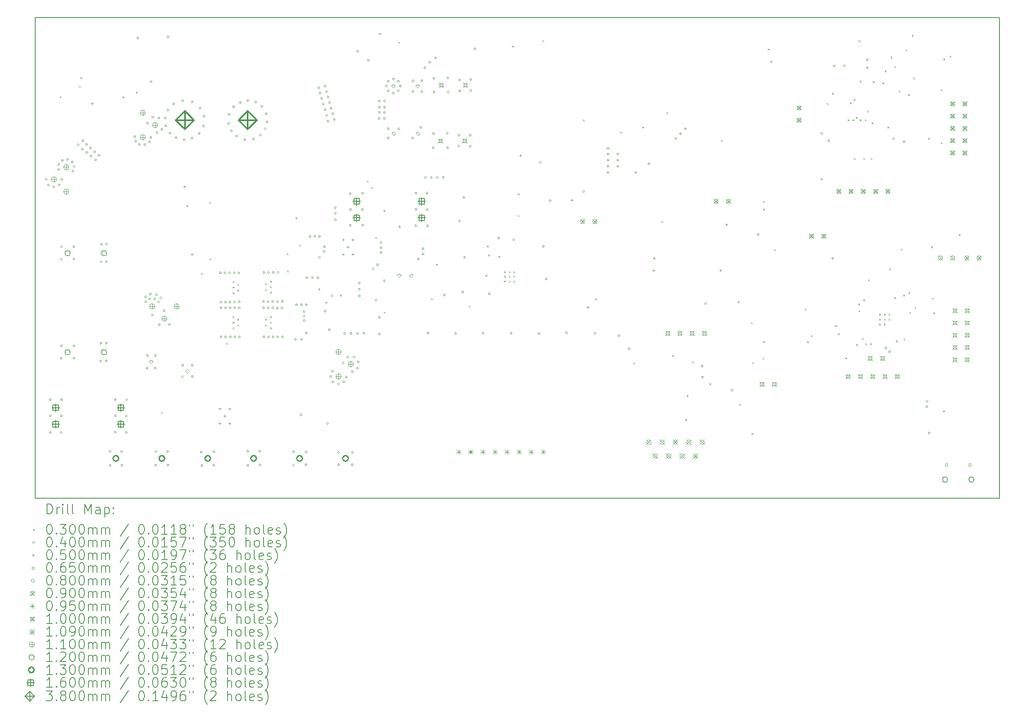
<source format=gbr>
%TF.GenerationSoftware,KiCad,Pcbnew,8.0.8*%
%TF.CreationDate,2025-02-25T18:25:50+01:00*%
%TF.ProjectId,EPS,4550532e-6b69-4636-9164-5f7063625858,rev?*%
%TF.SameCoordinates,Original*%
%TF.FileFunction,Drillmap*%
%TF.FilePolarity,Positive*%
%FSLAX45Y45*%
G04 Gerber Fmt 4.5, Leading zero omitted, Abs format (unit mm)*
G04 Created by KiCad (PCBNEW 8.0.8) date 2025-02-25 18:25:50*
%MOMM*%
%LPD*%
G01*
G04 APERTURE LIST*
%ADD10C,0.200000*%
%ADD11C,0.100000*%
%ADD12C,0.109000*%
%ADD13C,0.110000*%
%ADD14C,0.120000*%
%ADD15C,0.130000*%
%ADD16C,0.160000*%
%ADD17C,0.380000*%
G04 APERTURE END LIST*
D10*
X3700000Y-4525000D02*
X23650000Y-4525000D01*
X23650000Y-14475000D01*
X3700000Y-14475000D01*
X3700000Y-4525000D01*
D11*
X4210000Y-6160000D02*
X4240000Y-6190000D01*
X4240000Y-6160000D02*
X4210000Y-6190000D01*
X4610000Y-5935000D02*
X4640000Y-5965000D01*
X4640000Y-5935000D02*
X4610000Y-5965000D01*
X4635000Y-5760000D02*
X4665000Y-5790000D01*
X4665000Y-5760000D02*
X4635000Y-5790000D01*
X5510000Y-6160000D02*
X5540000Y-6190000D01*
X5540000Y-6160000D02*
X5510000Y-6190000D01*
X5785000Y-6060000D02*
X5815000Y-6090000D01*
X5815000Y-6060000D02*
X5785000Y-6090000D01*
X6310000Y-12685000D02*
X6340000Y-12715000D01*
X6340000Y-12685000D02*
X6310000Y-12715000D01*
X6830000Y-8410000D02*
X6860000Y-8440000D01*
X6860000Y-8410000D02*
X6830000Y-8440000D01*
X7135000Y-9810000D02*
X7165000Y-9840000D01*
X7165000Y-9810000D02*
X7135000Y-9840000D01*
X7304069Y-8337500D02*
X7334069Y-8367500D01*
X7334069Y-8337500D02*
X7304069Y-8367500D01*
X7310000Y-9510000D02*
X7340000Y-9540000D01*
X7340000Y-9510000D02*
X7310000Y-9540000D01*
X7660000Y-11260000D02*
X7690000Y-11290000D01*
X7690000Y-11260000D02*
X7660000Y-11290000D01*
X7785000Y-9982500D02*
X7815000Y-10012500D01*
X7815000Y-9982500D02*
X7785000Y-10012500D01*
X7785000Y-10097500D02*
X7815000Y-10127500D01*
X7815000Y-10097500D02*
X7785000Y-10127500D01*
X7785000Y-10212500D02*
X7815000Y-10242500D01*
X7815000Y-10212500D02*
X7785000Y-10242500D01*
X7785000Y-10707500D02*
X7815000Y-10737500D01*
X7815000Y-10707500D02*
X7785000Y-10737500D01*
X7785000Y-10822500D02*
X7815000Y-10852500D01*
X7815000Y-10822500D02*
X7785000Y-10852500D01*
X7785000Y-10937500D02*
X7815000Y-10967500D01*
X7815000Y-10937500D02*
X7785000Y-10967500D01*
X7885000Y-10037500D02*
X7915000Y-10067500D01*
X7915000Y-10037500D02*
X7885000Y-10067500D01*
X7885000Y-10157500D02*
X7915000Y-10187500D01*
X7915000Y-10157500D02*
X7885000Y-10187500D01*
X7885000Y-10762500D02*
X7915000Y-10792500D01*
X7915000Y-10762500D02*
X7885000Y-10792500D01*
X7885000Y-10882500D02*
X7915000Y-10912500D01*
X7915000Y-10882500D02*
X7885000Y-10912500D01*
X8460000Y-10027500D02*
X8490000Y-10057500D01*
X8490000Y-10027500D02*
X8460000Y-10057500D01*
X8460000Y-10147500D02*
X8490000Y-10177500D01*
X8490000Y-10147500D02*
X8460000Y-10177500D01*
X8460000Y-10762500D02*
X8490000Y-10792500D01*
X8490000Y-10762500D02*
X8460000Y-10792500D01*
X8460000Y-10882500D02*
X8490000Y-10912500D01*
X8490000Y-10882500D02*
X8460000Y-10912500D01*
X8560000Y-9972500D02*
X8590000Y-10002500D01*
X8590000Y-9972500D02*
X8560000Y-10002500D01*
X8560000Y-10087500D02*
X8590000Y-10117500D01*
X8590000Y-10087500D02*
X8560000Y-10117500D01*
X8560000Y-10202500D02*
X8590000Y-10232500D01*
X8590000Y-10202500D02*
X8560000Y-10232500D01*
X8560000Y-10707500D02*
X8590000Y-10737500D01*
X8590000Y-10707500D02*
X8560000Y-10737500D01*
X8560000Y-10822500D02*
X8590000Y-10852500D01*
X8590000Y-10822500D02*
X8560000Y-10852500D01*
X8560000Y-10937500D02*
X8590000Y-10967500D01*
X8590000Y-10937500D02*
X8560000Y-10967500D01*
X8902500Y-9405000D02*
X8932500Y-9435000D01*
X8932500Y-9405000D02*
X8902500Y-9435000D01*
X8912500Y-9760000D02*
X8942500Y-9790000D01*
X8942500Y-9760000D02*
X8912500Y-9790000D01*
X9085000Y-8660000D02*
X9115000Y-8690000D01*
X9115000Y-8660000D02*
X9085000Y-8690000D01*
X9165000Y-9230000D02*
X9195000Y-9260000D01*
X9195000Y-9230000D02*
X9165000Y-9260000D01*
X9560000Y-10135000D02*
X9590000Y-10165000D01*
X9590000Y-10135000D02*
X9560000Y-10165000D01*
X9710000Y-10410000D02*
X9740000Y-10440000D01*
X9740000Y-10410000D02*
X9710000Y-10440000D01*
X10010000Y-10260000D02*
X10040000Y-10290000D01*
X10040000Y-10260000D02*
X10010000Y-10290000D01*
X10562500Y-7897500D02*
X10592500Y-7927500D01*
X10592500Y-7897500D02*
X10562500Y-7927500D01*
X10652500Y-8037500D02*
X10682500Y-8067500D01*
X10682500Y-8037500D02*
X10652500Y-8067500D01*
X10735000Y-10360000D02*
X10765000Y-10390000D01*
X10765000Y-10360000D02*
X10735000Y-10390000D01*
X10737500Y-9070000D02*
X10767500Y-9100000D01*
X10767500Y-9070000D02*
X10737500Y-9100000D01*
X10817500Y-4847500D02*
X10847500Y-4877500D01*
X10847500Y-4847500D02*
X10817500Y-4877500D01*
X10905000Y-8507500D02*
X10935000Y-8537500D01*
X10935000Y-8507500D02*
X10905000Y-8537500D01*
X10915000Y-10612500D02*
X10945000Y-10642500D01*
X10945000Y-10612500D02*
X10915000Y-10642500D01*
X11212500Y-5025000D02*
X11242500Y-5055000D01*
X11242500Y-5025000D02*
X11212500Y-5055000D01*
X11895000Y-10337500D02*
X11925000Y-10367500D01*
X11925000Y-10337500D02*
X11895000Y-10367500D01*
X11992500Y-9622500D02*
X12022500Y-9652500D01*
X12022500Y-9622500D02*
X11992500Y-9652500D01*
X12670000Y-10490000D02*
X12700000Y-10520000D01*
X12700000Y-10490000D02*
X12670000Y-10520000D01*
X13021126Y-9849585D02*
X13051126Y-9879585D01*
X13051126Y-9849585D02*
X13021126Y-9879585D01*
X13048000Y-9247000D02*
X13078000Y-9277000D01*
X13078000Y-9247000D02*
X13048000Y-9277000D01*
X13074000Y-9433000D02*
X13104000Y-9463000D01*
X13104000Y-9433000D02*
X13074000Y-9463000D01*
X13290000Y-9460000D02*
X13320000Y-9490000D01*
X13320000Y-9460000D02*
X13290000Y-9490000D01*
X13400000Y-9970000D02*
X13430000Y-10000000D01*
X13430000Y-9970000D02*
X13400000Y-10000000D01*
X13402500Y-9780000D02*
X13432500Y-9810000D01*
X13432500Y-9780000D02*
X13402500Y-9810000D01*
X13402500Y-9870000D02*
X13432500Y-9900000D01*
X13432500Y-9870000D02*
X13402500Y-9900000D01*
X13500000Y-9870000D02*
X13530000Y-9900000D01*
X13530000Y-9870000D02*
X13500000Y-9900000D01*
X13500000Y-9972500D02*
X13530000Y-10002500D01*
X13530000Y-9972500D02*
X13500000Y-10002500D01*
X13502500Y-9777500D02*
X13532500Y-9807500D01*
X13532500Y-9777500D02*
X13502500Y-9807500D01*
X13570000Y-5110000D02*
X13600000Y-5140000D01*
X13600000Y-5110000D02*
X13570000Y-5140000D01*
X13592500Y-9777500D02*
X13622500Y-9807500D01*
X13622500Y-9777500D02*
X13592500Y-9807500D01*
X13595000Y-9870000D02*
X13625000Y-9900000D01*
X13625000Y-9870000D02*
X13595000Y-9900000D01*
X13595000Y-9975000D02*
X13625000Y-10005000D01*
X13625000Y-9975000D02*
X13595000Y-10005000D01*
X13685000Y-8615000D02*
X13715000Y-8645000D01*
X13715000Y-8615000D02*
X13685000Y-8645000D01*
X13690000Y-8165000D02*
X13720000Y-8195000D01*
X13720000Y-8165000D02*
X13690000Y-8195000D01*
X14196250Y-4996250D02*
X14226250Y-5026250D01*
X14226250Y-4996250D02*
X14196250Y-5026250D01*
X15035000Y-6635000D02*
X15065000Y-6665000D01*
X15065000Y-6635000D02*
X15035000Y-6665000D01*
X15282500Y-10337500D02*
X15312500Y-10367500D01*
X15312500Y-10337500D02*
X15282500Y-10367500D01*
X15810000Y-6885000D02*
X15840000Y-6915000D01*
X15840000Y-6885000D02*
X15810000Y-6915000D01*
X16075000Y-11665000D02*
X16105000Y-11695000D01*
X16105000Y-11665000D02*
X16075000Y-11695000D01*
X16260000Y-6785000D02*
X16290000Y-6815000D01*
X16290000Y-6785000D02*
X16260000Y-6815000D01*
X16660000Y-8735000D02*
X16690000Y-8765000D01*
X16690000Y-8735000D02*
X16660000Y-8765000D01*
X16760000Y-6485000D02*
X16790000Y-6515000D01*
X16790000Y-6485000D02*
X16760000Y-6515000D01*
X16878000Y-11508000D02*
X16908000Y-11538000D01*
X16908000Y-11508000D02*
X16878000Y-11538000D01*
X17179000Y-12345000D02*
X17209000Y-12375000D01*
X17209000Y-12345000D02*
X17179000Y-12375000D01*
X17296000Y-11642500D02*
X17326000Y-11672500D01*
X17326000Y-11642500D02*
X17296000Y-11672500D01*
X17650250Y-12092250D02*
X17680250Y-12122250D01*
X17680250Y-12092250D02*
X17650250Y-12122250D01*
X17885000Y-7060000D02*
X17915000Y-7090000D01*
X17915000Y-7060000D02*
X17885000Y-7090000D01*
X18237500Y-10397500D02*
X18267500Y-10427500D01*
X18267500Y-10397500D02*
X18237500Y-10427500D01*
X18258000Y-12522000D02*
X18288000Y-12552000D01*
X18288000Y-12522000D02*
X18258000Y-12552000D01*
X18508000Y-10833000D02*
X18538000Y-10863000D01*
X18538000Y-10833000D02*
X18508000Y-10863000D01*
X18524000Y-13128000D02*
X18554000Y-13158000D01*
X18554000Y-13128000D02*
X18524000Y-13158000D01*
X18539000Y-11656000D02*
X18569000Y-11686000D01*
X18569000Y-11656000D02*
X18539000Y-11686000D01*
X18749000Y-11564000D02*
X18779000Y-11594000D01*
X18779000Y-11564000D02*
X18749000Y-11594000D01*
X18760000Y-8322000D02*
X18790000Y-8352000D01*
X18790000Y-8322000D02*
X18760000Y-8352000D01*
X18761000Y-11223000D02*
X18791000Y-11253000D01*
X18791000Y-11223000D02*
X18761000Y-11253000D01*
X18762000Y-8483000D02*
X18792000Y-8513000D01*
X18792000Y-8483000D02*
X18762000Y-8513000D01*
X18862500Y-5170000D02*
X18892500Y-5200000D01*
X18892500Y-5170000D02*
X18862500Y-5200000D01*
X18912000Y-5423000D02*
X18942000Y-5453000D01*
X18942000Y-5423000D02*
X18912000Y-5453000D01*
X18987000Y-9323000D02*
X19017000Y-9353000D01*
X19017000Y-9323000D02*
X18987000Y-9353000D01*
X19621000Y-10549000D02*
X19651000Y-10579000D01*
X19651000Y-10549000D02*
X19621000Y-10579000D01*
X19669450Y-11226000D02*
X19699450Y-11256000D01*
X19699450Y-11226000D02*
X19669450Y-11256000D01*
X19751000Y-11100000D02*
X19781000Y-11130000D01*
X19781000Y-11100000D02*
X19751000Y-11130000D01*
X19959000Y-7857000D02*
X19989000Y-7887000D01*
X19989000Y-7857000D02*
X19959000Y-7887000D01*
X20074770Y-6295230D02*
X20104770Y-6325230D01*
X20104770Y-6295230D02*
X20074770Y-6325230D01*
X20185000Y-6085000D02*
X20215000Y-6115000D01*
X20215000Y-6085000D02*
X20185000Y-6115000D01*
X20251000Y-10890000D02*
X20281000Y-10920000D01*
X20281000Y-10890000D02*
X20251000Y-10920000D01*
X20307000Y-11060000D02*
X20337000Y-11090000D01*
X20337000Y-11060000D02*
X20307000Y-11090000D01*
X20462500Y-11559000D02*
X20492500Y-11589000D01*
X20492500Y-11559000D02*
X20462500Y-11589000D01*
X20514000Y-6631000D02*
X20544000Y-6661000D01*
X20544000Y-6631000D02*
X20514000Y-6661000D01*
X20560000Y-6281000D02*
X20590000Y-6311000D01*
X20590000Y-6281000D02*
X20560000Y-6311000D01*
X20604000Y-6631000D02*
X20634000Y-6661000D01*
X20634000Y-6631000D02*
X20604000Y-6661000D01*
X20635000Y-6213500D02*
X20665000Y-6243500D01*
X20665000Y-6213500D02*
X20635000Y-6243500D01*
X20637000Y-7432000D02*
X20667000Y-7462000D01*
X20667000Y-7432000D02*
X20637000Y-7462000D01*
X20680250Y-6583188D02*
X20710250Y-6613188D01*
X20710250Y-6583188D02*
X20680250Y-6613188D01*
X20685000Y-11285000D02*
X20715000Y-11315000D01*
X20715000Y-11285000D02*
X20685000Y-11315000D01*
X20727500Y-10445000D02*
X20757500Y-10475000D01*
X20757500Y-10445000D02*
X20727500Y-10475000D01*
X20735000Y-10585000D02*
X20765000Y-10615000D01*
X20765000Y-10585000D02*
X20735000Y-10615000D01*
X20756500Y-6631000D02*
X20786500Y-6661000D01*
X20786500Y-6631000D02*
X20756500Y-6661000D01*
X20760000Y-5835000D02*
X20790000Y-5865000D01*
X20790000Y-5835000D02*
X20760000Y-5865000D01*
X20810000Y-11160000D02*
X20840000Y-11190000D01*
X20840000Y-11160000D02*
X20810000Y-11190000D01*
X20832500Y-10357500D02*
X20862500Y-10387500D01*
X20862500Y-10357500D02*
X20832500Y-10387500D01*
X20835000Y-7435000D02*
X20865000Y-7465000D01*
X20865000Y-7435000D02*
X20835000Y-7465000D01*
X20864000Y-6631000D02*
X20894000Y-6661000D01*
X20894000Y-6631000D02*
X20864000Y-6661000D01*
X20875000Y-11267500D02*
X20905000Y-11297500D01*
X20905000Y-11267500D02*
X20875000Y-11297500D01*
X20907647Y-6451000D02*
X20937647Y-6481000D01*
X20937647Y-6451000D02*
X20907647Y-6481000D01*
X20932500Y-9945000D02*
X20962500Y-9975000D01*
X20962500Y-9945000D02*
X20932500Y-9975000D01*
X20972959Y-11267500D02*
X21002959Y-11297500D01*
X21002959Y-11267500D02*
X20972959Y-11297500D01*
X20985000Y-7435000D02*
X21015000Y-7465000D01*
X21015000Y-7435000D02*
X20985000Y-7465000D01*
X21006500Y-6698500D02*
X21036500Y-6728500D01*
X21036500Y-6698500D02*
X21006500Y-6728500D01*
X21028837Y-5843663D02*
X21058837Y-5873663D01*
X21058837Y-5843663D02*
X21028837Y-5873663D01*
X21160000Y-10660000D02*
X21190000Y-10690000D01*
X21190000Y-10660000D02*
X21160000Y-10690000D01*
X21160000Y-10760000D02*
X21190000Y-10790000D01*
X21190000Y-10760000D02*
X21160000Y-10790000D01*
X21160000Y-10860000D02*
X21190000Y-10890000D01*
X21190000Y-10860000D02*
X21160000Y-10890000D01*
X21232500Y-5870000D02*
X21262500Y-5900000D01*
X21262500Y-5870000D02*
X21232500Y-5900000D01*
X21260000Y-10660000D02*
X21290000Y-10690000D01*
X21290000Y-10660000D02*
X21260000Y-10690000D01*
X21260000Y-10860000D02*
X21290000Y-10890000D01*
X21290000Y-10860000D02*
X21260000Y-10890000D01*
X21264000Y-10760000D02*
X21294000Y-10790000D01*
X21294000Y-10760000D02*
X21264000Y-10790000D01*
X21280000Y-5622500D02*
X21310000Y-5652500D01*
X21310000Y-5622500D02*
X21280000Y-5652500D01*
X21335000Y-6785000D02*
X21365000Y-6815000D01*
X21365000Y-6785000D02*
X21335000Y-6815000D01*
X21360000Y-10660000D02*
X21390000Y-10690000D01*
X21390000Y-10660000D02*
X21360000Y-10690000D01*
X21360000Y-10760000D02*
X21390000Y-10790000D01*
X21390000Y-10760000D02*
X21360000Y-10790000D01*
X21368750Y-9718750D02*
X21398750Y-9748750D01*
X21398750Y-9718750D02*
X21368750Y-9748750D01*
X21395000Y-5335000D02*
X21425000Y-5365000D01*
X21425000Y-5335000D02*
X21395000Y-5365000D01*
X21471250Y-5533750D02*
X21501250Y-5563750D01*
X21501250Y-5533750D02*
X21471250Y-5563750D01*
X21471500Y-10312500D02*
X21501500Y-10342500D01*
X21501500Y-10312500D02*
X21471500Y-10342500D01*
X21507230Y-11208230D02*
X21537230Y-11238230D01*
X21537230Y-11208230D02*
X21507230Y-11238230D01*
X21560000Y-6035000D02*
X21590000Y-6065000D01*
X21590000Y-6035000D02*
X21560000Y-6065000D01*
X21610000Y-9310000D02*
X21640000Y-9340000D01*
X21640000Y-9310000D02*
X21610000Y-9340000D01*
X21660000Y-10260000D02*
X21690000Y-10290000D01*
X21690000Y-10260000D02*
X21660000Y-10290000D01*
X21667500Y-11172500D02*
X21697500Y-11202500D01*
X21697500Y-11172500D02*
X21667500Y-11202500D01*
X21710000Y-5185000D02*
X21740000Y-5215000D01*
X21740000Y-5185000D02*
X21710000Y-5215000D01*
X21760000Y-6110000D02*
X21790000Y-6140000D01*
X21790000Y-6110000D02*
X21760000Y-6140000D01*
X21767500Y-10210000D02*
X21797500Y-10240000D01*
X21797500Y-10210000D02*
X21767500Y-10240000D01*
X21789000Y-10617500D02*
X21819000Y-10647500D01*
X21819000Y-10617500D02*
X21789000Y-10647500D01*
X21835000Y-4885000D02*
X21865000Y-4915000D01*
X21865000Y-4885000D02*
X21835000Y-4915000D01*
X21867500Y-5765000D02*
X21897500Y-5795000D01*
X21897500Y-5765000D02*
X21867500Y-5795000D01*
X21895000Y-10520000D02*
X21925000Y-10550000D01*
X21925000Y-10520000D02*
X21895000Y-10550000D01*
X22177000Y-7020000D02*
X22207000Y-7050000D01*
X22207000Y-7020000D02*
X22177000Y-7050000D01*
X22235000Y-9260000D02*
X22265000Y-9290000D01*
X22265000Y-9260000D02*
X22235000Y-9290000D01*
X22260000Y-10322500D02*
X22290000Y-10352500D01*
X22290000Y-10322500D02*
X22260000Y-10352500D01*
X22280000Y-10627500D02*
X22310000Y-10657500D01*
X22310000Y-10627500D02*
X22280000Y-10657500D01*
X22435000Y-6010000D02*
X22465000Y-6040000D01*
X22465000Y-6010000D02*
X22435000Y-6040000D01*
X22439000Y-7106000D02*
X22469000Y-7136000D01*
X22469000Y-7106000D02*
X22439000Y-7136000D01*
X22485000Y-12660000D02*
X22515000Y-12690000D01*
X22515000Y-12660000D02*
X22485000Y-12690000D01*
X22490000Y-5376000D02*
X22520000Y-5406000D01*
X22520000Y-5376000D02*
X22490000Y-5406000D01*
X22622000Y-5315000D02*
X22652000Y-5345000D01*
X22652000Y-5315000D02*
X22622000Y-5345000D01*
X22810000Y-9010000D02*
X22840000Y-9040000D01*
X22840000Y-9010000D02*
X22810000Y-9040000D01*
X3952500Y-7870000D02*
G75*
G02*
X3912500Y-7870000I-20000J0D01*
G01*
X3912500Y-7870000D02*
G75*
G02*
X3952500Y-7870000I20000J0D01*
G01*
X3997500Y-7992500D02*
G75*
G02*
X3957500Y-7992500I-20000J0D01*
G01*
X3957500Y-7992500D02*
G75*
G02*
X3997500Y-7992500I20000J0D01*
G01*
X4033000Y-12432000D02*
G75*
G02*
X3993000Y-12432000I-20000J0D01*
G01*
X3993000Y-12432000D02*
G75*
G02*
X4033000Y-12432000I20000J0D01*
G01*
X4033000Y-13111000D02*
G75*
G02*
X3993000Y-13111000I-20000J0D01*
G01*
X3993000Y-13111000D02*
G75*
G02*
X4033000Y-13111000I20000J0D01*
G01*
X4035000Y-12771000D02*
G75*
G02*
X3995000Y-12771000I-20000J0D01*
G01*
X3995000Y-12771000D02*
G75*
G02*
X4035000Y-12771000I20000J0D01*
G01*
X4107500Y-8027500D02*
G75*
G02*
X4067500Y-8027500I-20000J0D01*
G01*
X4067500Y-8027500D02*
G75*
G02*
X4107500Y-8027500I20000J0D01*
G01*
X4210000Y-7672500D02*
G75*
G02*
X4170000Y-7672500I-20000J0D01*
G01*
X4170000Y-7672500D02*
G75*
G02*
X4210000Y-7672500I20000J0D01*
G01*
X4212500Y-7567500D02*
G75*
G02*
X4172500Y-7567500I-20000J0D01*
G01*
X4172500Y-7567500D02*
G75*
G02*
X4212500Y-7567500I20000J0D01*
G01*
X4220000Y-7990000D02*
G75*
G02*
X4180000Y-7990000I-20000J0D01*
G01*
X4180000Y-7990000D02*
G75*
G02*
X4220000Y-7990000I20000J0D01*
G01*
X4259000Y-13113000D02*
G75*
G02*
X4219000Y-13113000I-20000J0D01*
G01*
X4219000Y-13113000D02*
G75*
G02*
X4259000Y-13113000I20000J0D01*
G01*
X4260000Y-11577500D02*
G75*
G02*
X4220000Y-11577500I-20000J0D01*
G01*
X4220000Y-11577500D02*
G75*
G02*
X4260000Y-11577500I20000J0D01*
G01*
X4262500Y-11320000D02*
G75*
G02*
X4222500Y-11320000I-20000J0D01*
G01*
X4222500Y-11320000D02*
G75*
G02*
X4262500Y-11320000I20000J0D01*
G01*
X4265000Y-9267500D02*
G75*
G02*
X4225000Y-9267500I-20000J0D01*
G01*
X4225000Y-9267500D02*
G75*
G02*
X4265000Y-9267500I20000J0D01*
G01*
X4265000Y-9530000D02*
G75*
G02*
X4225000Y-9530000I-20000J0D01*
G01*
X4225000Y-9530000D02*
G75*
G02*
X4265000Y-9530000I20000J0D01*
G01*
X4265000Y-12769000D02*
G75*
G02*
X4225000Y-12769000I-20000J0D01*
G01*
X4225000Y-12769000D02*
G75*
G02*
X4265000Y-12769000I20000J0D01*
G01*
X4269000Y-12436000D02*
G75*
G02*
X4229000Y-12436000I-20000J0D01*
G01*
X4229000Y-12436000D02*
G75*
G02*
X4269000Y-12436000I20000J0D01*
G01*
X4272500Y-7877500D02*
G75*
G02*
X4232500Y-7877500I-20000J0D01*
G01*
X4232500Y-7877500D02*
G75*
G02*
X4272500Y-7877500I20000J0D01*
G01*
X4287500Y-7480000D02*
G75*
G02*
X4247500Y-7480000I-20000J0D01*
G01*
X4247500Y-7480000D02*
G75*
G02*
X4287500Y-7480000I20000J0D01*
G01*
X4392500Y-7462500D02*
G75*
G02*
X4352500Y-7462500I-20000J0D01*
G01*
X4352500Y-7462500D02*
G75*
G02*
X4392500Y-7462500I20000J0D01*
G01*
X4490000Y-7517500D02*
G75*
G02*
X4450000Y-7517500I-20000J0D01*
G01*
X4450000Y-7517500D02*
G75*
G02*
X4490000Y-7517500I20000J0D01*
G01*
X4502500Y-7707500D02*
G75*
G02*
X4462500Y-7707500I-20000J0D01*
G01*
X4462500Y-7707500D02*
G75*
G02*
X4502500Y-7707500I20000J0D01*
G01*
X4522500Y-9270000D02*
G75*
G02*
X4482500Y-9270000I-20000J0D01*
G01*
X4482500Y-9270000D02*
G75*
G02*
X4522500Y-9270000I20000J0D01*
G01*
X4525000Y-9525000D02*
G75*
G02*
X4485000Y-9525000I-20000J0D01*
G01*
X4485000Y-9525000D02*
G75*
G02*
X4525000Y-9525000I20000J0D01*
G01*
X4525000Y-11322500D02*
G75*
G02*
X4485000Y-11322500I-20000J0D01*
G01*
X4485000Y-11322500D02*
G75*
G02*
X4525000Y-11322500I20000J0D01*
G01*
X4525000Y-11575000D02*
G75*
G02*
X4485000Y-11575000I-20000J0D01*
G01*
X4485000Y-11575000D02*
G75*
G02*
X4525000Y-11575000I20000J0D01*
G01*
X4527500Y-7610000D02*
G75*
G02*
X4487500Y-7610000I-20000J0D01*
G01*
X4487500Y-7610000D02*
G75*
G02*
X4527500Y-7610000I20000J0D01*
G01*
X4612500Y-7160000D02*
G75*
G02*
X4572500Y-7160000I-20000J0D01*
G01*
X4572500Y-7160000D02*
G75*
G02*
X4612500Y-7160000I20000J0D01*
G01*
X4695000Y-7247500D02*
G75*
G02*
X4655000Y-7247500I-20000J0D01*
G01*
X4655000Y-7247500D02*
G75*
G02*
X4695000Y-7247500I20000J0D01*
G01*
X4710000Y-7075000D02*
G75*
G02*
X4670000Y-7075000I-20000J0D01*
G01*
X4670000Y-7075000D02*
G75*
G02*
X4710000Y-7075000I20000J0D01*
G01*
X4787500Y-7150000D02*
G75*
G02*
X4747500Y-7150000I-20000J0D01*
G01*
X4747500Y-7150000D02*
G75*
G02*
X4787500Y-7150000I20000J0D01*
G01*
X4792500Y-7317500D02*
G75*
G02*
X4752500Y-7317500I-20000J0D01*
G01*
X4752500Y-7317500D02*
G75*
G02*
X4792500Y-7317500I20000J0D01*
G01*
X4865000Y-7222500D02*
G75*
G02*
X4825000Y-7222500I-20000J0D01*
G01*
X4825000Y-7222500D02*
G75*
G02*
X4865000Y-7222500I20000J0D01*
G01*
X4875000Y-7395000D02*
G75*
G02*
X4835000Y-7395000I-20000J0D01*
G01*
X4835000Y-7395000D02*
G75*
G02*
X4875000Y-7395000I20000J0D01*
G01*
X4952500Y-7302500D02*
G75*
G02*
X4912500Y-7302500I-20000J0D01*
G01*
X4912500Y-7302500D02*
G75*
G02*
X4952500Y-7302500I20000J0D01*
G01*
X4972500Y-7470000D02*
G75*
G02*
X4932500Y-7470000I-20000J0D01*
G01*
X4932500Y-7470000D02*
G75*
G02*
X4972500Y-7470000I20000J0D01*
G01*
X5042500Y-7377500D02*
G75*
G02*
X5002500Y-7377500I-20000J0D01*
G01*
X5002500Y-7377500D02*
G75*
G02*
X5042500Y-7377500I20000J0D01*
G01*
X5077500Y-11632500D02*
G75*
G02*
X5037500Y-11632500I-20000J0D01*
G01*
X5037500Y-11632500D02*
G75*
G02*
X5077500Y-11632500I20000J0D01*
G01*
X5082500Y-11267500D02*
G75*
G02*
X5042500Y-11267500I-20000J0D01*
G01*
X5042500Y-11267500D02*
G75*
G02*
X5082500Y-11267500I20000J0D01*
G01*
X5087500Y-9582500D02*
G75*
G02*
X5047500Y-9582500I-20000J0D01*
G01*
X5047500Y-9582500D02*
G75*
G02*
X5087500Y-9582500I20000J0D01*
G01*
X5090000Y-9217500D02*
G75*
G02*
X5050000Y-9217500I-20000J0D01*
G01*
X5050000Y-9217500D02*
G75*
G02*
X5090000Y-9217500I20000J0D01*
G01*
X5192500Y-11267500D02*
G75*
G02*
X5152500Y-11267500I-20000J0D01*
G01*
X5152500Y-11267500D02*
G75*
G02*
X5192500Y-11267500I20000J0D01*
G01*
X5192500Y-11632500D02*
G75*
G02*
X5152500Y-11632500I-20000J0D01*
G01*
X5152500Y-11632500D02*
G75*
G02*
X5192500Y-11632500I20000J0D01*
G01*
X5195000Y-9217500D02*
G75*
G02*
X5155000Y-9217500I-20000J0D01*
G01*
X5155000Y-9217500D02*
G75*
G02*
X5195000Y-9217500I20000J0D01*
G01*
X5195000Y-9582500D02*
G75*
G02*
X5155000Y-9582500I-20000J0D01*
G01*
X5155000Y-9582500D02*
G75*
G02*
X5195000Y-9582500I20000J0D01*
G01*
X5271000Y-13792000D02*
G75*
G02*
X5231000Y-13792000I-20000J0D01*
G01*
X5231000Y-13792000D02*
G75*
G02*
X5271000Y-13792000I20000J0D01*
G01*
X5272000Y-13506000D02*
G75*
G02*
X5232000Y-13506000I-20000J0D01*
G01*
X5232000Y-13506000D02*
G75*
G02*
X5272000Y-13506000I20000J0D01*
G01*
X5379000Y-12436000D02*
G75*
G02*
X5339000Y-12436000I-20000J0D01*
G01*
X5339000Y-12436000D02*
G75*
G02*
X5379000Y-12436000I20000J0D01*
G01*
X5381000Y-13109000D02*
G75*
G02*
X5341000Y-13109000I-20000J0D01*
G01*
X5341000Y-13109000D02*
G75*
G02*
X5381000Y-13109000I20000J0D01*
G01*
X5382000Y-12771000D02*
G75*
G02*
X5342000Y-12771000I-20000J0D01*
G01*
X5342000Y-12771000D02*
G75*
G02*
X5382000Y-12771000I20000J0D01*
G01*
X5514000Y-13506000D02*
G75*
G02*
X5474000Y-13506000I-20000J0D01*
G01*
X5474000Y-13506000D02*
G75*
G02*
X5514000Y-13506000I20000J0D01*
G01*
X5515000Y-13795000D02*
G75*
G02*
X5475000Y-13795000I-20000J0D01*
G01*
X5475000Y-13795000D02*
G75*
G02*
X5515000Y-13795000I20000J0D01*
G01*
X5609000Y-12773000D02*
G75*
G02*
X5569000Y-12773000I-20000J0D01*
G01*
X5569000Y-12773000D02*
G75*
G02*
X5609000Y-12773000I20000J0D01*
G01*
X5610000Y-13111000D02*
G75*
G02*
X5570000Y-13111000I-20000J0D01*
G01*
X5570000Y-13111000D02*
G75*
G02*
X5610000Y-13111000I20000J0D01*
G01*
X5613000Y-12435000D02*
G75*
G02*
X5573000Y-12435000I-20000J0D01*
G01*
X5573000Y-12435000D02*
G75*
G02*
X5613000Y-12435000I20000J0D01*
G01*
X5785000Y-6992500D02*
G75*
G02*
X5745000Y-6992500I-20000J0D01*
G01*
X5745000Y-6992500D02*
G75*
G02*
X5785000Y-6992500I20000J0D01*
G01*
X5802500Y-7082500D02*
G75*
G02*
X5762500Y-7082500I-20000J0D01*
G01*
X5762500Y-7082500D02*
G75*
G02*
X5802500Y-7082500I20000J0D01*
G01*
X5845000Y-4950000D02*
G75*
G02*
X5805000Y-4950000I-20000J0D01*
G01*
X5805000Y-4950000D02*
G75*
G02*
X5845000Y-4950000I20000J0D01*
G01*
X5880000Y-7150000D02*
G75*
G02*
X5840000Y-7150000I-20000J0D01*
G01*
X5840000Y-7150000D02*
G75*
G02*
X5880000Y-7150000I20000J0D01*
G01*
X5990000Y-7157500D02*
G75*
G02*
X5950000Y-7157500I-20000J0D01*
G01*
X5950000Y-7157500D02*
G75*
G02*
X5990000Y-7157500I20000J0D01*
G01*
X6007500Y-10305000D02*
G75*
G02*
X5967500Y-10305000I-20000J0D01*
G01*
X5967500Y-10305000D02*
G75*
G02*
X6007500Y-10305000I20000J0D01*
G01*
X6010000Y-10407500D02*
G75*
G02*
X5970000Y-10407500I-20000J0D01*
G01*
X5970000Y-10407500D02*
G75*
G02*
X6010000Y-10407500I20000J0D01*
G01*
X6040000Y-11782500D02*
G75*
G02*
X6000000Y-11782500I-20000J0D01*
G01*
X6000000Y-11782500D02*
G75*
G02*
X6040000Y-11782500I20000J0D01*
G01*
X6045000Y-6712500D02*
G75*
G02*
X6005000Y-6712500I-20000J0D01*
G01*
X6005000Y-6712500D02*
G75*
G02*
X6045000Y-6712500I20000J0D01*
G01*
X6047500Y-11517500D02*
G75*
G02*
X6007500Y-11517500I-20000J0D01*
G01*
X6007500Y-11517500D02*
G75*
G02*
X6047500Y-11517500I20000J0D01*
G01*
X6087500Y-7095000D02*
G75*
G02*
X6047500Y-7095000I-20000J0D01*
G01*
X6047500Y-7095000D02*
G75*
G02*
X6087500Y-7095000I20000J0D01*
G01*
X6087500Y-10350000D02*
G75*
G02*
X6047500Y-10350000I-20000J0D01*
G01*
X6047500Y-10350000D02*
G75*
G02*
X6087500Y-10350000I20000J0D01*
G01*
X6107500Y-10252500D02*
G75*
G02*
X6067500Y-10252500I-20000J0D01*
G01*
X6067500Y-10252500D02*
G75*
G02*
X6107500Y-10252500I20000J0D01*
G01*
X6115000Y-7005000D02*
G75*
G02*
X6075000Y-7005000I-20000J0D01*
G01*
X6075000Y-7005000D02*
G75*
G02*
X6115000Y-7005000I20000J0D01*
G01*
X6120000Y-5850000D02*
G75*
G02*
X6080000Y-5850000I-20000J0D01*
G01*
X6080000Y-5850000D02*
G75*
G02*
X6120000Y-5850000I20000J0D01*
G01*
X6147500Y-10682500D02*
G75*
G02*
X6107500Y-10682500I-20000J0D01*
G01*
X6107500Y-10682500D02*
G75*
G02*
X6147500Y-10682500I20000J0D01*
G01*
X6160000Y-6590000D02*
G75*
G02*
X6120000Y-6590000I-20000J0D01*
G01*
X6120000Y-6590000D02*
G75*
G02*
X6160000Y-6590000I20000J0D01*
G01*
X6195000Y-10347500D02*
G75*
G02*
X6155000Y-10347500I-20000J0D01*
G01*
X6155000Y-10347500D02*
G75*
G02*
X6195000Y-10347500I20000J0D01*
G01*
X6207500Y-11780000D02*
G75*
G02*
X6167500Y-11780000I-20000J0D01*
G01*
X6167500Y-11780000D02*
G75*
G02*
X6207500Y-11780000I20000J0D01*
G01*
X6210000Y-11522500D02*
G75*
G02*
X6170000Y-11522500I-20000J0D01*
G01*
X6170000Y-11522500D02*
G75*
G02*
X6210000Y-11522500I20000J0D01*
G01*
X6217500Y-13510000D02*
G75*
G02*
X6177500Y-13510000I-20000J0D01*
G01*
X6177500Y-13510000D02*
G75*
G02*
X6217500Y-13510000I20000J0D01*
G01*
X6217500Y-13792500D02*
G75*
G02*
X6177500Y-13792500I-20000J0D01*
G01*
X6177500Y-13792500D02*
G75*
G02*
X6217500Y-13792500I20000J0D01*
G01*
X6230000Y-10265000D02*
G75*
G02*
X6190000Y-10265000I-20000J0D01*
G01*
X6190000Y-10265000D02*
G75*
G02*
X6230000Y-10265000I20000J0D01*
G01*
X6245000Y-6907500D02*
G75*
G02*
X6205000Y-6907500I-20000J0D01*
G01*
X6205000Y-6907500D02*
G75*
G02*
X6245000Y-6907500I20000J0D01*
G01*
X6272500Y-10412500D02*
G75*
G02*
X6232500Y-10412500I-20000J0D01*
G01*
X6232500Y-10412500D02*
G75*
G02*
X6272500Y-10412500I20000J0D01*
G01*
X6277500Y-6605000D02*
G75*
G02*
X6237500Y-6605000I-20000J0D01*
G01*
X6237500Y-6605000D02*
G75*
G02*
X6277500Y-6605000I20000J0D01*
G01*
X6292500Y-10882500D02*
G75*
G02*
X6252500Y-10882500I-20000J0D01*
G01*
X6252500Y-10882500D02*
G75*
G02*
X6292500Y-10882500I20000J0D01*
G01*
X6322500Y-10327500D02*
G75*
G02*
X6282500Y-10327500I-20000J0D01*
G01*
X6282500Y-10327500D02*
G75*
G02*
X6322500Y-10327500I20000J0D01*
G01*
X6342500Y-6837500D02*
G75*
G02*
X6302500Y-6837500I-20000J0D01*
G01*
X6302500Y-6837500D02*
G75*
G02*
X6342500Y-6837500I20000J0D01*
G01*
X6392500Y-10592500D02*
G75*
G02*
X6352500Y-10592500I-20000J0D01*
G01*
X6352500Y-10592500D02*
G75*
G02*
X6392500Y-10592500I20000J0D01*
G01*
X6415000Y-6605000D02*
G75*
G02*
X6375000Y-6605000I-20000J0D01*
G01*
X6375000Y-6605000D02*
G75*
G02*
X6415000Y-6605000I20000J0D01*
G01*
X6427500Y-6765000D02*
G75*
G02*
X6387500Y-6765000I-20000J0D01*
G01*
X6387500Y-6765000D02*
G75*
G02*
X6427500Y-6765000I20000J0D01*
G01*
X6460000Y-13505000D02*
G75*
G02*
X6420000Y-13505000I-20000J0D01*
G01*
X6420000Y-13505000D02*
G75*
G02*
X6460000Y-13505000I20000J0D01*
G01*
X6470000Y-4925000D02*
G75*
G02*
X6430000Y-4925000I-20000J0D01*
G01*
X6430000Y-4925000D02*
G75*
G02*
X6470000Y-4925000I20000J0D01*
G01*
X6470000Y-6442500D02*
G75*
G02*
X6430000Y-6442500I-20000J0D01*
G01*
X6430000Y-6442500D02*
G75*
G02*
X6470000Y-6442500I20000J0D01*
G01*
X6470000Y-13790000D02*
G75*
G02*
X6430000Y-13790000I-20000J0D01*
G01*
X6430000Y-13790000D02*
G75*
G02*
X6470000Y-13790000I20000J0D01*
G01*
X6497500Y-10882500D02*
G75*
G02*
X6457500Y-10882500I-20000J0D01*
G01*
X6457500Y-10882500D02*
G75*
G02*
X6497500Y-10882500I20000J0D01*
G01*
X6510000Y-6917500D02*
G75*
G02*
X6470000Y-6917500I-20000J0D01*
G01*
X6470000Y-6917500D02*
G75*
G02*
X6510000Y-6917500I20000J0D01*
G01*
X6587500Y-6312500D02*
G75*
G02*
X6547500Y-6312500I-20000J0D01*
G01*
X6547500Y-6312500D02*
G75*
G02*
X6587500Y-6312500I20000J0D01*
G01*
X6637500Y-7012500D02*
G75*
G02*
X6597500Y-7012500I-20000J0D01*
G01*
X6597500Y-7012500D02*
G75*
G02*
X6637500Y-7012500I20000J0D01*
G01*
X6770000Y-11960000D02*
G75*
G02*
X6730000Y-11960000I-20000J0D01*
G01*
X6730000Y-11960000D02*
G75*
G02*
X6770000Y-11960000I20000J0D01*
G01*
X6772500Y-6250000D02*
G75*
G02*
X6732500Y-6250000I-20000J0D01*
G01*
X6732500Y-6250000D02*
G75*
G02*
X6772500Y-6250000I20000J0D01*
G01*
X6775000Y-11725000D02*
G75*
G02*
X6735000Y-11725000I-20000J0D01*
G01*
X6735000Y-11725000D02*
G75*
G02*
X6775000Y-11725000I20000J0D01*
G01*
X6807500Y-7055000D02*
G75*
G02*
X6767500Y-7055000I-20000J0D01*
G01*
X6767500Y-7055000D02*
G75*
G02*
X6807500Y-7055000I20000J0D01*
G01*
X6970000Y-7020000D02*
G75*
G02*
X6930000Y-7020000I-20000J0D01*
G01*
X6930000Y-7020000D02*
G75*
G02*
X6970000Y-7020000I20000J0D01*
G01*
X6970000Y-11725000D02*
G75*
G02*
X6930000Y-11725000I-20000J0D01*
G01*
X6930000Y-11725000D02*
G75*
G02*
X6970000Y-11725000I20000J0D01*
G01*
X6972500Y-6272500D02*
G75*
G02*
X6932500Y-6272500I-20000J0D01*
G01*
X6932500Y-6272500D02*
G75*
G02*
X6972500Y-6272500I20000J0D01*
G01*
X6975000Y-11955000D02*
G75*
G02*
X6935000Y-11955000I-20000J0D01*
G01*
X6935000Y-11955000D02*
G75*
G02*
X6975000Y-11955000I20000J0D01*
G01*
X7115000Y-6922500D02*
G75*
G02*
X7075000Y-6922500I-20000J0D01*
G01*
X7075000Y-6922500D02*
G75*
G02*
X7115000Y-6922500I20000J0D01*
G01*
X7135000Y-6400000D02*
G75*
G02*
X7095000Y-6400000I-20000J0D01*
G01*
X7095000Y-6400000D02*
G75*
G02*
X7135000Y-6400000I20000J0D01*
G01*
X7157500Y-13517500D02*
G75*
G02*
X7117500Y-13517500I-20000J0D01*
G01*
X7117500Y-13517500D02*
G75*
G02*
X7157500Y-13517500I20000J0D01*
G01*
X7172500Y-13797500D02*
G75*
G02*
X7132500Y-13797500I-20000J0D01*
G01*
X7132500Y-13797500D02*
G75*
G02*
X7172500Y-13797500I20000J0D01*
G01*
X7205000Y-6772500D02*
G75*
G02*
X7165000Y-6772500I-20000J0D01*
G01*
X7165000Y-6772500D02*
G75*
G02*
X7205000Y-6772500I20000J0D01*
G01*
X7215000Y-6570000D02*
G75*
G02*
X7175000Y-6570000I-20000J0D01*
G01*
X7175000Y-6570000D02*
G75*
G02*
X7215000Y-6570000I20000J0D01*
G01*
X7417500Y-13790000D02*
G75*
G02*
X7377500Y-13790000I-20000J0D01*
G01*
X7377500Y-13790000D02*
G75*
G02*
X7417500Y-13790000I20000J0D01*
G01*
X7422500Y-13515000D02*
G75*
G02*
X7382500Y-13515000I-20000J0D01*
G01*
X7382500Y-13515000D02*
G75*
G02*
X7422500Y-13515000I20000J0D01*
G01*
X7555000Y-9810000D02*
G75*
G02*
X7515000Y-9810000I-20000J0D01*
G01*
X7515000Y-9810000D02*
G75*
G02*
X7555000Y-9810000I20000J0D01*
G01*
X7565000Y-10415000D02*
G75*
G02*
X7525000Y-10415000I-20000J0D01*
G01*
X7525000Y-10415000D02*
G75*
G02*
X7565000Y-10415000I20000J0D01*
G01*
X7567500Y-10535000D02*
G75*
G02*
X7527500Y-10535000I-20000J0D01*
G01*
X7527500Y-10535000D02*
G75*
G02*
X7567500Y-10535000I20000J0D01*
G01*
X7567500Y-11135000D02*
G75*
G02*
X7527500Y-11135000I-20000J0D01*
G01*
X7527500Y-11135000D02*
G75*
G02*
X7567500Y-11135000I20000J0D01*
G01*
X7650000Y-9810000D02*
G75*
G02*
X7610000Y-9810000I-20000J0D01*
G01*
X7610000Y-9810000D02*
G75*
G02*
X7650000Y-9810000I20000J0D01*
G01*
X7662500Y-10415000D02*
G75*
G02*
X7622500Y-10415000I-20000J0D01*
G01*
X7622500Y-10415000D02*
G75*
G02*
X7662500Y-10415000I20000J0D01*
G01*
X7662500Y-10535000D02*
G75*
G02*
X7622500Y-10535000I-20000J0D01*
G01*
X7622500Y-10535000D02*
G75*
G02*
X7662500Y-10535000I20000J0D01*
G01*
X7662500Y-11135000D02*
G75*
G02*
X7622500Y-11135000I-20000J0D01*
G01*
X7622500Y-11135000D02*
G75*
G02*
X7662500Y-11135000I20000J0D01*
G01*
X7722500Y-6720000D02*
G75*
G02*
X7682500Y-6720000I-20000J0D01*
G01*
X7682500Y-6720000D02*
G75*
G02*
X7722500Y-6720000I20000J0D01*
G01*
X7735000Y-6530000D02*
G75*
G02*
X7695000Y-6530000I-20000J0D01*
G01*
X7695000Y-6530000D02*
G75*
G02*
X7735000Y-6530000I20000J0D01*
G01*
X7745000Y-9810000D02*
G75*
G02*
X7705000Y-9810000I-20000J0D01*
G01*
X7705000Y-9810000D02*
G75*
G02*
X7745000Y-9810000I20000J0D01*
G01*
X7752500Y-10415000D02*
G75*
G02*
X7712500Y-10415000I-20000J0D01*
G01*
X7712500Y-10415000D02*
G75*
G02*
X7752500Y-10415000I20000J0D01*
G01*
X7755000Y-10535000D02*
G75*
G02*
X7715000Y-10535000I-20000J0D01*
G01*
X7715000Y-10535000D02*
G75*
G02*
X7755000Y-10535000I20000J0D01*
G01*
X7760000Y-11135000D02*
G75*
G02*
X7720000Y-11135000I-20000J0D01*
G01*
X7720000Y-11135000D02*
G75*
G02*
X7760000Y-11135000I20000J0D01*
G01*
X7780000Y-6867500D02*
G75*
G02*
X7740000Y-6867500I-20000J0D01*
G01*
X7740000Y-6867500D02*
G75*
G02*
X7780000Y-6867500I20000J0D01*
G01*
X7825000Y-6372500D02*
G75*
G02*
X7785000Y-6372500I-20000J0D01*
G01*
X7785000Y-6372500D02*
G75*
G02*
X7825000Y-6372500I20000J0D01*
G01*
X7840000Y-9810000D02*
G75*
G02*
X7800000Y-9810000I-20000J0D01*
G01*
X7800000Y-9810000D02*
G75*
G02*
X7840000Y-9810000I20000J0D01*
G01*
X7847500Y-10412500D02*
G75*
G02*
X7807500Y-10412500I-20000J0D01*
G01*
X7807500Y-10412500D02*
G75*
G02*
X7847500Y-10412500I20000J0D01*
G01*
X7847500Y-10535000D02*
G75*
G02*
X7807500Y-10535000I-20000J0D01*
G01*
X7807500Y-10535000D02*
G75*
G02*
X7847500Y-10535000I20000J0D01*
G01*
X7852500Y-11135000D02*
G75*
G02*
X7812500Y-11135000I-20000J0D01*
G01*
X7812500Y-11135000D02*
G75*
G02*
X7852500Y-11135000I20000J0D01*
G01*
X7887500Y-6980000D02*
G75*
G02*
X7847500Y-6980000I-20000J0D01*
G01*
X7847500Y-6980000D02*
G75*
G02*
X7887500Y-6980000I20000J0D01*
G01*
X7935000Y-9810000D02*
G75*
G02*
X7895000Y-9810000I-20000J0D01*
G01*
X7895000Y-9810000D02*
G75*
G02*
X7935000Y-9810000I20000J0D01*
G01*
X7942500Y-10407500D02*
G75*
G02*
X7902500Y-10407500I-20000J0D01*
G01*
X7902500Y-10407500D02*
G75*
G02*
X7942500Y-10407500I20000J0D01*
G01*
X7942500Y-10535000D02*
G75*
G02*
X7902500Y-10535000I-20000J0D01*
G01*
X7902500Y-10535000D02*
G75*
G02*
X7942500Y-10535000I20000J0D01*
G01*
X7945000Y-11135000D02*
G75*
G02*
X7905000Y-11135000I-20000J0D01*
G01*
X7905000Y-11135000D02*
G75*
G02*
X7945000Y-11135000I20000J0D01*
G01*
X7962500Y-6282500D02*
G75*
G02*
X7922500Y-6282500I-20000J0D01*
G01*
X7922500Y-6282500D02*
G75*
G02*
X7962500Y-6282500I20000J0D01*
G01*
X8057500Y-7052500D02*
G75*
G02*
X8017500Y-7052500I-20000J0D01*
G01*
X8017500Y-7052500D02*
G75*
G02*
X8057500Y-7052500I20000J0D01*
G01*
X8120000Y-6245000D02*
G75*
G02*
X8080000Y-6245000I-20000J0D01*
G01*
X8080000Y-6245000D02*
G75*
G02*
X8120000Y-6245000I20000J0D01*
G01*
X8122500Y-13502500D02*
G75*
G02*
X8082500Y-13502500I-20000J0D01*
G01*
X8082500Y-13502500D02*
G75*
G02*
X8122500Y-13502500I20000J0D01*
G01*
X8122500Y-13795000D02*
G75*
G02*
X8082500Y-13795000I-20000J0D01*
G01*
X8082500Y-13795000D02*
G75*
G02*
X8122500Y-13795000I20000J0D01*
G01*
X8237500Y-7040000D02*
G75*
G02*
X8197500Y-7040000I-20000J0D01*
G01*
X8197500Y-7040000D02*
G75*
G02*
X8237500Y-7040000I20000J0D01*
G01*
X8285000Y-6275000D02*
G75*
G02*
X8245000Y-6275000I-20000J0D01*
G01*
X8245000Y-6275000D02*
G75*
G02*
X8285000Y-6275000I20000J0D01*
G01*
X8367500Y-13505000D02*
G75*
G02*
X8327500Y-13505000I-20000J0D01*
G01*
X8327500Y-13505000D02*
G75*
G02*
X8367500Y-13505000I20000J0D01*
G01*
X8375000Y-13785000D02*
G75*
G02*
X8335000Y-13785000I-20000J0D01*
G01*
X8335000Y-13785000D02*
G75*
G02*
X8375000Y-13785000I20000J0D01*
G01*
X8380000Y-6957500D02*
G75*
G02*
X8340000Y-6957500I-20000J0D01*
G01*
X8340000Y-6957500D02*
G75*
G02*
X8380000Y-6957500I20000J0D01*
G01*
X8412500Y-6362500D02*
G75*
G02*
X8372500Y-6362500I-20000J0D01*
G01*
X8372500Y-6362500D02*
G75*
G02*
X8412500Y-6362500I20000J0D01*
G01*
X8445000Y-10405000D02*
G75*
G02*
X8405000Y-10405000I-20000J0D01*
G01*
X8405000Y-10405000D02*
G75*
G02*
X8445000Y-10405000I20000J0D01*
G01*
X8447500Y-10535000D02*
G75*
G02*
X8407500Y-10535000I-20000J0D01*
G01*
X8407500Y-10535000D02*
G75*
G02*
X8447500Y-10535000I20000J0D01*
G01*
X8452500Y-11135000D02*
G75*
G02*
X8412500Y-11135000I-20000J0D01*
G01*
X8412500Y-11135000D02*
G75*
G02*
X8452500Y-11135000I20000J0D01*
G01*
X8455000Y-9800000D02*
G75*
G02*
X8415000Y-9800000I-20000J0D01*
G01*
X8415000Y-9800000D02*
G75*
G02*
X8455000Y-9800000I20000J0D01*
G01*
X8482500Y-6830000D02*
G75*
G02*
X8442500Y-6830000I-20000J0D01*
G01*
X8442500Y-6830000D02*
G75*
G02*
X8482500Y-6830000I20000J0D01*
G01*
X8500000Y-6515000D02*
G75*
G02*
X8460000Y-6515000I-20000J0D01*
G01*
X8460000Y-6515000D02*
G75*
G02*
X8500000Y-6515000I20000J0D01*
G01*
X8520000Y-6685000D02*
G75*
G02*
X8480000Y-6685000I-20000J0D01*
G01*
X8480000Y-6685000D02*
G75*
G02*
X8520000Y-6685000I20000J0D01*
G01*
X8542500Y-10405000D02*
G75*
G02*
X8502500Y-10405000I-20000J0D01*
G01*
X8502500Y-10405000D02*
G75*
G02*
X8542500Y-10405000I20000J0D01*
G01*
X8542500Y-10535000D02*
G75*
G02*
X8502500Y-10535000I-20000J0D01*
G01*
X8502500Y-10535000D02*
G75*
G02*
X8542500Y-10535000I20000J0D01*
G01*
X8547500Y-11135000D02*
G75*
G02*
X8507500Y-11135000I-20000J0D01*
G01*
X8507500Y-11135000D02*
G75*
G02*
X8547500Y-11135000I20000J0D01*
G01*
X8550000Y-9802500D02*
G75*
G02*
X8510000Y-9802500I-20000J0D01*
G01*
X8510000Y-9802500D02*
G75*
G02*
X8550000Y-9802500I20000J0D01*
G01*
X8640000Y-10402500D02*
G75*
G02*
X8600000Y-10402500I-20000J0D01*
G01*
X8600000Y-10402500D02*
G75*
G02*
X8640000Y-10402500I20000J0D01*
G01*
X8640000Y-10535000D02*
G75*
G02*
X8600000Y-10535000I-20000J0D01*
G01*
X8600000Y-10535000D02*
G75*
G02*
X8640000Y-10535000I20000J0D01*
G01*
X8642500Y-11135000D02*
G75*
G02*
X8602500Y-11135000I-20000J0D01*
G01*
X8602500Y-11135000D02*
G75*
G02*
X8642500Y-11135000I20000J0D01*
G01*
X8647500Y-9802500D02*
G75*
G02*
X8607500Y-9802500I-20000J0D01*
G01*
X8607500Y-9802500D02*
G75*
G02*
X8647500Y-9802500I20000J0D01*
G01*
X8732500Y-10537500D02*
G75*
G02*
X8692500Y-10537500I-20000J0D01*
G01*
X8692500Y-10537500D02*
G75*
G02*
X8732500Y-10537500I20000J0D01*
G01*
X8735000Y-10405000D02*
G75*
G02*
X8695000Y-10405000I-20000J0D01*
G01*
X8695000Y-10405000D02*
G75*
G02*
X8735000Y-10405000I20000J0D01*
G01*
X8737500Y-11135000D02*
G75*
G02*
X8697500Y-11135000I-20000J0D01*
G01*
X8697500Y-11135000D02*
G75*
G02*
X8737500Y-11135000I20000J0D01*
G01*
X8745000Y-9802500D02*
G75*
G02*
X8705000Y-9802500I-20000J0D01*
G01*
X8705000Y-9802500D02*
G75*
G02*
X8745000Y-9802500I20000J0D01*
G01*
X8827500Y-10535000D02*
G75*
G02*
X8787500Y-10535000I-20000J0D01*
G01*
X8787500Y-10535000D02*
G75*
G02*
X8827500Y-10535000I20000J0D01*
G01*
X8832500Y-10405000D02*
G75*
G02*
X8792500Y-10405000I-20000J0D01*
G01*
X8792500Y-10405000D02*
G75*
G02*
X8832500Y-10405000I20000J0D01*
G01*
X8835000Y-11135000D02*
G75*
G02*
X8795000Y-11135000I-20000J0D01*
G01*
X8795000Y-11135000D02*
G75*
G02*
X8835000Y-11135000I20000J0D01*
G01*
X9065000Y-13790000D02*
G75*
G02*
X9025000Y-13790000I-20000J0D01*
G01*
X9025000Y-13790000D02*
G75*
G02*
X9065000Y-13790000I20000J0D01*
G01*
X9070000Y-13510000D02*
G75*
G02*
X9030000Y-13510000I-20000J0D01*
G01*
X9030000Y-13510000D02*
G75*
G02*
X9070000Y-13510000I20000J0D01*
G01*
X9107500Y-11187500D02*
G75*
G02*
X9067500Y-11187500I-20000J0D01*
G01*
X9067500Y-11187500D02*
G75*
G02*
X9107500Y-11187500I20000J0D01*
G01*
X9130000Y-10472500D02*
G75*
G02*
X9090000Y-10472500I-20000J0D01*
G01*
X9090000Y-10472500D02*
G75*
G02*
X9130000Y-10472500I20000J0D01*
G01*
X9220000Y-12750000D02*
G75*
G02*
X9180000Y-12750000I-20000J0D01*
G01*
X9180000Y-12750000D02*
G75*
G02*
X9220000Y-12750000I20000J0D01*
G01*
X9232500Y-10470000D02*
G75*
G02*
X9192500Y-10470000I-20000J0D01*
G01*
X9192500Y-10470000D02*
G75*
G02*
X9232500Y-10470000I20000J0D01*
G01*
X9232500Y-11185000D02*
G75*
G02*
X9192500Y-11185000I-20000J0D01*
G01*
X9192500Y-11185000D02*
G75*
G02*
X9232500Y-11185000I20000J0D01*
G01*
X9287500Y-10612500D02*
G75*
G02*
X9247500Y-10612500I-20000J0D01*
G01*
X9247500Y-10612500D02*
G75*
G02*
X9287500Y-10612500I20000J0D01*
G01*
X9287500Y-10707500D02*
G75*
G02*
X9247500Y-10707500I-20000J0D01*
G01*
X9247500Y-10707500D02*
G75*
G02*
X9287500Y-10707500I20000J0D01*
G01*
X9287500Y-10800000D02*
G75*
G02*
X9247500Y-10800000I-20000J0D01*
G01*
X9247500Y-10800000D02*
G75*
G02*
X9287500Y-10800000I20000J0D01*
G01*
X9325000Y-13782500D02*
G75*
G02*
X9285000Y-13782500I-20000J0D01*
G01*
X9285000Y-13782500D02*
G75*
G02*
X9325000Y-13782500I20000J0D01*
G01*
X9327500Y-13515000D02*
G75*
G02*
X9287500Y-13515000I-20000J0D01*
G01*
X9287500Y-13515000D02*
G75*
G02*
X9327500Y-13515000I20000J0D01*
G01*
X9332500Y-10472500D02*
G75*
G02*
X9292500Y-10472500I-20000J0D01*
G01*
X9292500Y-10472500D02*
G75*
G02*
X9332500Y-10472500I20000J0D01*
G01*
X9332500Y-11052500D02*
G75*
G02*
X9292500Y-11052500I-20000J0D01*
G01*
X9292500Y-11052500D02*
G75*
G02*
X9332500Y-11052500I20000J0D01*
G01*
X9342500Y-9910000D02*
G75*
G02*
X9302500Y-9910000I-20000J0D01*
G01*
X9302500Y-9910000D02*
G75*
G02*
X9342500Y-9910000I20000J0D01*
G01*
X9410000Y-9055000D02*
G75*
G02*
X9370000Y-9055000I-20000J0D01*
G01*
X9370000Y-9055000D02*
G75*
G02*
X9410000Y-9055000I20000J0D01*
G01*
X9455000Y-9907500D02*
G75*
G02*
X9415000Y-9907500I-20000J0D01*
G01*
X9415000Y-9907500D02*
G75*
G02*
X9455000Y-9907500I20000J0D01*
G01*
X9502500Y-9052500D02*
G75*
G02*
X9462500Y-9052500I-20000J0D01*
G01*
X9462500Y-9052500D02*
G75*
G02*
X9502500Y-9052500I20000J0D01*
G01*
X9572500Y-9910000D02*
G75*
G02*
X9532500Y-9910000I-20000J0D01*
G01*
X9532500Y-9910000D02*
G75*
G02*
X9572500Y-9910000I20000J0D01*
G01*
X9590000Y-5980000D02*
G75*
G02*
X9550000Y-5980000I-20000J0D01*
G01*
X9550000Y-5980000D02*
G75*
G02*
X9590000Y-5980000I20000J0D01*
G01*
X9600000Y-9487500D02*
G75*
G02*
X9560000Y-9487500I-20000J0D01*
G01*
X9560000Y-9487500D02*
G75*
G02*
X9600000Y-9487500I20000J0D01*
G01*
X9602500Y-9055000D02*
G75*
G02*
X9562500Y-9055000I-20000J0D01*
G01*
X9562500Y-9055000D02*
G75*
G02*
X9602500Y-9055000I20000J0D01*
G01*
X9620000Y-6090000D02*
G75*
G02*
X9580000Y-6090000I-20000J0D01*
G01*
X9580000Y-6090000D02*
G75*
G02*
X9620000Y-6090000I20000J0D01*
G01*
X9650000Y-6200000D02*
G75*
G02*
X9610000Y-6200000I-20000J0D01*
G01*
X9610000Y-6200000D02*
G75*
G02*
X9650000Y-6200000I20000J0D01*
G01*
X9682500Y-6312500D02*
G75*
G02*
X9642500Y-6312500I-20000J0D01*
G01*
X9642500Y-6312500D02*
G75*
G02*
X9682500Y-6312500I20000J0D01*
G01*
X9702500Y-9367500D02*
G75*
G02*
X9662500Y-9367500I-20000J0D01*
G01*
X9662500Y-9367500D02*
G75*
G02*
X9702500Y-9367500I20000J0D01*
G01*
X9705000Y-9267500D02*
G75*
G02*
X9665000Y-9267500I-20000J0D01*
G01*
X9665000Y-9267500D02*
G75*
G02*
X9705000Y-9267500I20000J0D01*
G01*
X9720000Y-5945000D02*
G75*
G02*
X9680000Y-5945000I-20000J0D01*
G01*
X9680000Y-5945000D02*
G75*
G02*
X9720000Y-5945000I20000J0D01*
G01*
X9720000Y-6430000D02*
G75*
G02*
X9680000Y-6430000I-20000J0D01*
G01*
X9680000Y-6430000D02*
G75*
G02*
X9720000Y-6430000I20000J0D01*
G01*
X9720000Y-10600000D02*
G75*
G02*
X9680000Y-10600000I-20000J0D01*
G01*
X9680000Y-10600000D02*
G75*
G02*
X9720000Y-10600000I20000J0D01*
G01*
X9750000Y-6060000D02*
G75*
G02*
X9710000Y-6060000I-20000J0D01*
G01*
X9710000Y-6060000D02*
G75*
G02*
X9750000Y-6060000I20000J0D01*
G01*
X9750000Y-6550000D02*
G75*
G02*
X9710000Y-6550000I-20000J0D01*
G01*
X9710000Y-6550000D02*
G75*
G02*
X9750000Y-6550000I20000J0D01*
G01*
X9770000Y-12925000D02*
G75*
G02*
X9730000Y-12925000I-20000J0D01*
G01*
X9730000Y-12925000D02*
G75*
G02*
X9770000Y-12925000I20000J0D01*
G01*
X9780000Y-6170000D02*
G75*
G02*
X9740000Y-6170000I-20000J0D01*
G01*
X9740000Y-6170000D02*
G75*
G02*
X9780000Y-6170000I20000J0D01*
G01*
X9780000Y-6670000D02*
G75*
G02*
X9740000Y-6670000I-20000J0D01*
G01*
X9740000Y-6670000D02*
G75*
G02*
X9780000Y-6670000I20000J0D01*
G01*
X9807500Y-10987500D02*
G75*
G02*
X9767500Y-10987500I-20000J0D01*
G01*
X9767500Y-10987500D02*
G75*
G02*
X9807500Y-10987500I20000J0D01*
G01*
X9812500Y-6282500D02*
G75*
G02*
X9772500Y-6282500I-20000J0D01*
G01*
X9772500Y-6282500D02*
G75*
G02*
X9812500Y-6282500I20000J0D01*
G01*
X9835000Y-11957500D02*
G75*
G02*
X9795000Y-11957500I-20000J0D01*
G01*
X9795000Y-11957500D02*
G75*
G02*
X9835000Y-11957500I20000J0D01*
G01*
X9845000Y-6402500D02*
G75*
G02*
X9805000Y-6402500I-20000J0D01*
G01*
X9805000Y-6402500D02*
G75*
G02*
X9845000Y-6402500I20000J0D01*
G01*
X9869000Y-10284000D02*
G75*
G02*
X9829000Y-10284000I-20000J0D01*
G01*
X9829000Y-10284000D02*
G75*
G02*
X9869000Y-10284000I20000J0D01*
G01*
X9872500Y-11847500D02*
G75*
G02*
X9832500Y-11847500I-20000J0D01*
G01*
X9832500Y-11847500D02*
G75*
G02*
X9872500Y-11847500I20000J0D01*
G01*
X9880000Y-6515000D02*
G75*
G02*
X9840000Y-6515000I-20000J0D01*
G01*
X9840000Y-6515000D02*
G75*
G02*
X9880000Y-6515000I20000J0D01*
G01*
X9882500Y-12067500D02*
G75*
G02*
X9842500Y-12067500I-20000J0D01*
G01*
X9842500Y-12067500D02*
G75*
G02*
X9882500Y-12067500I20000J0D01*
G01*
X9910000Y-6637500D02*
G75*
G02*
X9870000Y-6637500I-20000J0D01*
G01*
X9870000Y-6637500D02*
G75*
G02*
X9910000Y-6637500I20000J0D01*
G01*
X9930000Y-8457500D02*
G75*
G02*
X9890000Y-8457500I-20000J0D01*
G01*
X9890000Y-8457500D02*
G75*
G02*
X9930000Y-8457500I20000J0D01*
G01*
X9932500Y-8577500D02*
G75*
G02*
X9892500Y-8577500I-20000J0D01*
G01*
X9892500Y-8577500D02*
G75*
G02*
X9932500Y-8577500I20000J0D01*
G01*
X9932500Y-8710000D02*
G75*
G02*
X9892500Y-8710000I-20000J0D01*
G01*
X9892500Y-8710000D02*
G75*
G02*
X9932500Y-8710000I20000J0D01*
G01*
X9995000Y-12112500D02*
G75*
G02*
X9955000Y-12112500I-20000J0D01*
G01*
X9955000Y-12112500D02*
G75*
G02*
X9995000Y-12112500I20000J0D01*
G01*
X9997500Y-13527500D02*
G75*
G02*
X9957500Y-13527500I-20000J0D01*
G01*
X9957500Y-13527500D02*
G75*
G02*
X9997500Y-13527500I20000J0D01*
G01*
X10002500Y-13780000D02*
G75*
G02*
X9962500Y-13780000I-20000J0D01*
G01*
X9962500Y-13780000D02*
G75*
G02*
X10002500Y-13780000I20000J0D01*
G01*
X10092500Y-11672500D02*
G75*
G02*
X10052500Y-11672500I-20000J0D01*
G01*
X10052500Y-11672500D02*
G75*
G02*
X10092500Y-11672500I20000J0D01*
G01*
X10110000Y-12067500D02*
G75*
G02*
X10070000Y-12067500I-20000J0D01*
G01*
X10070000Y-12067500D02*
G75*
G02*
X10110000Y-12067500I20000J0D01*
G01*
X10125000Y-11067500D02*
G75*
G02*
X10085000Y-11067500I-20000J0D01*
G01*
X10085000Y-11067500D02*
G75*
G02*
X10125000Y-11067500I20000J0D01*
G01*
X10162500Y-11967500D02*
G75*
G02*
X10122500Y-11967500I-20000J0D01*
G01*
X10122500Y-11967500D02*
G75*
G02*
X10162500Y-11967500I20000J0D01*
G01*
X10190000Y-11555000D02*
G75*
G02*
X10150000Y-11555000I-20000J0D01*
G01*
X10150000Y-11555000D02*
G75*
G02*
X10190000Y-11555000I20000J0D01*
G01*
X10240000Y-8172500D02*
G75*
G02*
X10200000Y-8172500I-20000J0D01*
G01*
X10200000Y-8172500D02*
G75*
G02*
X10240000Y-8172500I20000J0D01*
G01*
X10242500Y-8825000D02*
G75*
G02*
X10202500Y-8825000I-20000J0D01*
G01*
X10202500Y-8825000D02*
G75*
G02*
X10242500Y-8825000I20000J0D01*
G01*
X10247500Y-8495000D02*
G75*
G02*
X10207500Y-8495000I-20000J0D01*
G01*
X10207500Y-8495000D02*
G75*
G02*
X10247500Y-8495000I20000J0D01*
G01*
X10255000Y-11065000D02*
G75*
G02*
X10215000Y-11065000I-20000J0D01*
G01*
X10215000Y-11065000D02*
G75*
G02*
X10255000Y-11065000I20000J0D01*
G01*
X10280000Y-13780000D02*
G75*
G02*
X10240000Y-13780000I-20000J0D01*
G01*
X10240000Y-13780000D02*
G75*
G02*
X10280000Y-13780000I20000J0D01*
G01*
X10287500Y-11855000D02*
G75*
G02*
X10247500Y-11855000I-20000J0D01*
G01*
X10247500Y-11855000D02*
G75*
G02*
X10287500Y-11855000I20000J0D01*
G01*
X10287500Y-13527500D02*
G75*
G02*
X10247500Y-13527500I-20000J0D01*
G01*
X10247500Y-13527500D02*
G75*
G02*
X10287500Y-13527500I20000J0D01*
G01*
X10320000Y-11555000D02*
G75*
G02*
X10280000Y-11555000I-20000J0D01*
G01*
X10280000Y-11555000D02*
G75*
G02*
X10320000Y-11555000I20000J0D01*
G01*
X10390000Y-11785000D02*
G75*
G02*
X10350000Y-11785000I-20000J0D01*
G01*
X10350000Y-11785000D02*
G75*
G02*
X10390000Y-11785000I20000J0D01*
G01*
X10395000Y-5225000D02*
G75*
G02*
X10355000Y-5225000I-20000J0D01*
G01*
X10355000Y-5225000D02*
G75*
G02*
X10395000Y-5225000I20000J0D01*
G01*
X10395000Y-11065000D02*
G75*
G02*
X10355000Y-11065000I-20000J0D01*
G01*
X10355000Y-11065000D02*
G75*
G02*
X10395000Y-11065000I20000J0D01*
G01*
X10407500Y-11652500D02*
G75*
G02*
X10367500Y-11652500I-20000J0D01*
G01*
X10367500Y-11652500D02*
G75*
G02*
X10407500Y-11652500I20000J0D01*
G01*
X10427500Y-10020000D02*
G75*
G02*
X10387500Y-10020000I-20000J0D01*
G01*
X10387500Y-10020000D02*
G75*
G02*
X10427500Y-10020000I20000J0D01*
G01*
X10427500Y-10150000D02*
G75*
G02*
X10387500Y-10150000I-20000J0D01*
G01*
X10387500Y-10150000D02*
G75*
G02*
X10427500Y-10150000I20000J0D01*
G01*
X10432500Y-10287500D02*
G75*
G02*
X10392500Y-10287500I-20000J0D01*
G01*
X10392500Y-10287500D02*
G75*
G02*
X10432500Y-10287500I20000J0D01*
G01*
X10492500Y-8497500D02*
G75*
G02*
X10452500Y-8497500I-20000J0D01*
G01*
X10452500Y-8497500D02*
G75*
G02*
X10492500Y-8497500I20000J0D01*
G01*
X10495000Y-8165000D02*
G75*
G02*
X10455000Y-8165000I-20000J0D01*
G01*
X10455000Y-8165000D02*
G75*
G02*
X10495000Y-8165000I20000J0D01*
G01*
X10500000Y-8825000D02*
G75*
G02*
X10460000Y-8825000I-20000J0D01*
G01*
X10460000Y-8825000D02*
G75*
G02*
X10500000Y-8825000I20000J0D01*
G01*
X10520000Y-11060000D02*
G75*
G02*
X10480000Y-11060000I-20000J0D01*
G01*
X10480000Y-11060000D02*
G75*
G02*
X10520000Y-11060000I20000J0D01*
G01*
X10617500Y-5410000D02*
G75*
G02*
X10577500Y-5410000I-20000J0D01*
G01*
X10577500Y-5410000D02*
G75*
G02*
X10617500Y-5410000I20000J0D01*
G01*
X10717500Y-9725000D02*
G75*
G02*
X10677500Y-9725000I-20000J0D01*
G01*
X10677500Y-9725000D02*
G75*
G02*
X10717500Y-9725000I20000J0D01*
G01*
X10805000Y-9640000D02*
G75*
G02*
X10765000Y-9640000I-20000J0D01*
G01*
X10765000Y-9640000D02*
G75*
G02*
X10805000Y-9640000I20000J0D01*
G01*
X10837500Y-6612500D02*
G75*
G02*
X10797500Y-6612500I-20000J0D01*
G01*
X10797500Y-6612500D02*
G75*
G02*
X10837500Y-6612500I20000J0D01*
G01*
X10840000Y-6257500D02*
G75*
G02*
X10800000Y-6257500I-20000J0D01*
G01*
X10800000Y-6257500D02*
G75*
G02*
X10840000Y-6257500I20000J0D01*
G01*
X10842500Y-6380000D02*
G75*
G02*
X10802500Y-6380000I-20000J0D01*
G01*
X10802500Y-6380000D02*
G75*
G02*
X10842500Y-6380000I20000J0D01*
G01*
X10842500Y-6487500D02*
G75*
G02*
X10802500Y-6487500I-20000J0D01*
G01*
X10802500Y-6487500D02*
G75*
G02*
X10842500Y-6487500I20000J0D01*
G01*
X10845000Y-10727500D02*
G75*
G02*
X10805000Y-10727500I-20000J0D01*
G01*
X10805000Y-10727500D02*
G75*
G02*
X10845000Y-10727500I20000J0D01*
G01*
X10845000Y-11077500D02*
G75*
G02*
X10805000Y-11077500I-20000J0D01*
G01*
X10805000Y-11077500D02*
G75*
G02*
X10845000Y-11077500I20000J0D01*
G01*
X10877500Y-9185000D02*
G75*
G02*
X10837500Y-9185000I-20000J0D01*
G01*
X10837500Y-9185000D02*
G75*
G02*
X10877500Y-9185000I20000J0D01*
G01*
X10877500Y-9290000D02*
G75*
G02*
X10837500Y-9290000I-20000J0D01*
G01*
X10837500Y-9290000D02*
G75*
G02*
X10877500Y-9290000I20000J0D01*
G01*
X10877500Y-9392500D02*
G75*
G02*
X10837500Y-9392500I-20000J0D01*
G01*
X10837500Y-9392500D02*
G75*
G02*
X10877500Y-9392500I20000J0D01*
G01*
X10945000Y-9975000D02*
G75*
G02*
X10905000Y-9975000I-20000J0D01*
G01*
X10905000Y-9975000D02*
G75*
G02*
X10945000Y-9975000I20000J0D01*
G01*
X10947500Y-6490000D02*
G75*
G02*
X10907500Y-6490000I-20000J0D01*
G01*
X10907500Y-6490000D02*
G75*
G02*
X10947500Y-6490000I20000J0D01*
G01*
X10947500Y-6612500D02*
G75*
G02*
X10907500Y-6612500I-20000J0D01*
G01*
X10907500Y-6612500D02*
G75*
G02*
X10947500Y-6612500I20000J0D01*
G01*
X10950000Y-6380000D02*
G75*
G02*
X10910000Y-6380000I-20000J0D01*
G01*
X10910000Y-6380000D02*
G75*
G02*
X10950000Y-6380000I20000J0D01*
G01*
X10952500Y-6255000D02*
G75*
G02*
X10912500Y-6255000I-20000J0D01*
G01*
X10912500Y-6255000D02*
G75*
G02*
X10952500Y-6255000I20000J0D01*
G01*
X10987500Y-5942500D02*
G75*
G02*
X10947500Y-5942500I-20000J0D01*
G01*
X10947500Y-5942500D02*
G75*
G02*
X10987500Y-5942500I20000J0D01*
G01*
X11025000Y-7015000D02*
G75*
G02*
X10985000Y-7015000I-20000J0D01*
G01*
X10985000Y-7015000D02*
G75*
G02*
X11025000Y-7015000I20000J0D01*
G01*
X11027500Y-5845000D02*
G75*
G02*
X10987500Y-5845000I-20000J0D01*
G01*
X10987500Y-5845000D02*
G75*
G02*
X11027500Y-5845000I20000J0D01*
G01*
X11027500Y-6042500D02*
G75*
G02*
X10987500Y-6042500I-20000J0D01*
G01*
X10987500Y-6042500D02*
G75*
G02*
X11027500Y-6042500I20000J0D01*
G01*
X11027500Y-6827500D02*
G75*
G02*
X10987500Y-6827500I-20000J0D01*
G01*
X10987500Y-6827500D02*
G75*
G02*
X11027500Y-6827500I20000J0D01*
G01*
X11130000Y-6090000D02*
G75*
G02*
X11090000Y-6090000I-20000J0D01*
G01*
X11090000Y-6090000D02*
G75*
G02*
X11130000Y-6090000I20000J0D01*
G01*
X11135000Y-5797500D02*
G75*
G02*
X11095000Y-5797500I-20000J0D01*
G01*
X11095000Y-5797500D02*
G75*
G02*
X11135000Y-5797500I20000J0D01*
G01*
X11235000Y-5845000D02*
G75*
G02*
X11195000Y-5845000I-20000J0D01*
G01*
X11195000Y-5845000D02*
G75*
G02*
X11235000Y-5845000I20000J0D01*
G01*
X11235000Y-6042500D02*
G75*
G02*
X11195000Y-6042500I-20000J0D01*
G01*
X11195000Y-6042500D02*
G75*
G02*
X11235000Y-6042500I20000J0D01*
G01*
X11247500Y-6830000D02*
G75*
G02*
X11207500Y-6830000I-20000J0D01*
G01*
X11207500Y-6830000D02*
G75*
G02*
X11247500Y-6830000I20000J0D01*
G01*
X11280000Y-5942500D02*
G75*
G02*
X11240000Y-5942500I-20000J0D01*
G01*
X11240000Y-5942500D02*
G75*
G02*
X11280000Y-5942500I20000J0D01*
G01*
X11530000Y-7022500D02*
G75*
G02*
X11490000Y-7022500I-20000J0D01*
G01*
X11490000Y-7022500D02*
G75*
G02*
X11530000Y-7022500I20000J0D01*
G01*
X11537500Y-6055000D02*
G75*
G02*
X11497500Y-6055000I-20000J0D01*
G01*
X11497500Y-6055000D02*
G75*
G02*
X11537500Y-6055000I20000J0D01*
G01*
X11540000Y-5835000D02*
G75*
G02*
X11500000Y-5835000I-20000J0D01*
G01*
X11500000Y-5835000D02*
G75*
G02*
X11540000Y-5835000I20000J0D01*
G01*
X11597500Y-8835000D02*
G75*
G02*
X11557500Y-8835000I-20000J0D01*
G01*
X11557500Y-8835000D02*
G75*
G02*
X11597500Y-8835000I20000J0D01*
G01*
X11602500Y-8160000D02*
G75*
G02*
X11562500Y-8160000I-20000J0D01*
G01*
X11562500Y-8160000D02*
G75*
G02*
X11602500Y-8160000I20000J0D01*
G01*
X11602500Y-8500000D02*
G75*
G02*
X11562500Y-8500000I-20000J0D01*
G01*
X11562500Y-8500000D02*
G75*
G02*
X11602500Y-8500000I20000J0D01*
G01*
X11650000Y-9525000D02*
G75*
G02*
X11610000Y-9525000I-20000J0D01*
G01*
X11610000Y-9525000D02*
G75*
G02*
X11650000Y-9525000I20000J0D01*
G01*
X11700000Y-6797500D02*
G75*
G02*
X11660000Y-6797500I-20000J0D01*
G01*
X11660000Y-6797500D02*
G75*
G02*
X11700000Y-6797500I20000J0D01*
G01*
X11722500Y-5832500D02*
G75*
G02*
X11682500Y-5832500I-20000J0D01*
G01*
X11682500Y-5832500D02*
G75*
G02*
X11722500Y-5832500I20000J0D01*
G01*
X11722500Y-6057500D02*
G75*
G02*
X11682500Y-6057500I-20000J0D01*
G01*
X11682500Y-6057500D02*
G75*
G02*
X11722500Y-6057500I20000J0D01*
G01*
X11745000Y-9312500D02*
G75*
G02*
X11705000Y-9312500I-20000J0D01*
G01*
X11705000Y-9312500D02*
G75*
G02*
X11745000Y-9312500I20000J0D01*
G01*
X11745000Y-9420000D02*
G75*
G02*
X11705000Y-9420000I-20000J0D01*
G01*
X11705000Y-9420000D02*
G75*
G02*
X11745000Y-9420000I20000J0D01*
G01*
X11785000Y-5565000D02*
G75*
G02*
X11745000Y-5565000I-20000J0D01*
G01*
X11745000Y-5565000D02*
G75*
G02*
X11785000Y-5565000I20000J0D01*
G01*
X11792500Y-7837500D02*
G75*
G02*
X11752500Y-7837500I-20000J0D01*
G01*
X11752500Y-7837500D02*
G75*
G02*
X11792500Y-7837500I20000J0D01*
G01*
X11830000Y-8157500D02*
G75*
G02*
X11790000Y-8157500I-20000J0D01*
G01*
X11790000Y-8157500D02*
G75*
G02*
X11830000Y-8157500I20000J0D01*
G01*
X11835000Y-8500000D02*
G75*
G02*
X11795000Y-8500000I-20000J0D01*
G01*
X11795000Y-8500000D02*
G75*
G02*
X11835000Y-8500000I20000J0D01*
G01*
X11840000Y-8835000D02*
G75*
G02*
X11800000Y-8835000I-20000J0D01*
G01*
X11800000Y-8835000D02*
G75*
G02*
X11840000Y-8835000I20000J0D01*
G01*
X11847500Y-11055000D02*
G75*
G02*
X11807500Y-11055000I-20000J0D01*
G01*
X11807500Y-11055000D02*
G75*
G02*
X11847500Y-11055000I20000J0D01*
G01*
X11882500Y-5452500D02*
G75*
G02*
X11842500Y-5452500I-20000J0D01*
G01*
X11842500Y-5452500D02*
G75*
G02*
X11882500Y-5452500I20000J0D01*
G01*
X11917500Y-7837500D02*
G75*
G02*
X11877500Y-7837500I-20000J0D01*
G01*
X11877500Y-7837500D02*
G75*
G02*
X11917500Y-7837500I20000J0D01*
G01*
X11957500Y-7217500D02*
G75*
G02*
X11917500Y-7217500I-20000J0D01*
G01*
X11917500Y-7217500D02*
G75*
G02*
X11957500Y-7217500I20000J0D01*
G01*
X11965000Y-6927500D02*
G75*
G02*
X11925000Y-6927500I-20000J0D01*
G01*
X11925000Y-6927500D02*
G75*
G02*
X11965000Y-6927500I20000J0D01*
G01*
X11970000Y-5782500D02*
G75*
G02*
X11930000Y-5782500I-20000J0D01*
G01*
X11930000Y-5782500D02*
G75*
G02*
X11970000Y-5782500I20000J0D01*
G01*
X11975000Y-6070000D02*
G75*
G02*
X11935000Y-6070000I-20000J0D01*
G01*
X11935000Y-6070000D02*
G75*
G02*
X11975000Y-6070000I20000J0D01*
G01*
X12005000Y-5362500D02*
G75*
G02*
X11965000Y-5362500I-20000J0D01*
G01*
X11965000Y-5362500D02*
G75*
G02*
X12005000Y-5362500I20000J0D01*
G01*
X12037500Y-7837500D02*
G75*
G02*
X11997500Y-7837500I-20000J0D01*
G01*
X11997500Y-7837500D02*
G75*
G02*
X12037500Y-7837500I20000J0D01*
G01*
X12162500Y-7832500D02*
G75*
G02*
X12122500Y-7832500I-20000J0D01*
G01*
X12122500Y-7832500D02*
G75*
G02*
X12162500Y-7832500I20000J0D01*
G01*
X12185000Y-10267500D02*
G75*
G02*
X12145000Y-10267500I-20000J0D01*
G01*
X12145000Y-10267500D02*
G75*
G02*
X12185000Y-10267500I20000J0D01*
G01*
X12247500Y-6922500D02*
G75*
G02*
X12207500Y-6922500I-20000J0D01*
G01*
X12207500Y-6922500D02*
G75*
G02*
X12247500Y-6922500I20000J0D01*
G01*
X12252500Y-7220000D02*
G75*
G02*
X12212500Y-7220000I-20000J0D01*
G01*
X12212500Y-7220000D02*
G75*
G02*
X12252500Y-7220000I20000J0D01*
G01*
X12260000Y-5777500D02*
G75*
G02*
X12220000Y-5777500I-20000J0D01*
G01*
X12220000Y-5777500D02*
G75*
G02*
X12260000Y-5777500I20000J0D01*
G01*
X12267500Y-6067500D02*
G75*
G02*
X12227500Y-6067500I-20000J0D01*
G01*
X12227500Y-6067500D02*
G75*
G02*
X12267500Y-6067500I20000J0D01*
G01*
X12420000Y-11065000D02*
G75*
G02*
X12380000Y-11065000I-20000J0D01*
G01*
X12380000Y-11065000D02*
G75*
G02*
X12420000Y-11065000I20000J0D01*
G01*
X12487500Y-7185000D02*
G75*
G02*
X12447500Y-7185000I-20000J0D01*
G01*
X12447500Y-7185000D02*
G75*
G02*
X12487500Y-7185000I20000J0D01*
G01*
X12490000Y-6962500D02*
G75*
G02*
X12450000Y-6962500I-20000J0D01*
G01*
X12450000Y-6962500D02*
G75*
G02*
X12490000Y-6962500I20000J0D01*
G01*
X12500000Y-5817500D02*
G75*
G02*
X12460000Y-5817500I-20000J0D01*
G01*
X12460000Y-5817500D02*
G75*
G02*
X12500000Y-5817500I20000J0D01*
G01*
X12505000Y-8735000D02*
G75*
G02*
X12465000Y-8735000I-20000J0D01*
G01*
X12465000Y-8735000D02*
G75*
G02*
X12505000Y-8735000I20000J0D01*
G01*
X12507500Y-6040000D02*
G75*
G02*
X12467500Y-6040000I-20000J0D01*
G01*
X12467500Y-6040000D02*
G75*
G02*
X12507500Y-6040000I20000J0D01*
G01*
X12567500Y-10210000D02*
G75*
G02*
X12527500Y-10210000I-20000J0D01*
G01*
X12527500Y-10210000D02*
G75*
G02*
X12567500Y-10210000I20000J0D01*
G01*
X12607500Y-9487500D02*
G75*
G02*
X12567500Y-9487500I-20000J0D01*
G01*
X12567500Y-9487500D02*
G75*
G02*
X12607500Y-9487500I20000J0D01*
G01*
X12722500Y-6960000D02*
G75*
G02*
X12682500Y-6960000I-20000J0D01*
G01*
X12682500Y-6960000D02*
G75*
G02*
X12722500Y-6960000I20000J0D01*
G01*
X12722500Y-7190000D02*
G75*
G02*
X12682500Y-7190000I-20000J0D01*
G01*
X12682500Y-7190000D02*
G75*
G02*
X12722500Y-7190000I20000J0D01*
G01*
X12732500Y-5810000D02*
G75*
G02*
X12692500Y-5810000I-20000J0D01*
G01*
X12692500Y-5810000D02*
G75*
G02*
X12732500Y-5810000I20000J0D01*
G01*
X12732500Y-6040000D02*
G75*
G02*
X12692500Y-6040000I-20000J0D01*
G01*
X12692500Y-6040000D02*
G75*
G02*
X12732500Y-6040000I20000J0D01*
G01*
X12820000Y-5175000D02*
G75*
G02*
X12780000Y-5175000I-20000J0D01*
G01*
X12780000Y-5175000D02*
G75*
G02*
X12820000Y-5175000I20000J0D01*
G01*
X12985000Y-11057500D02*
G75*
G02*
X12945000Y-11057500I-20000J0D01*
G01*
X12945000Y-11057500D02*
G75*
G02*
X12985000Y-11057500I20000J0D01*
G01*
X13117500Y-10240000D02*
G75*
G02*
X13077500Y-10240000I-20000J0D01*
G01*
X13077500Y-10240000D02*
G75*
G02*
X13117500Y-10240000I20000J0D01*
G01*
X13312500Y-9090000D02*
G75*
G02*
X13272500Y-9090000I-20000J0D01*
G01*
X13272500Y-9090000D02*
G75*
G02*
X13312500Y-9090000I20000J0D01*
G01*
X13567500Y-11060000D02*
G75*
G02*
X13527500Y-11060000I-20000J0D01*
G01*
X13527500Y-11060000D02*
G75*
G02*
X13567500Y-11060000I20000J0D01*
G01*
X13622500Y-9125000D02*
G75*
G02*
X13582500Y-9125000I-20000J0D01*
G01*
X13582500Y-9125000D02*
G75*
G02*
X13622500Y-9125000I20000J0D01*
G01*
X14142500Y-11067500D02*
G75*
G02*
X14102500Y-11067500I-20000J0D01*
G01*
X14102500Y-11067500D02*
G75*
G02*
X14142500Y-11067500I20000J0D01*
G01*
X14170000Y-7525000D02*
G75*
G02*
X14130000Y-7525000I-20000J0D01*
G01*
X14130000Y-7525000D02*
G75*
G02*
X14170000Y-7525000I20000J0D01*
G01*
X14235000Y-9262500D02*
G75*
G02*
X14195000Y-9262500I-20000J0D01*
G01*
X14195000Y-9262500D02*
G75*
G02*
X14235000Y-9262500I20000J0D01*
G01*
X14292500Y-9935000D02*
G75*
G02*
X14252500Y-9935000I-20000J0D01*
G01*
X14252500Y-9935000D02*
G75*
G02*
X14292500Y-9935000I20000J0D01*
G01*
X14377500Y-8315000D02*
G75*
G02*
X14337500Y-8315000I-20000J0D01*
G01*
X14337500Y-8315000D02*
G75*
G02*
X14377500Y-8315000I20000J0D01*
G01*
X14715000Y-11050000D02*
G75*
G02*
X14675000Y-11050000I-20000J0D01*
G01*
X14675000Y-11050000D02*
G75*
G02*
X14715000Y-11050000I20000J0D01*
G01*
X15070000Y-8125000D02*
G75*
G02*
X15030000Y-8125000I-20000J0D01*
G01*
X15030000Y-8125000D02*
G75*
G02*
X15070000Y-8125000I20000J0D01*
G01*
X15300000Y-11057500D02*
G75*
G02*
X15260000Y-11057500I-20000J0D01*
G01*
X15260000Y-11057500D02*
G75*
G02*
X15300000Y-11057500I20000J0D01*
G01*
X15796000Y-11109000D02*
G75*
G02*
X15756000Y-11109000I-20000J0D01*
G01*
X15756000Y-11109000D02*
G75*
G02*
X15796000Y-11109000I20000J0D01*
G01*
X16012000Y-11382000D02*
G75*
G02*
X15972000Y-11382000I-20000J0D01*
G01*
X15972000Y-11382000D02*
G75*
G02*
X16012000Y-11382000I20000J0D01*
G01*
X16420000Y-7550000D02*
G75*
G02*
X16380000Y-7550000I-20000J0D01*
G01*
X16380000Y-7550000D02*
G75*
G02*
X16420000Y-7550000I20000J0D01*
G01*
X17520000Y-11742500D02*
G75*
G02*
X17480000Y-11742500I-20000J0D01*
G01*
X17480000Y-11742500D02*
G75*
G02*
X17520000Y-11742500I20000J0D01*
G01*
X17530000Y-11970000D02*
G75*
G02*
X17490000Y-11970000I-20000J0D01*
G01*
X17490000Y-11970000D02*
G75*
G02*
X17530000Y-11970000I20000J0D01*
G01*
X17590000Y-10445000D02*
G75*
G02*
X17550000Y-10445000I-20000J0D01*
G01*
X17550000Y-10445000D02*
G75*
G02*
X17590000Y-10445000I20000J0D01*
G01*
X18140000Y-12240000D02*
G75*
G02*
X18100000Y-12240000I-20000J0D01*
G01*
X18100000Y-12240000D02*
G75*
G02*
X18140000Y-12240000I20000J0D01*
G01*
X18680000Y-9013000D02*
G75*
G02*
X18640000Y-9013000I-20000J0D01*
G01*
X18640000Y-9013000D02*
G75*
G02*
X18680000Y-9013000I20000J0D01*
G01*
X19997500Y-6923000D02*
G75*
G02*
X19957500Y-6923000I-20000J0D01*
G01*
X19957500Y-6923000D02*
G75*
G02*
X19997500Y-6923000I20000J0D01*
G01*
X20137500Y-7073000D02*
G75*
G02*
X20097500Y-7073000I-20000J0D01*
G01*
X20097500Y-7073000D02*
G75*
G02*
X20137500Y-7073000I20000J0D01*
G01*
X20250000Y-5530000D02*
G75*
G02*
X20210000Y-5530000I-20000J0D01*
G01*
X20210000Y-5530000D02*
G75*
G02*
X20250000Y-5530000I20000J0D01*
G01*
X20462500Y-5525000D02*
G75*
G02*
X20422500Y-5525000I-20000J0D01*
G01*
X20422500Y-5525000D02*
G75*
G02*
X20462500Y-5525000I20000J0D01*
G01*
X20775000Y-5017500D02*
G75*
G02*
X20735000Y-5017500I-20000J0D01*
G01*
X20735000Y-5017500D02*
G75*
G02*
X20775000Y-5017500I20000J0D01*
G01*
X20937500Y-5397500D02*
G75*
G02*
X20897500Y-5397500I-20000J0D01*
G01*
X20897500Y-5397500D02*
G75*
G02*
X20937500Y-5397500I20000J0D01*
G01*
X20937500Y-5562500D02*
G75*
G02*
X20897500Y-5562500I-20000J0D01*
G01*
X20897500Y-5562500D02*
G75*
G02*
X20937500Y-5562500I20000J0D01*
G01*
X21323877Y-11366877D02*
G75*
G02*
X21283877Y-11366877I-20000J0D01*
G01*
X21283877Y-11366877D02*
G75*
G02*
X21323877Y-11366877I20000J0D01*
G01*
X21398123Y-11441123D02*
G75*
G02*
X21358123Y-11441123I-20000J0D01*
G01*
X21358123Y-11441123D02*
G75*
G02*
X21398123Y-11441123I20000J0D01*
G01*
X21479000Y-7034000D02*
G75*
G02*
X21439000Y-7034000I-20000J0D01*
G01*
X21439000Y-7034000D02*
G75*
G02*
X21479000Y-7034000I20000J0D01*
G01*
X21698000Y-7095000D02*
G75*
G02*
X21658000Y-7095000I-20000J0D01*
G01*
X21658000Y-7095000D02*
G75*
G02*
X21698000Y-7095000I20000J0D01*
G01*
X22170000Y-12579000D02*
G75*
G02*
X22130000Y-12579000I-20000J0D01*
G01*
X22130000Y-12579000D02*
G75*
G02*
X22170000Y-12579000I20000J0D01*
G01*
X22173088Y-12468912D02*
G75*
G02*
X22133088Y-12468912I-20000J0D01*
G01*
X22133088Y-12468912D02*
G75*
G02*
X22173088Y-12468912I20000J0D01*
G01*
X22218000Y-13126000D02*
G75*
G02*
X22178000Y-13126000I-20000J0D01*
G01*
X22178000Y-13126000D02*
G75*
G02*
X22218000Y-13126000I20000J0D01*
G01*
X4877708Y-6282500D02*
X4877708Y-6332500D01*
X4852708Y-6307500D02*
X4902708Y-6307500D01*
X6792500Y-7997500D02*
X6792500Y-8047500D01*
X6767500Y-8022500D02*
X6817500Y-8022500D01*
X6950000Y-9400000D02*
X6950000Y-9450000D01*
X6925000Y-9425000D02*
X6975000Y-9425000D01*
X7525000Y-12600000D02*
X7525000Y-12650000D01*
X7500000Y-12625000D02*
X7550000Y-12625000D01*
X7525000Y-12900000D02*
X7525000Y-12950000D01*
X7500000Y-12925000D02*
X7550000Y-12925000D01*
X7625000Y-12750000D02*
X7625000Y-12800000D01*
X7600000Y-12775000D02*
X7650000Y-12775000D01*
X7725000Y-12600000D02*
X7725000Y-12650000D01*
X7700000Y-12625000D02*
X7750000Y-12625000D01*
X7725000Y-12900000D02*
X7725000Y-12950000D01*
X7700000Y-12925000D02*
X7750000Y-12925000D01*
X10075000Y-9100000D02*
X10075000Y-9150000D01*
X10050000Y-9125000D02*
X10100000Y-9125000D01*
X10075000Y-9400000D02*
X10075000Y-9450000D01*
X10050000Y-9425000D02*
X10100000Y-9425000D01*
X10175000Y-9250000D02*
X10175000Y-9300000D01*
X10150000Y-9275000D02*
X10200000Y-9275000D01*
X10275000Y-9100000D02*
X10275000Y-9150000D01*
X10250000Y-9125000D02*
X10300000Y-9125000D01*
X10275000Y-9400000D02*
X10275000Y-9450000D01*
X10250000Y-9425000D02*
X10300000Y-9425000D01*
X11242500Y-8825000D02*
X11242500Y-8875000D01*
X11217500Y-8850000D02*
X11267500Y-8850000D01*
X12565000Y-8222500D02*
X12565000Y-8272500D01*
X12540000Y-8247500D02*
X12590000Y-8247500D01*
X13741000Y-7359000D02*
X13741000Y-7409000D01*
X13716000Y-7384000D02*
X13766000Y-7384000D01*
X14800000Y-8275000D02*
X14800000Y-8325000D01*
X14775000Y-8300000D02*
X14825000Y-8300000D01*
X15130000Y-10500000D02*
X15130000Y-10550000D01*
X15105000Y-10525000D02*
X15155000Y-10525000D01*
X15550000Y-7200000D02*
X15550000Y-7250000D01*
X15525000Y-7225000D02*
X15575000Y-7225000D01*
X15550000Y-7325000D02*
X15550000Y-7375000D01*
X15525000Y-7350000D02*
X15575000Y-7350000D01*
X15550000Y-7450000D02*
X15550000Y-7500000D01*
X15525000Y-7475000D02*
X15575000Y-7475000D01*
X15550000Y-7575000D02*
X15550000Y-7625000D01*
X15525000Y-7600000D02*
X15575000Y-7600000D01*
X15550000Y-7700000D02*
X15550000Y-7750000D01*
X15525000Y-7725000D02*
X15575000Y-7725000D01*
X15750000Y-7325000D02*
X15750000Y-7375000D01*
X15725000Y-7350000D02*
X15775000Y-7350000D01*
X15750000Y-7450000D02*
X15750000Y-7500000D01*
X15725000Y-7475000D02*
X15775000Y-7475000D01*
X15750000Y-7575000D02*
X15750000Y-7625000D01*
X15725000Y-7600000D02*
X15775000Y-7600000D01*
X16120000Y-7702500D02*
X16120000Y-7752500D01*
X16095000Y-7727500D02*
X16145000Y-7727500D01*
X16500000Y-9732500D02*
X16500000Y-9782500D01*
X16475000Y-9757500D02*
X16525000Y-9757500D01*
X16508000Y-9483000D02*
X16508000Y-9533000D01*
X16483000Y-9508000D02*
X16533000Y-9508000D01*
X16950000Y-7000000D02*
X16950000Y-7050000D01*
X16925000Y-7025000D02*
X16975000Y-7025000D01*
X17050000Y-6900000D02*
X17050000Y-6950000D01*
X17025000Y-6925000D02*
X17075000Y-6925000D01*
X17150000Y-6800000D02*
X17150000Y-6850000D01*
X17125000Y-6825000D02*
X17175000Y-6825000D01*
X17168000Y-12827000D02*
X17168000Y-12877000D01*
X17143000Y-12852000D02*
X17193000Y-12852000D01*
X17875000Y-9732500D02*
X17875000Y-9782500D01*
X17850000Y-9757500D02*
X17900000Y-9757500D01*
X18002000Y-8783000D02*
X18002000Y-8833000D01*
X17977000Y-8808000D02*
X18027000Y-8808000D01*
X20200000Y-9482000D02*
X20200000Y-9532000D01*
X20175000Y-9507000D02*
X20225000Y-9507000D01*
X22578481Y-13802981D02*
X22578481Y-13757019D01*
X22532519Y-13757019D01*
X22532519Y-13802981D01*
X22578481Y-13802981D01*
X23062481Y-13802981D02*
X23062481Y-13757019D01*
X23016519Y-13757019D01*
X23016519Y-13802981D01*
X23062481Y-13802981D01*
X6101528Y-11691000D02*
X6141528Y-11651000D01*
X6101528Y-11611000D01*
X6061528Y-11651000D01*
X6101528Y-11691000D01*
X6851528Y-11881000D02*
X6891528Y-11841000D01*
X6851528Y-11801000D01*
X6811528Y-11841000D01*
X6851528Y-11881000D01*
X11113268Y-5985000D02*
X11153268Y-5945000D01*
X11113268Y-5905000D01*
X11073268Y-5945000D01*
X11113268Y-5985000D01*
X11116768Y-6965000D02*
X11156768Y-6925000D01*
X11116768Y-6885000D01*
X11076768Y-6925000D01*
X11116768Y-6965000D01*
X11230000Y-9905000D02*
X11270000Y-9865000D01*
X11230000Y-9825000D01*
X11190000Y-9865000D01*
X11230000Y-9905000D01*
X11480000Y-9905000D02*
X11520000Y-9865000D01*
X11480000Y-9825000D01*
X11440000Y-9865000D01*
X11480000Y-9905000D01*
X11613268Y-5985000D02*
X11653268Y-5945000D01*
X11613268Y-5905000D01*
X11573268Y-5945000D01*
X11613268Y-5985000D01*
X11616768Y-6965000D02*
X11656768Y-6925000D01*
X11616768Y-6885000D01*
X11576768Y-6925000D01*
X11616768Y-6965000D01*
X14979000Y-8702500D02*
X15069000Y-8792500D01*
X15069000Y-8702500D02*
X14979000Y-8792500D01*
X15069000Y-8747500D02*
G75*
G02*
X14979000Y-8747500I-45000J0D01*
G01*
X14979000Y-8747500D02*
G75*
G02*
X15069000Y-8747500I45000J0D01*
G01*
X15233000Y-8702500D02*
X15323000Y-8792500D01*
X15323000Y-8702500D02*
X15233000Y-8792500D01*
X15323000Y-8747500D02*
G75*
G02*
X15233000Y-8747500I-45000J0D01*
G01*
X15233000Y-8747500D02*
G75*
G02*
X15323000Y-8747500I45000J0D01*
G01*
X17745000Y-8285000D02*
X17835000Y-8375000D01*
X17835000Y-8285000D02*
X17745000Y-8375000D01*
X17835000Y-8330000D02*
G75*
G02*
X17745000Y-8330000I-45000J0D01*
G01*
X17745000Y-8330000D02*
G75*
G02*
X17835000Y-8330000I45000J0D01*
G01*
X17999000Y-8285000D02*
X18089000Y-8375000D01*
X18089000Y-8285000D02*
X17999000Y-8375000D01*
X18089000Y-8330000D02*
G75*
G02*
X17999000Y-8330000I-45000J0D01*
G01*
X17999000Y-8330000D02*
G75*
G02*
X18089000Y-8330000I45000J0D01*
G01*
X22384000Y-9455000D02*
X22474000Y-9545000D01*
X22474000Y-9455000D02*
X22384000Y-9545000D01*
X22474000Y-9500000D02*
G75*
G02*
X22384000Y-9500000I-45000J0D01*
G01*
X22384000Y-9500000D02*
G75*
G02*
X22474000Y-9500000I45000J0D01*
G01*
X22638000Y-9455000D02*
X22728000Y-9545000D01*
X22728000Y-9455000D02*
X22638000Y-9545000D01*
X22728000Y-9500000D02*
G75*
G02*
X22638000Y-9500000I-45000J0D01*
G01*
X22638000Y-9500000D02*
G75*
G02*
X22728000Y-9500000I45000J0D01*
G01*
X22930000Y-9455000D02*
X23020000Y-9545000D01*
X23020000Y-9455000D02*
X22930000Y-9545000D01*
X23020000Y-9500000D02*
G75*
G02*
X22930000Y-9500000I-45000J0D01*
G01*
X22930000Y-9500000D02*
G75*
G02*
X23020000Y-9500000I45000J0D01*
G01*
X23184000Y-9455000D02*
X23274000Y-9545000D01*
X23274000Y-9455000D02*
X23184000Y-9545000D01*
X23274000Y-9500000D02*
G75*
G02*
X23184000Y-9500000I-45000J0D01*
G01*
X23184000Y-9500000D02*
G75*
G02*
X23274000Y-9500000I45000J0D01*
G01*
X12415500Y-13468500D02*
X12510500Y-13563500D01*
X12510500Y-13468500D02*
X12415500Y-13563500D01*
X12463000Y-13468500D02*
X12463000Y-13563500D01*
X12415500Y-13516000D02*
X12510500Y-13516000D01*
X12665500Y-13468500D02*
X12760500Y-13563500D01*
X12760500Y-13468500D02*
X12665500Y-13563500D01*
X12713000Y-13468500D02*
X12713000Y-13563500D01*
X12665500Y-13516000D02*
X12760500Y-13516000D01*
X12915500Y-13468500D02*
X13010500Y-13563500D01*
X13010500Y-13468500D02*
X12915500Y-13563500D01*
X12963000Y-13468500D02*
X12963000Y-13563500D01*
X12915500Y-13516000D02*
X13010500Y-13516000D01*
X13165500Y-13468500D02*
X13260500Y-13563500D01*
X13260500Y-13468500D02*
X13165500Y-13563500D01*
X13213000Y-13468500D02*
X13213000Y-13563500D01*
X13165500Y-13516000D02*
X13260500Y-13516000D01*
X13415500Y-13468500D02*
X13510500Y-13563500D01*
X13510500Y-13468500D02*
X13415500Y-13563500D01*
X13463000Y-13468500D02*
X13463000Y-13563500D01*
X13415500Y-13516000D02*
X13510500Y-13516000D01*
X13665500Y-13468500D02*
X13760500Y-13563500D01*
X13760500Y-13468500D02*
X13665500Y-13563500D01*
X13713000Y-13468500D02*
X13713000Y-13563500D01*
X13665500Y-13516000D02*
X13760500Y-13516000D01*
X13915500Y-13468500D02*
X14010500Y-13563500D01*
X14010500Y-13468500D02*
X13915500Y-13563500D01*
X13963000Y-13468500D02*
X13963000Y-13563500D01*
X13915500Y-13516000D02*
X14010500Y-13516000D01*
X14165500Y-13468500D02*
X14260500Y-13563500D01*
X14260500Y-13468500D02*
X14165500Y-13563500D01*
X14213000Y-13468500D02*
X14213000Y-13563500D01*
X14165500Y-13516000D02*
X14260500Y-13516000D01*
X12036768Y-7025000D02*
X12136768Y-7125000D01*
X12136768Y-7025000D02*
X12036768Y-7125000D01*
X12122123Y-7110356D02*
X12122123Y-7039644D01*
X12051412Y-7039644D01*
X12051412Y-7110356D01*
X12122123Y-7110356D01*
X12050000Y-5875000D02*
X12150000Y-5975000D01*
X12150000Y-5875000D02*
X12050000Y-5975000D01*
X12135356Y-5960356D02*
X12135356Y-5889644D01*
X12064644Y-5889644D01*
X12064644Y-5960356D01*
X12135356Y-5960356D01*
X12536768Y-7025000D02*
X12636768Y-7125000D01*
X12636768Y-7025000D02*
X12536768Y-7125000D01*
X12622123Y-7110356D02*
X12622123Y-7039644D01*
X12551412Y-7039644D01*
X12551412Y-7110356D01*
X12622123Y-7110356D01*
X12550000Y-5875000D02*
X12650000Y-5975000D01*
X12650000Y-5875000D02*
X12550000Y-5975000D01*
X12635356Y-5960356D02*
X12635356Y-5889644D01*
X12564644Y-5889644D01*
X12564644Y-5960356D01*
X12635356Y-5960356D01*
X16735000Y-11008000D02*
X16835000Y-11108000D01*
X16835000Y-11008000D02*
X16735000Y-11108000D01*
X16820356Y-11093356D02*
X16820356Y-11022644D01*
X16749644Y-11022644D01*
X16749644Y-11093356D01*
X16820356Y-11093356D01*
X16989000Y-11008000D02*
X17089000Y-11108000D01*
X17089000Y-11008000D02*
X16989000Y-11108000D01*
X17074356Y-11093356D02*
X17074356Y-11022644D01*
X17003644Y-11022644D01*
X17003644Y-11093356D01*
X17074356Y-11093356D01*
X17243000Y-11008000D02*
X17343000Y-11108000D01*
X17343000Y-11008000D02*
X17243000Y-11108000D01*
X17328356Y-11093356D02*
X17328356Y-11022644D01*
X17257644Y-11022644D01*
X17257644Y-11093356D01*
X17328356Y-11093356D01*
X17497000Y-11008000D02*
X17597000Y-11108000D01*
X17597000Y-11008000D02*
X17497000Y-11108000D01*
X17582356Y-11093356D02*
X17582356Y-11022644D01*
X17511644Y-11022644D01*
X17511644Y-11093356D01*
X17582356Y-11093356D01*
X18687500Y-12064000D02*
X18787500Y-12164000D01*
X18787500Y-12064000D02*
X18687500Y-12164000D01*
X18772856Y-12149356D02*
X18772856Y-12078644D01*
X18702144Y-12078644D01*
X18702144Y-12149356D01*
X18772856Y-12149356D01*
X18941500Y-12064000D02*
X19041500Y-12164000D01*
X19041500Y-12064000D02*
X18941500Y-12164000D01*
X19026856Y-12149356D02*
X19026856Y-12078644D01*
X18956144Y-12078644D01*
X18956144Y-12149356D01*
X19026856Y-12149356D01*
X19452500Y-6343500D02*
X19552500Y-6443500D01*
X19552500Y-6343500D02*
X19452500Y-6443500D01*
X19537856Y-6428856D02*
X19537856Y-6358144D01*
X19467144Y-6358144D01*
X19467144Y-6428856D01*
X19537856Y-6428856D01*
X19452500Y-6597500D02*
X19552500Y-6697500D01*
X19552500Y-6597500D02*
X19452500Y-6697500D01*
X19537856Y-6682856D02*
X19537856Y-6612144D01*
X19467144Y-6612144D01*
X19467144Y-6682856D01*
X19537856Y-6682856D01*
X19710500Y-8999000D02*
X19810500Y-9099000D01*
X19810500Y-8999000D02*
X19710500Y-9099000D01*
X19795856Y-9084356D02*
X19795856Y-9013644D01*
X19725144Y-9013644D01*
X19725144Y-9084356D01*
X19795856Y-9084356D01*
X19964500Y-8999000D02*
X20064500Y-9099000D01*
X20064500Y-8999000D02*
X19964500Y-9099000D01*
X20049856Y-9084356D02*
X20049856Y-9013644D01*
X19979144Y-9013644D01*
X19979144Y-9084356D01*
X20049856Y-9084356D01*
X20271000Y-8071000D02*
X20371000Y-8171000D01*
X20371000Y-8071000D02*
X20271000Y-8171000D01*
X20356356Y-8156356D02*
X20356356Y-8085644D01*
X20285644Y-8085644D01*
X20285644Y-8156356D01*
X20356356Y-8156356D01*
X20470500Y-11900000D02*
X20570500Y-12000000D01*
X20570500Y-11900000D02*
X20470500Y-12000000D01*
X20555856Y-11985356D02*
X20555856Y-11914644D01*
X20485144Y-11914644D01*
X20485144Y-11985356D01*
X20555856Y-11985356D01*
X20525000Y-8071000D02*
X20625000Y-8171000D01*
X20625000Y-8071000D02*
X20525000Y-8171000D01*
X20610356Y-8156356D02*
X20610356Y-8085644D01*
X20539644Y-8085644D01*
X20539644Y-8156356D01*
X20610356Y-8156356D01*
X20724500Y-11900000D02*
X20824500Y-12000000D01*
X20824500Y-11900000D02*
X20724500Y-12000000D01*
X20809856Y-11985356D02*
X20809856Y-11914644D01*
X20739144Y-11914644D01*
X20739144Y-11985356D01*
X20809856Y-11985356D01*
X20779000Y-8071000D02*
X20879000Y-8171000D01*
X20879000Y-8071000D02*
X20779000Y-8171000D01*
X20864356Y-8156356D02*
X20864356Y-8085644D01*
X20793644Y-8085644D01*
X20793644Y-8156356D01*
X20864356Y-8156356D01*
X20925000Y-11526500D02*
X21025000Y-11626500D01*
X21025000Y-11526500D02*
X20925000Y-11626500D01*
X21010356Y-11611856D02*
X21010356Y-11541144D01*
X20939644Y-11541144D01*
X20939644Y-11611856D01*
X21010356Y-11611856D01*
X20978500Y-11900000D02*
X21078500Y-12000000D01*
X21078500Y-11900000D02*
X20978500Y-12000000D01*
X21063856Y-11985356D02*
X21063856Y-11914644D01*
X20993144Y-11914644D01*
X20993144Y-11985356D01*
X21063856Y-11985356D01*
X21033000Y-8071000D02*
X21133000Y-8171000D01*
X21133000Y-8071000D02*
X21033000Y-8171000D01*
X21118356Y-8156356D02*
X21118356Y-8085644D01*
X21047644Y-8085644D01*
X21047644Y-8156356D01*
X21118356Y-8156356D01*
X21179000Y-11526500D02*
X21279000Y-11626500D01*
X21279000Y-11526500D02*
X21179000Y-11626500D01*
X21264356Y-11611856D02*
X21264356Y-11541144D01*
X21193644Y-11541144D01*
X21193644Y-11611856D01*
X21264356Y-11611856D01*
X21232500Y-11900000D02*
X21332500Y-12000000D01*
X21332500Y-11900000D02*
X21232500Y-12000000D01*
X21317856Y-11985356D02*
X21317856Y-11914644D01*
X21247144Y-11914644D01*
X21247144Y-11985356D01*
X21317856Y-11985356D01*
X21287000Y-8071000D02*
X21387000Y-8171000D01*
X21387000Y-8071000D02*
X21287000Y-8171000D01*
X21372356Y-8156356D02*
X21372356Y-8085644D01*
X21301644Y-8085644D01*
X21301644Y-8156356D01*
X21372356Y-8156356D01*
X21486500Y-11900000D02*
X21586500Y-12000000D01*
X21586500Y-11900000D02*
X21486500Y-12000000D01*
X21571856Y-11985356D02*
X21571856Y-11914644D01*
X21501144Y-11914644D01*
X21501144Y-11985356D01*
X21571856Y-11985356D01*
X22625000Y-6259000D02*
X22725000Y-6359000D01*
X22725000Y-6259000D02*
X22625000Y-6359000D01*
X22710356Y-6344356D02*
X22710356Y-6273644D01*
X22639644Y-6273644D01*
X22639644Y-6344356D01*
X22710356Y-6344356D01*
X22625000Y-6513000D02*
X22725000Y-6613000D01*
X22725000Y-6513000D02*
X22625000Y-6613000D01*
X22710356Y-6598356D02*
X22710356Y-6527644D01*
X22639644Y-6527644D01*
X22639644Y-6598356D01*
X22710356Y-6598356D01*
X22625000Y-6767000D02*
X22725000Y-6867000D01*
X22725000Y-6767000D02*
X22625000Y-6867000D01*
X22710356Y-6852356D02*
X22710356Y-6781644D01*
X22639644Y-6781644D01*
X22639644Y-6852356D01*
X22710356Y-6852356D01*
X22625000Y-7021000D02*
X22725000Y-7121000D01*
X22725000Y-7021000D02*
X22625000Y-7121000D01*
X22710356Y-7106356D02*
X22710356Y-7035644D01*
X22639644Y-7035644D01*
X22639644Y-7106356D01*
X22710356Y-7106356D01*
X22625000Y-7275000D02*
X22725000Y-7375000D01*
X22725000Y-7275000D02*
X22625000Y-7375000D01*
X22710356Y-7360356D02*
X22710356Y-7289644D01*
X22639644Y-7289644D01*
X22639644Y-7360356D01*
X22710356Y-7360356D01*
X22679000Y-10538000D02*
X22779000Y-10638000D01*
X22779000Y-10538000D02*
X22679000Y-10638000D01*
X22764356Y-10623356D02*
X22764356Y-10552644D01*
X22693644Y-10552644D01*
X22693644Y-10623356D01*
X22764356Y-10623356D01*
X22679000Y-10792000D02*
X22779000Y-10892000D01*
X22779000Y-10792000D02*
X22679000Y-10892000D01*
X22764356Y-10877356D02*
X22764356Y-10806644D01*
X22693644Y-10806644D01*
X22693644Y-10877356D01*
X22764356Y-10877356D01*
X22679000Y-11046000D02*
X22779000Y-11146000D01*
X22779000Y-11046000D02*
X22679000Y-11146000D01*
X22764356Y-11131356D02*
X22764356Y-11060644D01*
X22693644Y-11060644D01*
X22693644Y-11131356D01*
X22764356Y-11131356D01*
X22679000Y-11300000D02*
X22779000Y-11400000D01*
X22779000Y-11300000D02*
X22679000Y-11400000D01*
X22764356Y-11385356D02*
X22764356Y-11314644D01*
X22693644Y-11314644D01*
X22693644Y-11385356D01*
X22764356Y-11385356D01*
X22679000Y-11554000D02*
X22779000Y-11654000D01*
X22779000Y-11554000D02*
X22679000Y-11654000D01*
X22764356Y-11639356D02*
X22764356Y-11568644D01*
X22693644Y-11568644D01*
X22693644Y-11639356D01*
X22764356Y-11639356D01*
X22879000Y-6259000D02*
X22979000Y-6359000D01*
X22979000Y-6259000D02*
X22879000Y-6359000D01*
X22964356Y-6344356D02*
X22964356Y-6273644D01*
X22893644Y-6273644D01*
X22893644Y-6344356D01*
X22964356Y-6344356D01*
X22879000Y-6513000D02*
X22979000Y-6613000D01*
X22979000Y-6513000D02*
X22879000Y-6613000D01*
X22964356Y-6598356D02*
X22964356Y-6527644D01*
X22893644Y-6527644D01*
X22893644Y-6598356D01*
X22964356Y-6598356D01*
X22879000Y-6767000D02*
X22979000Y-6867000D01*
X22979000Y-6767000D02*
X22879000Y-6867000D01*
X22964356Y-6852356D02*
X22964356Y-6781644D01*
X22893644Y-6781644D01*
X22893644Y-6852356D01*
X22964356Y-6852356D01*
X22879000Y-7021000D02*
X22979000Y-7121000D01*
X22979000Y-7021000D02*
X22879000Y-7121000D01*
X22964356Y-7106356D02*
X22964356Y-7035644D01*
X22893644Y-7035644D01*
X22893644Y-7106356D01*
X22964356Y-7106356D01*
X22879000Y-7275000D02*
X22979000Y-7375000D01*
X22979000Y-7275000D02*
X22879000Y-7375000D01*
X22964356Y-7360356D02*
X22964356Y-7289644D01*
X22893644Y-7289644D01*
X22893644Y-7360356D01*
X22964356Y-7360356D01*
X22933000Y-10538000D02*
X23033000Y-10638000D01*
X23033000Y-10538000D02*
X22933000Y-10638000D01*
X23018356Y-10623356D02*
X23018356Y-10552644D01*
X22947644Y-10552644D01*
X22947644Y-10623356D01*
X23018356Y-10623356D01*
X22933000Y-10792000D02*
X23033000Y-10892000D01*
X23033000Y-10792000D02*
X22933000Y-10892000D01*
X23018356Y-10877356D02*
X23018356Y-10806644D01*
X22947644Y-10806644D01*
X22947644Y-10877356D01*
X23018356Y-10877356D01*
X22933000Y-11046000D02*
X23033000Y-11146000D01*
X23033000Y-11046000D02*
X22933000Y-11146000D01*
X23018356Y-11131356D02*
X23018356Y-11060644D01*
X22947644Y-11060644D01*
X22947644Y-11131356D01*
X23018356Y-11131356D01*
X22933000Y-11300000D02*
X23033000Y-11400000D01*
X23033000Y-11300000D02*
X22933000Y-11400000D01*
X23018356Y-11385356D02*
X23018356Y-11314644D01*
X22947644Y-11314644D01*
X22947644Y-11385356D01*
X23018356Y-11385356D01*
X22933000Y-11554000D02*
X23033000Y-11654000D01*
X23033000Y-11554000D02*
X22933000Y-11654000D01*
X23018356Y-11639356D02*
X23018356Y-11568644D01*
X22947644Y-11568644D01*
X22947644Y-11639356D01*
X23018356Y-11639356D01*
D12*
X16336500Y-13257500D02*
X16445500Y-13366500D01*
X16445500Y-13257500D02*
X16336500Y-13366500D01*
X16391000Y-13366500D02*
X16445500Y-13312000D01*
X16391000Y-13257500D01*
X16336500Y-13312000D01*
X16391000Y-13366500D01*
X16475000Y-13541500D02*
X16584000Y-13650500D01*
X16584000Y-13541500D02*
X16475000Y-13650500D01*
X16529500Y-13650500D02*
X16584000Y-13596000D01*
X16529500Y-13541500D01*
X16475000Y-13596000D01*
X16529500Y-13650500D01*
X16613500Y-13257500D02*
X16722500Y-13366500D01*
X16722500Y-13257500D02*
X16613500Y-13366500D01*
X16668000Y-13366500D02*
X16722500Y-13312000D01*
X16668000Y-13257500D01*
X16613500Y-13312000D01*
X16668000Y-13366500D01*
X16752000Y-13541500D02*
X16861000Y-13650500D01*
X16861000Y-13541500D02*
X16752000Y-13650500D01*
X16806500Y-13650500D02*
X16861000Y-13596000D01*
X16806500Y-13541500D01*
X16752000Y-13596000D01*
X16806500Y-13650500D01*
X16890500Y-13257500D02*
X16999500Y-13366500D01*
X16999500Y-13257500D02*
X16890500Y-13366500D01*
X16945000Y-13366500D02*
X16999500Y-13312000D01*
X16945000Y-13257500D01*
X16890500Y-13312000D01*
X16945000Y-13366500D01*
X17029000Y-13541500D02*
X17138000Y-13650500D01*
X17138000Y-13541500D02*
X17029000Y-13650500D01*
X17083500Y-13650500D02*
X17138000Y-13596000D01*
X17083500Y-13541500D01*
X17029000Y-13596000D01*
X17083500Y-13650500D01*
X17167500Y-13257500D02*
X17276500Y-13366500D01*
X17276500Y-13257500D02*
X17167500Y-13366500D01*
X17222000Y-13366500D02*
X17276500Y-13312000D01*
X17222000Y-13257500D01*
X17167500Y-13312000D01*
X17222000Y-13366500D01*
X17306000Y-13541500D02*
X17415000Y-13650500D01*
X17415000Y-13541500D02*
X17306000Y-13650500D01*
X17360500Y-13650500D02*
X17415000Y-13596000D01*
X17360500Y-13541500D01*
X17306000Y-13596000D01*
X17360500Y-13650500D01*
X17444500Y-13257500D02*
X17553500Y-13366500D01*
X17553500Y-13257500D02*
X17444500Y-13366500D01*
X17499000Y-13366500D02*
X17553500Y-13312000D01*
X17499000Y-13257500D01*
X17444500Y-13312000D01*
X17499000Y-13366500D01*
D13*
X4092250Y-7820000D02*
X4092250Y-7930000D01*
X4037250Y-7875000D02*
X4147250Y-7875000D01*
X4147250Y-7875000D02*
G75*
G02*
X4037250Y-7875000I-55000J0D01*
G01*
X4037250Y-7875000D02*
G75*
G02*
X4147250Y-7875000I55000J0D01*
G01*
X4346250Y-7566000D02*
X4346250Y-7676000D01*
X4291250Y-7621000D02*
X4401250Y-7621000D01*
X4401250Y-7621000D02*
G75*
G02*
X4291250Y-7621000I-55000J0D01*
G01*
X4291250Y-7621000D02*
G75*
G02*
X4401250Y-7621000I55000J0D01*
G01*
X4346250Y-8074000D02*
X4346250Y-8184000D01*
X4291250Y-8129000D02*
X4401250Y-8129000D01*
X4401250Y-8129000D02*
G75*
G02*
X4291250Y-8129000I-55000J0D01*
G01*
X4291250Y-8129000D02*
G75*
G02*
X4401250Y-8129000I55000J0D01*
G01*
X5928750Y-6441000D02*
X5928750Y-6551000D01*
X5873750Y-6496000D02*
X5983750Y-6496000D01*
X5983750Y-6496000D02*
G75*
G02*
X5873750Y-6496000I-55000J0D01*
G01*
X5873750Y-6496000D02*
G75*
G02*
X5983750Y-6496000I55000J0D01*
G01*
X5928750Y-6949000D02*
X5928750Y-7059000D01*
X5873750Y-7004000D02*
X5983750Y-7004000D01*
X5983750Y-7004000D02*
G75*
G02*
X5873750Y-7004000I-55000J0D01*
G01*
X5873750Y-7004000D02*
G75*
G02*
X5983750Y-7004000I55000J0D01*
G01*
X6121000Y-10448750D02*
X6121000Y-10558750D01*
X6066000Y-10503750D02*
X6176000Y-10503750D01*
X6176000Y-10503750D02*
G75*
G02*
X6066000Y-10503750I-55000J0D01*
G01*
X6066000Y-10503750D02*
G75*
G02*
X6176000Y-10503750I55000J0D01*
G01*
X6182750Y-6695000D02*
X6182750Y-6805000D01*
X6127750Y-6750000D02*
X6237750Y-6750000D01*
X6237750Y-6750000D02*
G75*
G02*
X6127750Y-6750000I-55000J0D01*
G01*
X6127750Y-6750000D02*
G75*
G02*
X6237750Y-6750000I55000J0D01*
G01*
X6375000Y-10702750D02*
X6375000Y-10812750D01*
X6320000Y-10757750D02*
X6430000Y-10757750D01*
X6430000Y-10757750D02*
G75*
G02*
X6320000Y-10757750I-55000J0D01*
G01*
X6320000Y-10757750D02*
G75*
G02*
X6430000Y-10757750I55000J0D01*
G01*
X6629000Y-10448750D02*
X6629000Y-10558750D01*
X6574000Y-10503750D02*
X6684000Y-10503750D01*
X6684000Y-10503750D02*
G75*
G02*
X6574000Y-10503750I-55000J0D01*
G01*
X6574000Y-10503750D02*
G75*
G02*
X6684000Y-10503750I55000J0D01*
G01*
X9978750Y-11391000D02*
X9978750Y-11501000D01*
X9923750Y-11446000D02*
X10033750Y-11446000D01*
X10033750Y-11446000D02*
G75*
G02*
X9923750Y-11446000I-55000J0D01*
G01*
X9923750Y-11446000D02*
G75*
G02*
X10033750Y-11446000I55000J0D01*
G01*
X9978750Y-11899000D02*
X9978750Y-12009000D01*
X9923750Y-11954000D02*
X10033750Y-11954000D01*
X10033750Y-11954000D02*
G75*
G02*
X9923750Y-11954000I-55000J0D01*
G01*
X9923750Y-11954000D02*
G75*
G02*
X10033750Y-11954000I55000J0D01*
G01*
X10232750Y-11645000D02*
X10232750Y-11755000D01*
X10177750Y-11700000D02*
X10287750Y-11700000D01*
X10287750Y-11700000D02*
G75*
G02*
X10177750Y-11700000I-55000J0D01*
G01*
X10177750Y-11700000D02*
G75*
G02*
X10287750Y-11700000I55000J0D01*
G01*
D14*
X4415205Y-9442427D02*
X4415205Y-9357573D01*
X4330351Y-9357573D01*
X4330351Y-9442427D01*
X4415205Y-9442427D01*
X4432778Y-9400000D02*
G75*
G02*
X4312778Y-9400000I-60000J0D01*
G01*
X4312778Y-9400000D02*
G75*
G02*
X4432778Y-9400000I60000J0D01*
G01*
X4415205Y-11492427D02*
X4415205Y-11407573D01*
X4330351Y-11407573D01*
X4330351Y-11492427D01*
X4415205Y-11492427D01*
X4432778Y-11450000D02*
G75*
G02*
X4312778Y-11450000I-60000J0D01*
G01*
X4312778Y-11450000D02*
G75*
G02*
X4432778Y-11450000I60000J0D01*
G01*
X5165205Y-9442427D02*
X5165205Y-9357573D01*
X5080351Y-9357573D01*
X5080351Y-9442427D01*
X5165205Y-9442427D01*
X5182778Y-9400000D02*
G75*
G02*
X5062778Y-9400000I-60000J0D01*
G01*
X5062778Y-9400000D02*
G75*
G02*
X5182778Y-9400000I60000J0D01*
G01*
X5165205Y-11492427D02*
X5165205Y-11407573D01*
X5080351Y-11407573D01*
X5080351Y-11492427D01*
X5165205Y-11492427D01*
X5182778Y-11450000D02*
G75*
G02*
X5062778Y-11450000I-60000J0D01*
G01*
X5062778Y-11450000D02*
G75*
G02*
X5182778Y-11450000I60000J0D01*
G01*
X22566927Y-14130427D02*
X22566927Y-14045573D01*
X22482073Y-14045573D01*
X22482073Y-14130427D01*
X22566927Y-14130427D01*
X22584500Y-14088000D02*
G75*
G02*
X22464500Y-14088000I-60000J0D01*
G01*
X22464500Y-14088000D02*
G75*
G02*
X22584500Y-14088000I60000J0D01*
G01*
X23112927Y-14130427D02*
X23112927Y-14045573D01*
X23028073Y-14045573D01*
X23028073Y-14130427D01*
X23112927Y-14130427D01*
X23130500Y-14088000D02*
G75*
G02*
X23010500Y-14088000I-60000J0D01*
G01*
X23010500Y-14088000D02*
G75*
G02*
X23130500Y-14088000I60000J0D01*
G01*
D15*
X5373000Y-13715000D02*
X5438000Y-13650000D01*
X5373000Y-13585000D01*
X5308000Y-13650000D01*
X5373000Y-13715000D01*
X5438000Y-13650000D02*
G75*
G02*
X5308000Y-13650000I-65000J0D01*
G01*
X5308000Y-13650000D02*
G75*
G02*
X5438000Y-13650000I65000J0D01*
G01*
X6323000Y-13715000D02*
X6388000Y-13650000D01*
X6323000Y-13585000D01*
X6258000Y-13650000D01*
X6323000Y-13715000D01*
X6388000Y-13650000D02*
G75*
G02*
X6258000Y-13650000I-65000J0D01*
G01*
X6258000Y-13650000D02*
G75*
G02*
X6388000Y-13650000I65000J0D01*
G01*
X7272500Y-13715000D02*
X7337500Y-13650000D01*
X7272500Y-13585000D01*
X7207500Y-13650000D01*
X7272500Y-13715000D01*
X7337500Y-13650000D02*
G75*
G02*
X7207500Y-13650000I-65000J0D01*
G01*
X7207500Y-13650000D02*
G75*
G02*
X7337500Y-13650000I65000J0D01*
G01*
X8222500Y-13715000D02*
X8287500Y-13650000D01*
X8222500Y-13585000D01*
X8157500Y-13650000D01*
X8222500Y-13715000D01*
X8287500Y-13650000D02*
G75*
G02*
X8157500Y-13650000I-65000J0D01*
G01*
X8157500Y-13650000D02*
G75*
G02*
X8287500Y-13650000I65000J0D01*
G01*
X9172500Y-13715000D02*
X9237500Y-13650000D01*
X9172500Y-13585000D01*
X9107500Y-13650000D01*
X9172500Y-13715000D01*
X9237500Y-13650000D02*
G75*
G02*
X9107500Y-13650000I-65000J0D01*
G01*
X9107500Y-13650000D02*
G75*
G02*
X9237500Y-13650000I65000J0D01*
G01*
X10122500Y-13715000D02*
X10187500Y-13650000D01*
X10122500Y-13585000D01*
X10057500Y-13650000D01*
X10122500Y-13715000D01*
X10187500Y-13650000D02*
G75*
G02*
X10057500Y-13650000I-65000J0D01*
G01*
X10057500Y-13650000D02*
G75*
G02*
X10187500Y-13650000I65000J0D01*
G01*
D16*
X4128000Y-12522000D02*
X4128000Y-12682000D01*
X4048000Y-12602000D02*
X4208000Y-12602000D01*
X4184569Y-12658569D02*
X4184569Y-12545431D01*
X4071431Y-12545431D01*
X4071431Y-12658569D01*
X4184569Y-12658569D01*
X4128000Y-12862000D02*
X4128000Y-13022000D01*
X4048000Y-12942000D02*
X4208000Y-12942000D01*
X4184569Y-12998569D02*
X4184569Y-12885431D01*
X4071431Y-12885431D01*
X4071431Y-12998569D01*
X4184569Y-12998569D01*
X5475000Y-12522000D02*
X5475000Y-12682000D01*
X5395000Y-12602000D02*
X5555000Y-12602000D01*
X5531569Y-12658569D02*
X5531569Y-12545431D01*
X5418431Y-12545431D01*
X5418431Y-12658569D01*
X5531569Y-12658569D01*
X5475000Y-12862000D02*
X5475000Y-13022000D01*
X5395000Y-12942000D02*
X5555000Y-12942000D01*
X5531569Y-12998569D02*
X5531569Y-12885431D01*
X5418431Y-12885431D01*
X5418431Y-12998569D01*
X5531569Y-12998569D01*
X10351500Y-8250000D02*
X10351500Y-8410000D01*
X10271500Y-8330000D02*
X10431500Y-8330000D01*
X10408069Y-8386569D02*
X10408069Y-8273431D01*
X10294931Y-8273431D01*
X10294931Y-8386569D01*
X10408069Y-8386569D01*
X10351500Y-8590000D02*
X10351500Y-8750000D01*
X10271500Y-8670000D02*
X10431500Y-8670000D01*
X10408069Y-8726569D02*
X10408069Y-8613431D01*
X10294931Y-8613431D01*
X10294931Y-8726569D01*
X10408069Y-8726569D01*
X11698500Y-8250000D02*
X11698500Y-8410000D01*
X11618500Y-8330000D02*
X11778500Y-8330000D01*
X11755069Y-8386569D02*
X11755069Y-8273431D01*
X11641931Y-8273431D01*
X11641931Y-8386569D01*
X11755069Y-8386569D01*
X11698500Y-8590000D02*
X11698500Y-8750000D01*
X11618500Y-8670000D02*
X11778500Y-8670000D01*
X11755069Y-8726569D02*
X11755069Y-8613431D01*
X11641931Y-8613431D01*
X11641931Y-8726569D01*
X11755069Y-8726569D01*
D17*
X6800000Y-6460000D02*
X6800000Y-6840000D01*
X6610000Y-6650000D02*
X6990000Y-6650000D01*
X6800000Y-6840000D02*
X6990000Y-6650000D01*
X6800000Y-6460000D01*
X6610000Y-6650000D01*
X6800000Y-6840000D01*
X8100000Y-6460000D02*
X8100000Y-6840000D01*
X7910000Y-6650000D02*
X8290000Y-6650000D01*
X8100000Y-6840000D02*
X8290000Y-6650000D01*
X8100000Y-6460000D01*
X7910000Y-6650000D01*
X8100000Y-6840000D01*
D10*
X3950777Y-14796484D02*
X3950777Y-14596484D01*
X3950777Y-14596484D02*
X3998396Y-14596484D01*
X3998396Y-14596484D02*
X4026967Y-14606008D01*
X4026967Y-14606008D02*
X4046015Y-14625055D01*
X4046015Y-14625055D02*
X4055539Y-14644103D01*
X4055539Y-14644103D02*
X4065062Y-14682198D01*
X4065062Y-14682198D02*
X4065062Y-14710769D01*
X4065062Y-14710769D02*
X4055539Y-14748865D01*
X4055539Y-14748865D02*
X4046015Y-14767912D01*
X4046015Y-14767912D02*
X4026967Y-14786960D01*
X4026967Y-14786960D02*
X3998396Y-14796484D01*
X3998396Y-14796484D02*
X3950777Y-14796484D01*
X4150777Y-14796484D02*
X4150777Y-14663150D01*
X4150777Y-14701246D02*
X4160301Y-14682198D01*
X4160301Y-14682198D02*
X4169824Y-14672674D01*
X4169824Y-14672674D02*
X4188872Y-14663150D01*
X4188872Y-14663150D02*
X4207920Y-14663150D01*
X4274586Y-14796484D02*
X4274586Y-14663150D01*
X4274586Y-14596484D02*
X4265063Y-14606008D01*
X4265063Y-14606008D02*
X4274586Y-14615531D01*
X4274586Y-14615531D02*
X4284110Y-14606008D01*
X4284110Y-14606008D02*
X4274586Y-14596484D01*
X4274586Y-14596484D02*
X4274586Y-14615531D01*
X4398396Y-14796484D02*
X4379348Y-14786960D01*
X4379348Y-14786960D02*
X4369824Y-14767912D01*
X4369824Y-14767912D02*
X4369824Y-14596484D01*
X4503158Y-14796484D02*
X4484110Y-14786960D01*
X4484110Y-14786960D02*
X4474586Y-14767912D01*
X4474586Y-14767912D02*
X4474586Y-14596484D01*
X4731729Y-14796484D02*
X4731729Y-14596484D01*
X4731729Y-14596484D02*
X4798396Y-14739341D01*
X4798396Y-14739341D02*
X4865063Y-14596484D01*
X4865063Y-14596484D02*
X4865063Y-14796484D01*
X5046015Y-14796484D02*
X5046015Y-14691722D01*
X5046015Y-14691722D02*
X5036491Y-14672674D01*
X5036491Y-14672674D02*
X5017444Y-14663150D01*
X5017444Y-14663150D02*
X4979348Y-14663150D01*
X4979348Y-14663150D02*
X4960301Y-14672674D01*
X5046015Y-14786960D02*
X5026967Y-14796484D01*
X5026967Y-14796484D02*
X4979348Y-14796484D01*
X4979348Y-14796484D02*
X4960301Y-14786960D01*
X4960301Y-14786960D02*
X4950777Y-14767912D01*
X4950777Y-14767912D02*
X4950777Y-14748865D01*
X4950777Y-14748865D02*
X4960301Y-14729817D01*
X4960301Y-14729817D02*
X4979348Y-14720293D01*
X4979348Y-14720293D02*
X5026967Y-14720293D01*
X5026967Y-14720293D02*
X5046015Y-14710769D01*
X5141253Y-14663150D02*
X5141253Y-14863150D01*
X5141253Y-14672674D02*
X5160301Y-14663150D01*
X5160301Y-14663150D02*
X5198396Y-14663150D01*
X5198396Y-14663150D02*
X5217444Y-14672674D01*
X5217444Y-14672674D02*
X5226967Y-14682198D01*
X5226967Y-14682198D02*
X5236491Y-14701246D01*
X5236491Y-14701246D02*
X5236491Y-14758388D01*
X5236491Y-14758388D02*
X5226967Y-14777436D01*
X5226967Y-14777436D02*
X5217444Y-14786960D01*
X5217444Y-14786960D02*
X5198396Y-14796484D01*
X5198396Y-14796484D02*
X5160301Y-14796484D01*
X5160301Y-14796484D02*
X5141253Y-14786960D01*
X5322205Y-14777436D02*
X5331729Y-14786960D01*
X5331729Y-14786960D02*
X5322205Y-14796484D01*
X5322205Y-14796484D02*
X5312682Y-14786960D01*
X5312682Y-14786960D02*
X5322205Y-14777436D01*
X5322205Y-14777436D02*
X5322205Y-14796484D01*
X5322205Y-14672674D02*
X5331729Y-14682198D01*
X5331729Y-14682198D02*
X5322205Y-14691722D01*
X5322205Y-14691722D02*
X5312682Y-14682198D01*
X5312682Y-14682198D02*
X5322205Y-14672674D01*
X5322205Y-14672674D02*
X5322205Y-14691722D01*
D11*
X3660000Y-15110000D02*
X3690000Y-15140000D01*
X3690000Y-15110000D02*
X3660000Y-15140000D01*
D10*
X3988872Y-15016484D02*
X4007920Y-15016484D01*
X4007920Y-15016484D02*
X4026967Y-15026008D01*
X4026967Y-15026008D02*
X4036491Y-15035531D01*
X4036491Y-15035531D02*
X4046015Y-15054579D01*
X4046015Y-15054579D02*
X4055539Y-15092674D01*
X4055539Y-15092674D02*
X4055539Y-15140293D01*
X4055539Y-15140293D02*
X4046015Y-15178388D01*
X4046015Y-15178388D02*
X4036491Y-15197436D01*
X4036491Y-15197436D02*
X4026967Y-15206960D01*
X4026967Y-15206960D02*
X4007920Y-15216484D01*
X4007920Y-15216484D02*
X3988872Y-15216484D01*
X3988872Y-15216484D02*
X3969824Y-15206960D01*
X3969824Y-15206960D02*
X3960301Y-15197436D01*
X3960301Y-15197436D02*
X3950777Y-15178388D01*
X3950777Y-15178388D02*
X3941253Y-15140293D01*
X3941253Y-15140293D02*
X3941253Y-15092674D01*
X3941253Y-15092674D02*
X3950777Y-15054579D01*
X3950777Y-15054579D02*
X3960301Y-15035531D01*
X3960301Y-15035531D02*
X3969824Y-15026008D01*
X3969824Y-15026008D02*
X3988872Y-15016484D01*
X4141253Y-15197436D02*
X4150777Y-15206960D01*
X4150777Y-15206960D02*
X4141253Y-15216484D01*
X4141253Y-15216484D02*
X4131729Y-15206960D01*
X4131729Y-15206960D02*
X4141253Y-15197436D01*
X4141253Y-15197436D02*
X4141253Y-15216484D01*
X4217444Y-15016484D02*
X4341253Y-15016484D01*
X4341253Y-15016484D02*
X4274586Y-15092674D01*
X4274586Y-15092674D02*
X4303158Y-15092674D01*
X4303158Y-15092674D02*
X4322205Y-15102198D01*
X4322205Y-15102198D02*
X4331729Y-15111722D01*
X4331729Y-15111722D02*
X4341253Y-15130769D01*
X4341253Y-15130769D02*
X4341253Y-15178388D01*
X4341253Y-15178388D02*
X4331729Y-15197436D01*
X4331729Y-15197436D02*
X4322205Y-15206960D01*
X4322205Y-15206960D02*
X4303158Y-15216484D01*
X4303158Y-15216484D02*
X4246015Y-15216484D01*
X4246015Y-15216484D02*
X4226967Y-15206960D01*
X4226967Y-15206960D02*
X4217444Y-15197436D01*
X4465063Y-15016484D02*
X4484110Y-15016484D01*
X4484110Y-15016484D02*
X4503158Y-15026008D01*
X4503158Y-15026008D02*
X4512682Y-15035531D01*
X4512682Y-15035531D02*
X4522205Y-15054579D01*
X4522205Y-15054579D02*
X4531729Y-15092674D01*
X4531729Y-15092674D02*
X4531729Y-15140293D01*
X4531729Y-15140293D02*
X4522205Y-15178388D01*
X4522205Y-15178388D02*
X4512682Y-15197436D01*
X4512682Y-15197436D02*
X4503158Y-15206960D01*
X4503158Y-15206960D02*
X4484110Y-15216484D01*
X4484110Y-15216484D02*
X4465063Y-15216484D01*
X4465063Y-15216484D02*
X4446015Y-15206960D01*
X4446015Y-15206960D02*
X4436491Y-15197436D01*
X4436491Y-15197436D02*
X4426967Y-15178388D01*
X4426967Y-15178388D02*
X4417444Y-15140293D01*
X4417444Y-15140293D02*
X4417444Y-15092674D01*
X4417444Y-15092674D02*
X4426967Y-15054579D01*
X4426967Y-15054579D02*
X4436491Y-15035531D01*
X4436491Y-15035531D02*
X4446015Y-15026008D01*
X4446015Y-15026008D02*
X4465063Y-15016484D01*
X4655539Y-15016484D02*
X4674586Y-15016484D01*
X4674586Y-15016484D02*
X4693634Y-15026008D01*
X4693634Y-15026008D02*
X4703158Y-15035531D01*
X4703158Y-15035531D02*
X4712682Y-15054579D01*
X4712682Y-15054579D02*
X4722205Y-15092674D01*
X4722205Y-15092674D02*
X4722205Y-15140293D01*
X4722205Y-15140293D02*
X4712682Y-15178388D01*
X4712682Y-15178388D02*
X4703158Y-15197436D01*
X4703158Y-15197436D02*
X4693634Y-15206960D01*
X4693634Y-15206960D02*
X4674586Y-15216484D01*
X4674586Y-15216484D02*
X4655539Y-15216484D01*
X4655539Y-15216484D02*
X4636491Y-15206960D01*
X4636491Y-15206960D02*
X4626967Y-15197436D01*
X4626967Y-15197436D02*
X4617444Y-15178388D01*
X4617444Y-15178388D02*
X4607920Y-15140293D01*
X4607920Y-15140293D02*
X4607920Y-15092674D01*
X4607920Y-15092674D02*
X4617444Y-15054579D01*
X4617444Y-15054579D02*
X4626967Y-15035531D01*
X4626967Y-15035531D02*
X4636491Y-15026008D01*
X4636491Y-15026008D02*
X4655539Y-15016484D01*
X4807920Y-15216484D02*
X4807920Y-15083150D01*
X4807920Y-15102198D02*
X4817444Y-15092674D01*
X4817444Y-15092674D02*
X4836491Y-15083150D01*
X4836491Y-15083150D02*
X4865063Y-15083150D01*
X4865063Y-15083150D02*
X4884110Y-15092674D01*
X4884110Y-15092674D02*
X4893634Y-15111722D01*
X4893634Y-15111722D02*
X4893634Y-15216484D01*
X4893634Y-15111722D02*
X4903158Y-15092674D01*
X4903158Y-15092674D02*
X4922205Y-15083150D01*
X4922205Y-15083150D02*
X4950777Y-15083150D01*
X4950777Y-15083150D02*
X4969825Y-15092674D01*
X4969825Y-15092674D02*
X4979348Y-15111722D01*
X4979348Y-15111722D02*
X4979348Y-15216484D01*
X5074586Y-15216484D02*
X5074586Y-15083150D01*
X5074586Y-15102198D02*
X5084110Y-15092674D01*
X5084110Y-15092674D02*
X5103158Y-15083150D01*
X5103158Y-15083150D02*
X5131729Y-15083150D01*
X5131729Y-15083150D02*
X5150777Y-15092674D01*
X5150777Y-15092674D02*
X5160301Y-15111722D01*
X5160301Y-15111722D02*
X5160301Y-15216484D01*
X5160301Y-15111722D02*
X5169825Y-15092674D01*
X5169825Y-15092674D02*
X5188872Y-15083150D01*
X5188872Y-15083150D02*
X5217444Y-15083150D01*
X5217444Y-15083150D02*
X5236491Y-15092674D01*
X5236491Y-15092674D02*
X5246015Y-15111722D01*
X5246015Y-15111722D02*
X5246015Y-15216484D01*
X5636491Y-15006960D02*
X5465063Y-15264103D01*
X5893634Y-15016484D02*
X5912682Y-15016484D01*
X5912682Y-15016484D02*
X5931729Y-15026008D01*
X5931729Y-15026008D02*
X5941253Y-15035531D01*
X5941253Y-15035531D02*
X5950777Y-15054579D01*
X5950777Y-15054579D02*
X5960301Y-15092674D01*
X5960301Y-15092674D02*
X5960301Y-15140293D01*
X5960301Y-15140293D02*
X5950777Y-15178388D01*
X5950777Y-15178388D02*
X5941253Y-15197436D01*
X5941253Y-15197436D02*
X5931729Y-15206960D01*
X5931729Y-15206960D02*
X5912682Y-15216484D01*
X5912682Y-15216484D02*
X5893634Y-15216484D01*
X5893634Y-15216484D02*
X5874586Y-15206960D01*
X5874586Y-15206960D02*
X5865063Y-15197436D01*
X5865063Y-15197436D02*
X5855539Y-15178388D01*
X5855539Y-15178388D02*
X5846015Y-15140293D01*
X5846015Y-15140293D02*
X5846015Y-15092674D01*
X5846015Y-15092674D02*
X5855539Y-15054579D01*
X5855539Y-15054579D02*
X5865063Y-15035531D01*
X5865063Y-15035531D02*
X5874586Y-15026008D01*
X5874586Y-15026008D02*
X5893634Y-15016484D01*
X6046015Y-15197436D02*
X6055539Y-15206960D01*
X6055539Y-15206960D02*
X6046015Y-15216484D01*
X6046015Y-15216484D02*
X6036491Y-15206960D01*
X6036491Y-15206960D02*
X6046015Y-15197436D01*
X6046015Y-15197436D02*
X6046015Y-15216484D01*
X6179348Y-15016484D02*
X6198396Y-15016484D01*
X6198396Y-15016484D02*
X6217444Y-15026008D01*
X6217444Y-15026008D02*
X6226967Y-15035531D01*
X6226967Y-15035531D02*
X6236491Y-15054579D01*
X6236491Y-15054579D02*
X6246015Y-15092674D01*
X6246015Y-15092674D02*
X6246015Y-15140293D01*
X6246015Y-15140293D02*
X6236491Y-15178388D01*
X6236491Y-15178388D02*
X6226967Y-15197436D01*
X6226967Y-15197436D02*
X6217444Y-15206960D01*
X6217444Y-15206960D02*
X6198396Y-15216484D01*
X6198396Y-15216484D02*
X6179348Y-15216484D01*
X6179348Y-15216484D02*
X6160301Y-15206960D01*
X6160301Y-15206960D02*
X6150777Y-15197436D01*
X6150777Y-15197436D02*
X6141253Y-15178388D01*
X6141253Y-15178388D02*
X6131729Y-15140293D01*
X6131729Y-15140293D02*
X6131729Y-15092674D01*
X6131729Y-15092674D02*
X6141253Y-15054579D01*
X6141253Y-15054579D02*
X6150777Y-15035531D01*
X6150777Y-15035531D02*
X6160301Y-15026008D01*
X6160301Y-15026008D02*
X6179348Y-15016484D01*
X6436491Y-15216484D02*
X6322206Y-15216484D01*
X6379348Y-15216484D02*
X6379348Y-15016484D01*
X6379348Y-15016484D02*
X6360301Y-15045055D01*
X6360301Y-15045055D02*
X6341253Y-15064103D01*
X6341253Y-15064103D02*
X6322206Y-15073627D01*
X6626967Y-15216484D02*
X6512682Y-15216484D01*
X6569825Y-15216484D02*
X6569825Y-15016484D01*
X6569825Y-15016484D02*
X6550777Y-15045055D01*
X6550777Y-15045055D02*
X6531729Y-15064103D01*
X6531729Y-15064103D02*
X6512682Y-15073627D01*
X6741253Y-15102198D02*
X6722206Y-15092674D01*
X6722206Y-15092674D02*
X6712682Y-15083150D01*
X6712682Y-15083150D02*
X6703158Y-15064103D01*
X6703158Y-15064103D02*
X6703158Y-15054579D01*
X6703158Y-15054579D02*
X6712682Y-15035531D01*
X6712682Y-15035531D02*
X6722206Y-15026008D01*
X6722206Y-15026008D02*
X6741253Y-15016484D01*
X6741253Y-15016484D02*
X6779348Y-15016484D01*
X6779348Y-15016484D02*
X6798396Y-15026008D01*
X6798396Y-15026008D02*
X6807920Y-15035531D01*
X6807920Y-15035531D02*
X6817444Y-15054579D01*
X6817444Y-15054579D02*
X6817444Y-15064103D01*
X6817444Y-15064103D02*
X6807920Y-15083150D01*
X6807920Y-15083150D02*
X6798396Y-15092674D01*
X6798396Y-15092674D02*
X6779348Y-15102198D01*
X6779348Y-15102198D02*
X6741253Y-15102198D01*
X6741253Y-15102198D02*
X6722206Y-15111722D01*
X6722206Y-15111722D02*
X6712682Y-15121246D01*
X6712682Y-15121246D02*
X6703158Y-15140293D01*
X6703158Y-15140293D02*
X6703158Y-15178388D01*
X6703158Y-15178388D02*
X6712682Y-15197436D01*
X6712682Y-15197436D02*
X6722206Y-15206960D01*
X6722206Y-15206960D02*
X6741253Y-15216484D01*
X6741253Y-15216484D02*
X6779348Y-15216484D01*
X6779348Y-15216484D02*
X6798396Y-15206960D01*
X6798396Y-15206960D02*
X6807920Y-15197436D01*
X6807920Y-15197436D02*
X6817444Y-15178388D01*
X6817444Y-15178388D02*
X6817444Y-15140293D01*
X6817444Y-15140293D02*
X6807920Y-15121246D01*
X6807920Y-15121246D02*
X6798396Y-15111722D01*
X6798396Y-15111722D02*
X6779348Y-15102198D01*
X6893634Y-15016484D02*
X6893634Y-15054579D01*
X6969825Y-15016484D02*
X6969825Y-15054579D01*
X7265063Y-15292674D02*
X7255539Y-15283150D01*
X7255539Y-15283150D02*
X7236491Y-15254579D01*
X7236491Y-15254579D02*
X7226968Y-15235531D01*
X7226968Y-15235531D02*
X7217444Y-15206960D01*
X7217444Y-15206960D02*
X7207920Y-15159341D01*
X7207920Y-15159341D02*
X7207920Y-15121246D01*
X7207920Y-15121246D02*
X7217444Y-15073627D01*
X7217444Y-15073627D02*
X7226968Y-15045055D01*
X7226968Y-15045055D02*
X7236491Y-15026008D01*
X7236491Y-15026008D02*
X7255539Y-14997436D01*
X7255539Y-14997436D02*
X7265063Y-14987912D01*
X7446015Y-15216484D02*
X7331729Y-15216484D01*
X7388872Y-15216484D02*
X7388872Y-15016484D01*
X7388872Y-15016484D02*
X7369825Y-15045055D01*
X7369825Y-15045055D02*
X7350777Y-15064103D01*
X7350777Y-15064103D02*
X7331729Y-15073627D01*
X7626968Y-15016484D02*
X7531729Y-15016484D01*
X7531729Y-15016484D02*
X7522206Y-15111722D01*
X7522206Y-15111722D02*
X7531729Y-15102198D01*
X7531729Y-15102198D02*
X7550777Y-15092674D01*
X7550777Y-15092674D02*
X7598396Y-15092674D01*
X7598396Y-15092674D02*
X7617444Y-15102198D01*
X7617444Y-15102198D02*
X7626968Y-15111722D01*
X7626968Y-15111722D02*
X7636491Y-15130769D01*
X7636491Y-15130769D02*
X7636491Y-15178388D01*
X7636491Y-15178388D02*
X7626968Y-15197436D01*
X7626968Y-15197436D02*
X7617444Y-15206960D01*
X7617444Y-15206960D02*
X7598396Y-15216484D01*
X7598396Y-15216484D02*
X7550777Y-15216484D01*
X7550777Y-15216484D02*
X7531729Y-15206960D01*
X7531729Y-15206960D02*
X7522206Y-15197436D01*
X7750777Y-15102198D02*
X7731729Y-15092674D01*
X7731729Y-15092674D02*
X7722206Y-15083150D01*
X7722206Y-15083150D02*
X7712682Y-15064103D01*
X7712682Y-15064103D02*
X7712682Y-15054579D01*
X7712682Y-15054579D02*
X7722206Y-15035531D01*
X7722206Y-15035531D02*
X7731729Y-15026008D01*
X7731729Y-15026008D02*
X7750777Y-15016484D01*
X7750777Y-15016484D02*
X7788872Y-15016484D01*
X7788872Y-15016484D02*
X7807920Y-15026008D01*
X7807920Y-15026008D02*
X7817444Y-15035531D01*
X7817444Y-15035531D02*
X7826968Y-15054579D01*
X7826968Y-15054579D02*
X7826968Y-15064103D01*
X7826968Y-15064103D02*
X7817444Y-15083150D01*
X7817444Y-15083150D02*
X7807920Y-15092674D01*
X7807920Y-15092674D02*
X7788872Y-15102198D01*
X7788872Y-15102198D02*
X7750777Y-15102198D01*
X7750777Y-15102198D02*
X7731729Y-15111722D01*
X7731729Y-15111722D02*
X7722206Y-15121246D01*
X7722206Y-15121246D02*
X7712682Y-15140293D01*
X7712682Y-15140293D02*
X7712682Y-15178388D01*
X7712682Y-15178388D02*
X7722206Y-15197436D01*
X7722206Y-15197436D02*
X7731729Y-15206960D01*
X7731729Y-15206960D02*
X7750777Y-15216484D01*
X7750777Y-15216484D02*
X7788872Y-15216484D01*
X7788872Y-15216484D02*
X7807920Y-15206960D01*
X7807920Y-15206960D02*
X7817444Y-15197436D01*
X7817444Y-15197436D02*
X7826968Y-15178388D01*
X7826968Y-15178388D02*
X7826968Y-15140293D01*
X7826968Y-15140293D02*
X7817444Y-15121246D01*
X7817444Y-15121246D02*
X7807920Y-15111722D01*
X7807920Y-15111722D02*
X7788872Y-15102198D01*
X8065063Y-15216484D02*
X8065063Y-15016484D01*
X8150777Y-15216484D02*
X8150777Y-15111722D01*
X8150777Y-15111722D02*
X8141253Y-15092674D01*
X8141253Y-15092674D02*
X8122206Y-15083150D01*
X8122206Y-15083150D02*
X8093634Y-15083150D01*
X8093634Y-15083150D02*
X8074587Y-15092674D01*
X8074587Y-15092674D02*
X8065063Y-15102198D01*
X8274587Y-15216484D02*
X8255539Y-15206960D01*
X8255539Y-15206960D02*
X8246015Y-15197436D01*
X8246015Y-15197436D02*
X8236491Y-15178388D01*
X8236491Y-15178388D02*
X8236491Y-15121246D01*
X8236491Y-15121246D02*
X8246015Y-15102198D01*
X8246015Y-15102198D02*
X8255539Y-15092674D01*
X8255539Y-15092674D02*
X8274587Y-15083150D01*
X8274587Y-15083150D02*
X8303158Y-15083150D01*
X8303158Y-15083150D02*
X8322206Y-15092674D01*
X8322206Y-15092674D02*
X8331730Y-15102198D01*
X8331730Y-15102198D02*
X8341253Y-15121246D01*
X8341253Y-15121246D02*
X8341253Y-15178388D01*
X8341253Y-15178388D02*
X8331730Y-15197436D01*
X8331730Y-15197436D02*
X8322206Y-15206960D01*
X8322206Y-15206960D02*
X8303158Y-15216484D01*
X8303158Y-15216484D02*
X8274587Y-15216484D01*
X8455539Y-15216484D02*
X8436492Y-15206960D01*
X8436492Y-15206960D02*
X8426968Y-15187912D01*
X8426968Y-15187912D02*
X8426968Y-15016484D01*
X8607920Y-15206960D02*
X8588873Y-15216484D01*
X8588873Y-15216484D02*
X8550777Y-15216484D01*
X8550777Y-15216484D02*
X8531730Y-15206960D01*
X8531730Y-15206960D02*
X8522206Y-15187912D01*
X8522206Y-15187912D02*
X8522206Y-15111722D01*
X8522206Y-15111722D02*
X8531730Y-15092674D01*
X8531730Y-15092674D02*
X8550777Y-15083150D01*
X8550777Y-15083150D02*
X8588873Y-15083150D01*
X8588873Y-15083150D02*
X8607920Y-15092674D01*
X8607920Y-15092674D02*
X8617444Y-15111722D01*
X8617444Y-15111722D02*
X8617444Y-15130769D01*
X8617444Y-15130769D02*
X8522206Y-15149817D01*
X8693634Y-15206960D02*
X8712682Y-15216484D01*
X8712682Y-15216484D02*
X8750777Y-15216484D01*
X8750777Y-15216484D02*
X8769825Y-15206960D01*
X8769825Y-15206960D02*
X8779349Y-15187912D01*
X8779349Y-15187912D02*
X8779349Y-15178388D01*
X8779349Y-15178388D02*
X8769825Y-15159341D01*
X8769825Y-15159341D02*
X8750777Y-15149817D01*
X8750777Y-15149817D02*
X8722206Y-15149817D01*
X8722206Y-15149817D02*
X8703158Y-15140293D01*
X8703158Y-15140293D02*
X8693634Y-15121246D01*
X8693634Y-15121246D02*
X8693634Y-15111722D01*
X8693634Y-15111722D02*
X8703158Y-15092674D01*
X8703158Y-15092674D02*
X8722206Y-15083150D01*
X8722206Y-15083150D02*
X8750777Y-15083150D01*
X8750777Y-15083150D02*
X8769825Y-15092674D01*
X8846015Y-15292674D02*
X8855539Y-15283150D01*
X8855539Y-15283150D02*
X8874587Y-15254579D01*
X8874587Y-15254579D02*
X8884111Y-15235531D01*
X8884111Y-15235531D02*
X8893634Y-15206960D01*
X8893634Y-15206960D02*
X8903158Y-15159341D01*
X8903158Y-15159341D02*
X8903158Y-15121246D01*
X8903158Y-15121246D02*
X8893634Y-15073627D01*
X8893634Y-15073627D02*
X8884111Y-15045055D01*
X8884111Y-15045055D02*
X8874587Y-15026008D01*
X8874587Y-15026008D02*
X8855539Y-14997436D01*
X8855539Y-14997436D02*
X8846015Y-14987912D01*
D11*
X3690000Y-15389000D02*
G75*
G02*
X3650000Y-15389000I-20000J0D01*
G01*
X3650000Y-15389000D02*
G75*
G02*
X3690000Y-15389000I20000J0D01*
G01*
D10*
X3988872Y-15280484D02*
X4007920Y-15280484D01*
X4007920Y-15280484D02*
X4026967Y-15290008D01*
X4026967Y-15290008D02*
X4036491Y-15299531D01*
X4036491Y-15299531D02*
X4046015Y-15318579D01*
X4046015Y-15318579D02*
X4055539Y-15356674D01*
X4055539Y-15356674D02*
X4055539Y-15404293D01*
X4055539Y-15404293D02*
X4046015Y-15442388D01*
X4046015Y-15442388D02*
X4036491Y-15461436D01*
X4036491Y-15461436D02*
X4026967Y-15470960D01*
X4026967Y-15470960D02*
X4007920Y-15480484D01*
X4007920Y-15480484D02*
X3988872Y-15480484D01*
X3988872Y-15480484D02*
X3969824Y-15470960D01*
X3969824Y-15470960D02*
X3960301Y-15461436D01*
X3960301Y-15461436D02*
X3950777Y-15442388D01*
X3950777Y-15442388D02*
X3941253Y-15404293D01*
X3941253Y-15404293D02*
X3941253Y-15356674D01*
X3941253Y-15356674D02*
X3950777Y-15318579D01*
X3950777Y-15318579D02*
X3960301Y-15299531D01*
X3960301Y-15299531D02*
X3969824Y-15290008D01*
X3969824Y-15290008D02*
X3988872Y-15280484D01*
X4141253Y-15461436D02*
X4150777Y-15470960D01*
X4150777Y-15470960D02*
X4141253Y-15480484D01*
X4141253Y-15480484D02*
X4131729Y-15470960D01*
X4131729Y-15470960D02*
X4141253Y-15461436D01*
X4141253Y-15461436D02*
X4141253Y-15480484D01*
X4322205Y-15347150D02*
X4322205Y-15480484D01*
X4274586Y-15270960D02*
X4226967Y-15413817D01*
X4226967Y-15413817D02*
X4350777Y-15413817D01*
X4465063Y-15280484D02*
X4484110Y-15280484D01*
X4484110Y-15280484D02*
X4503158Y-15290008D01*
X4503158Y-15290008D02*
X4512682Y-15299531D01*
X4512682Y-15299531D02*
X4522205Y-15318579D01*
X4522205Y-15318579D02*
X4531729Y-15356674D01*
X4531729Y-15356674D02*
X4531729Y-15404293D01*
X4531729Y-15404293D02*
X4522205Y-15442388D01*
X4522205Y-15442388D02*
X4512682Y-15461436D01*
X4512682Y-15461436D02*
X4503158Y-15470960D01*
X4503158Y-15470960D02*
X4484110Y-15480484D01*
X4484110Y-15480484D02*
X4465063Y-15480484D01*
X4465063Y-15480484D02*
X4446015Y-15470960D01*
X4446015Y-15470960D02*
X4436491Y-15461436D01*
X4436491Y-15461436D02*
X4426967Y-15442388D01*
X4426967Y-15442388D02*
X4417444Y-15404293D01*
X4417444Y-15404293D02*
X4417444Y-15356674D01*
X4417444Y-15356674D02*
X4426967Y-15318579D01*
X4426967Y-15318579D02*
X4436491Y-15299531D01*
X4436491Y-15299531D02*
X4446015Y-15290008D01*
X4446015Y-15290008D02*
X4465063Y-15280484D01*
X4655539Y-15280484D02*
X4674586Y-15280484D01*
X4674586Y-15280484D02*
X4693634Y-15290008D01*
X4693634Y-15290008D02*
X4703158Y-15299531D01*
X4703158Y-15299531D02*
X4712682Y-15318579D01*
X4712682Y-15318579D02*
X4722205Y-15356674D01*
X4722205Y-15356674D02*
X4722205Y-15404293D01*
X4722205Y-15404293D02*
X4712682Y-15442388D01*
X4712682Y-15442388D02*
X4703158Y-15461436D01*
X4703158Y-15461436D02*
X4693634Y-15470960D01*
X4693634Y-15470960D02*
X4674586Y-15480484D01*
X4674586Y-15480484D02*
X4655539Y-15480484D01*
X4655539Y-15480484D02*
X4636491Y-15470960D01*
X4636491Y-15470960D02*
X4626967Y-15461436D01*
X4626967Y-15461436D02*
X4617444Y-15442388D01*
X4617444Y-15442388D02*
X4607920Y-15404293D01*
X4607920Y-15404293D02*
X4607920Y-15356674D01*
X4607920Y-15356674D02*
X4617444Y-15318579D01*
X4617444Y-15318579D02*
X4626967Y-15299531D01*
X4626967Y-15299531D02*
X4636491Y-15290008D01*
X4636491Y-15290008D02*
X4655539Y-15280484D01*
X4807920Y-15480484D02*
X4807920Y-15347150D01*
X4807920Y-15366198D02*
X4817444Y-15356674D01*
X4817444Y-15356674D02*
X4836491Y-15347150D01*
X4836491Y-15347150D02*
X4865063Y-15347150D01*
X4865063Y-15347150D02*
X4884110Y-15356674D01*
X4884110Y-15356674D02*
X4893634Y-15375722D01*
X4893634Y-15375722D02*
X4893634Y-15480484D01*
X4893634Y-15375722D02*
X4903158Y-15356674D01*
X4903158Y-15356674D02*
X4922205Y-15347150D01*
X4922205Y-15347150D02*
X4950777Y-15347150D01*
X4950777Y-15347150D02*
X4969825Y-15356674D01*
X4969825Y-15356674D02*
X4979348Y-15375722D01*
X4979348Y-15375722D02*
X4979348Y-15480484D01*
X5074586Y-15480484D02*
X5074586Y-15347150D01*
X5074586Y-15366198D02*
X5084110Y-15356674D01*
X5084110Y-15356674D02*
X5103158Y-15347150D01*
X5103158Y-15347150D02*
X5131729Y-15347150D01*
X5131729Y-15347150D02*
X5150777Y-15356674D01*
X5150777Y-15356674D02*
X5160301Y-15375722D01*
X5160301Y-15375722D02*
X5160301Y-15480484D01*
X5160301Y-15375722D02*
X5169825Y-15356674D01*
X5169825Y-15356674D02*
X5188872Y-15347150D01*
X5188872Y-15347150D02*
X5217444Y-15347150D01*
X5217444Y-15347150D02*
X5236491Y-15356674D01*
X5236491Y-15356674D02*
X5246015Y-15375722D01*
X5246015Y-15375722D02*
X5246015Y-15480484D01*
X5636491Y-15270960D02*
X5465063Y-15528103D01*
X5893634Y-15280484D02*
X5912682Y-15280484D01*
X5912682Y-15280484D02*
X5931729Y-15290008D01*
X5931729Y-15290008D02*
X5941253Y-15299531D01*
X5941253Y-15299531D02*
X5950777Y-15318579D01*
X5950777Y-15318579D02*
X5960301Y-15356674D01*
X5960301Y-15356674D02*
X5960301Y-15404293D01*
X5960301Y-15404293D02*
X5950777Y-15442388D01*
X5950777Y-15442388D02*
X5941253Y-15461436D01*
X5941253Y-15461436D02*
X5931729Y-15470960D01*
X5931729Y-15470960D02*
X5912682Y-15480484D01*
X5912682Y-15480484D02*
X5893634Y-15480484D01*
X5893634Y-15480484D02*
X5874586Y-15470960D01*
X5874586Y-15470960D02*
X5865063Y-15461436D01*
X5865063Y-15461436D02*
X5855539Y-15442388D01*
X5855539Y-15442388D02*
X5846015Y-15404293D01*
X5846015Y-15404293D02*
X5846015Y-15356674D01*
X5846015Y-15356674D02*
X5855539Y-15318579D01*
X5855539Y-15318579D02*
X5865063Y-15299531D01*
X5865063Y-15299531D02*
X5874586Y-15290008D01*
X5874586Y-15290008D02*
X5893634Y-15280484D01*
X6046015Y-15461436D02*
X6055539Y-15470960D01*
X6055539Y-15470960D02*
X6046015Y-15480484D01*
X6046015Y-15480484D02*
X6036491Y-15470960D01*
X6036491Y-15470960D02*
X6046015Y-15461436D01*
X6046015Y-15461436D02*
X6046015Y-15480484D01*
X6179348Y-15280484D02*
X6198396Y-15280484D01*
X6198396Y-15280484D02*
X6217444Y-15290008D01*
X6217444Y-15290008D02*
X6226967Y-15299531D01*
X6226967Y-15299531D02*
X6236491Y-15318579D01*
X6236491Y-15318579D02*
X6246015Y-15356674D01*
X6246015Y-15356674D02*
X6246015Y-15404293D01*
X6246015Y-15404293D02*
X6236491Y-15442388D01*
X6236491Y-15442388D02*
X6226967Y-15461436D01*
X6226967Y-15461436D02*
X6217444Y-15470960D01*
X6217444Y-15470960D02*
X6198396Y-15480484D01*
X6198396Y-15480484D02*
X6179348Y-15480484D01*
X6179348Y-15480484D02*
X6160301Y-15470960D01*
X6160301Y-15470960D02*
X6150777Y-15461436D01*
X6150777Y-15461436D02*
X6141253Y-15442388D01*
X6141253Y-15442388D02*
X6131729Y-15404293D01*
X6131729Y-15404293D02*
X6131729Y-15356674D01*
X6131729Y-15356674D02*
X6141253Y-15318579D01*
X6141253Y-15318579D02*
X6150777Y-15299531D01*
X6150777Y-15299531D02*
X6160301Y-15290008D01*
X6160301Y-15290008D02*
X6179348Y-15280484D01*
X6436491Y-15480484D02*
X6322206Y-15480484D01*
X6379348Y-15480484D02*
X6379348Y-15280484D01*
X6379348Y-15280484D02*
X6360301Y-15309055D01*
X6360301Y-15309055D02*
X6341253Y-15328103D01*
X6341253Y-15328103D02*
X6322206Y-15337627D01*
X6617444Y-15280484D02*
X6522206Y-15280484D01*
X6522206Y-15280484D02*
X6512682Y-15375722D01*
X6512682Y-15375722D02*
X6522206Y-15366198D01*
X6522206Y-15366198D02*
X6541253Y-15356674D01*
X6541253Y-15356674D02*
X6588872Y-15356674D01*
X6588872Y-15356674D02*
X6607920Y-15366198D01*
X6607920Y-15366198D02*
X6617444Y-15375722D01*
X6617444Y-15375722D02*
X6626967Y-15394769D01*
X6626967Y-15394769D02*
X6626967Y-15442388D01*
X6626967Y-15442388D02*
X6617444Y-15461436D01*
X6617444Y-15461436D02*
X6607920Y-15470960D01*
X6607920Y-15470960D02*
X6588872Y-15480484D01*
X6588872Y-15480484D02*
X6541253Y-15480484D01*
X6541253Y-15480484D02*
X6522206Y-15470960D01*
X6522206Y-15470960D02*
X6512682Y-15461436D01*
X6693634Y-15280484D02*
X6826967Y-15280484D01*
X6826967Y-15280484D02*
X6741253Y-15480484D01*
X6893634Y-15280484D02*
X6893634Y-15318579D01*
X6969825Y-15280484D02*
X6969825Y-15318579D01*
X7265063Y-15556674D02*
X7255539Y-15547150D01*
X7255539Y-15547150D02*
X7236491Y-15518579D01*
X7236491Y-15518579D02*
X7226968Y-15499531D01*
X7226968Y-15499531D02*
X7217444Y-15470960D01*
X7217444Y-15470960D02*
X7207920Y-15423341D01*
X7207920Y-15423341D02*
X7207920Y-15385246D01*
X7207920Y-15385246D02*
X7217444Y-15337627D01*
X7217444Y-15337627D02*
X7226968Y-15309055D01*
X7226968Y-15309055D02*
X7236491Y-15290008D01*
X7236491Y-15290008D02*
X7255539Y-15261436D01*
X7255539Y-15261436D02*
X7265063Y-15251912D01*
X7322206Y-15280484D02*
X7446015Y-15280484D01*
X7446015Y-15280484D02*
X7379348Y-15356674D01*
X7379348Y-15356674D02*
X7407920Y-15356674D01*
X7407920Y-15356674D02*
X7426968Y-15366198D01*
X7426968Y-15366198D02*
X7436491Y-15375722D01*
X7436491Y-15375722D02*
X7446015Y-15394769D01*
X7446015Y-15394769D02*
X7446015Y-15442388D01*
X7446015Y-15442388D02*
X7436491Y-15461436D01*
X7436491Y-15461436D02*
X7426968Y-15470960D01*
X7426968Y-15470960D02*
X7407920Y-15480484D01*
X7407920Y-15480484D02*
X7350777Y-15480484D01*
X7350777Y-15480484D02*
X7331729Y-15470960D01*
X7331729Y-15470960D02*
X7322206Y-15461436D01*
X7626968Y-15280484D02*
X7531729Y-15280484D01*
X7531729Y-15280484D02*
X7522206Y-15375722D01*
X7522206Y-15375722D02*
X7531729Y-15366198D01*
X7531729Y-15366198D02*
X7550777Y-15356674D01*
X7550777Y-15356674D02*
X7598396Y-15356674D01*
X7598396Y-15356674D02*
X7617444Y-15366198D01*
X7617444Y-15366198D02*
X7626968Y-15375722D01*
X7626968Y-15375722D02*
X7636491Y-15394769D01*
X7636491Y-15394769D02*
X7636491Y-15442388D01*
X7636491Y-15442388D02*
X7626968Y-15461436D01*
X7626968Y-15461436D02*
X7617444Y-15470960D01*
X7617444Y-15470960D02*
X7598396Y-15480484D01*
X7598396Y-15480484D02*
X7550777Y-15480484D01*
X7550777Y-15480484D02*
X7531729Y-15470960D01*
X7531729Y-15470960D02*
X7522206Y-15461436D01*
X7760301Y-15280484D02*
X7779349Y-15280484D01*
X7779349Y-15280484D02*
X7798396Y-15290008D01*
X7798396Y-15290008D02*
X7807920Y-15299531D01*
X7807920Y-15299531D02*
X7817444Y-15318579D01*
X7817444Y-15318579D02*
X7826968Y-15356674D01*
X7826968Y-15356674D02*
X7826968Y-15404293D01*
X7826968Y-15404293D02*
X7817444Y-15442388D01*
X7817444Y-15442388D02*
X7807920Y-15461436D01*
X7807920Y-15461436D02*
X7798396Y-15470960D01*
X7798396Y-15470960D02*
X7779349Y-15480484D01*
X7779349Y-15480484D02*
X7760301Y-15480484D01*
X7760301Y-15480484D02*
X7741253Y-15470960D01*
X7741253Y-15470960D02*
X7731729Y-15461436D01*
X7731729Y-15461436D02*
X7722206Y-15442388D01*
X7722206Y-15442388D02*
X7712682Y-15404293D01*
X7712682Y-15404293D02*
X7712682Y-15356674D01*
X7712682Y-15356674D02*
X7722206Y-15318579D01*
X7722206Y-15318579D02*
X7731729Y-15299531D01*
X7731729Y-15299531D02*
X7741253Y-15290008D01*
X7741253Y-15290008D02*
X7760301Y-15280484D01*
X8065063Y-15480484D02*
X8065063Y-15280484D01*
X8150777Y-15480484D02*
X8150777Y-15375722D01*
X8150777Y-15375722D02*
X8141253Y-15356674D01*
X8141253Y-15356674D02*
X8122206Y-15347150D01*
X8122206Y-15347150D02*
X8093634Y-15347150D01*
X8093634Y-15347150D02*
X8074587Y-15356674D01*
X8074587Y-15356674D02*
X8065063Y-15366198D01*
X8274587Y-15480484D02*
X8255539Y-15470960D01*
X8255539Y-15470960D02*
X8246015Y-15461436D01*
X8246015Y-15461436D02*
X8236491Y-15442388D01*
X8236491Y-15442388D02*
X8236491Y-15385246D01*
X8236491Y-15385246D02*
X8246015Y-15366198D01*
X8246015Y-15366198D02*
X8255539Y-15356674D01*
X8255539Y-15356674D02*
X8274587Y-15347150D01*
X8274587Y-15347150D02*
X8303158Y-15347150D01*
X8303158Y-15347150D02*
X8322206Y-15356674D01*
X8322206Y-15356674D02*
X8331730Y-15366198D01*
X8331730Y-15366198D02*
X8341253Y-15385246D01*
X8341253Y-15385246D02*
X8341253Y-15442388D01*
X8341253Y-15442388D02*
X8331730Y-15461436D01*
X8331730Y-15461436D02*
X8322206Y-15470960D01*
X8322206Y-15470960D02*
X8303158Y-15480484D01*
X8303158Y-15480484D02*
X8274587Y-15480484D01*
X8455539Y-15480484D02*
X8436492Y-15470960D01*
X8436492Y-15470960D02*
X8426968Y-15451912D01*
X8426968Y-15451912D02*
X8426968Y-15280484D01*
X8607920Y-15470960D02*
X8588873Y-15480484D01*
X8588873Y-15480484D02*
X8550777Y-15480484D01*
X8550777Y-15480484D02*
X8531730Y-15470960D01*
X8531730Y-15470960D02*
X8522206Y-15451912D01*
X8522206Y-15451912D02*
X8522206Y-15375722D01*
X8522206Y-15375722D02*
X8531730Y-15356674D01*
X8531730Y-15356674D02*
X8550777Y-15347150D01*
X8550777Y-15347150D02*
X8588873Y-15347150D01*
X8588873Y-15347150D02*
X8607920Y-15356674D01*
X8607920Y-15356674D02*
X8617444Y-15375722D01*
X8617444Y-15375722D02*
X8617444Y-15394769D01*
X8617444Y-15394769D02*
X8522206Y-15413817D01*
X8693634Y-15470960D02*
X8712682Y-15480484D01*
X8712682Y-15480484D02*
X8750777Y-15480484D01*
X8750777Y-15480484D02*
X8769825Y-15470960D01*
X8769825Y-15470960D02*
X8779349Y-15451912D01*
X8779349Y-15451912D02*
X8779349Y-15442388D01*
X8779349Y-15442388D02*
X8769825Y-15423341D01*
X8769825Y-15423341D02*
X8750777Y-15413817D01*
X8750777Y-15413817D02*
X8722206Y-15413817D01*
X8722206Y-15413817D02*
X8703158Y-15404293D01*
X8703158Y-15404293D02*
X8693634Y-15385246D01*
X8693634Y-15385246D02*
X8693634Y-15375722D01*
X8693634Y-15375722D02*
X8703158Y-15356674D01*
X8703158Y-15356674D02*
X8722206Y-15347150D01*
X8722206Y-15347150D02*
X8750777Y-15347150D01*
X8750777Y-15347150D02*
X8769825Y-15356674D01*
X8846015Y-15556674D02*
X8855539Y-15547150D01*
X8855539Y-15547150D02*
X8874587Y-15518579D01*
X8874587Y-15518579D02*
X8884111Y-15499531D01*
X8884111Y-15499531D02*
X8893634Y-15470960D01*
X8893634Y-15470960D02*
X8903158Y-15423341D01*
X8903158Y-15423341D02*
X8903158Y-15385246D01*
X8903158Y-15385246D02*
X8893634Y-15337627D01*
X8893634Y-15337627D02*
X8884111Y-15309055D01*
X8884111Y-15309055D02*
X8874587Y-15290008D01*
X8874587Y-15290008D02*
X8855539Y-15261436D01*
X8855539Y-15261436D02*
X8846015Y-15251912D01*
D11*
X3665000Y-15628000D02*
X3665000Y-15678000D01*
X3640000Y-15653000D02*
X3690000Y-15653000D01*
D10*
X3988872Y-15544484D02*
X4007920Y-15544484D01*
X4007920Y-15544484D02*
X4026967Y-15554008D01*
X4026967Y-15554008D02*
X4036491Y-15563531D01*
X4036491Y-15563531D02*
X4046015Y-15582579D01*
X4046015Y-15582579D02*
X4055539Y-15620674D01*
X4055539Y-15620674D02*
X4055539Y-15668293D01*
X4055539Y-15668293D02*
X4046015Y-15706388D01*
X4046015Y-15706388D02*
X4036491Y-15725436D01*
X4036491Y-15725436D02*
X4026967Y-15734960D01*
X4026967Y-15734960D02*
X4007920Y-15744484D01*
X4007920Y-15744484D02*
X3988872Y-15744484D01*
X3988872Y-15744484D02*
X3969824Y-15734960D01*
X3969824Y-15734960D02*
X3960301Y-15725436D01*
X3960301Y-15725436D02*
X3950777Y-15706388D01*
X3950777Y-15706388D02*
X3941253Y-15668293D01*
X3941253Y-15668293D02*
X3941253Y-15620674D01*
X3941253Y-15620674D02*
X3950777Y-15582579D01*
X3950777Y-15582579D02*
X3960301Y-15563531D01*
X3960301Y-15563531D02*
X3969824Y-15554008D01*
X3969824Y-15554008D02*
X3988872Y-15544484D01*
X4141253Y-15725436D02*
X4150777Y-15734960D01*
X4150777Y-15734960D02*
X4141253Y-15744484D01*
X4141253Y-15744484D02*
X4131729Y-15734960D01*
X4131729Y-15734960D02*
X4141253Y-15725436D01*
X4141253Y-15725436D02*
X4141253Y-15744484D01*
X4331729Y-15544484D02*
X4236491Y-15544484D01*
X4236491Y-15544484D02*
X4226967Y-15639722D01*
X4226967Y-15639722D02*
X4236491Y-15630198D01*
X4236491Y-15630198D02*
X4255539Y-15620674D01*
X4255539Y-15620674D02*
X4303158Y-15620674D01*
X4303158Y-15620674D02*
X4322205Y-15630198D01*
X4322205Y-15630198D02*
X4331729Y-15639722D01*
X4331729Y-15639722D02*
X4341253Y-15658769D01*
X4341253Y-15658769D02*
X4341253Y-15706388D01*
X4341253Y-15706388D02*
X4331729Y-15725436D01*
X4331729Y-15725436D02*
X4322205Y-15734960D01*
X4322205Y-15734960D02*
X4303158Y-15744484D01*
X4303158Y-15744484D02*
X4255539Y-15744484D01*
X4255539Y-15744484D02*
X4236491Y-15734960D01*
X4236491Y-15734960D02*
X4226967Y-15725436D01*
X4465063Y-15544484D02*
X4484110Y-15544484D01*
X4484110Y-15544484D02*
X4503158Y-15554008D01*
X4503158Y-15554008D02*
X4512682Y-15563531D01*
X4512682Y-15563531D02*
X4522205Y-15582579D01*
X4522205Y-15582579D02*
X4531729Y-15620674D01*
X4531729Y-15620674D02*
X4531729Y-15668293D01*
X4531729Y-15668293D02*
X4522205Y-15706388D01*
X4522205Y-15706388D02*
X4512682Y-15725436D01*
X4512682Y-15725436D02*
X4503158Y-15734960D01*
X4503158Y-15734960D02*
X4484110Y-15744484D01*
X4484110Y-15744484D02*
X4465063Y-15744484D01*
X4465063Y-15744484D02*
X4446015Y-15734960D01*
X4446015Y-15734960D02*
X4436491Y-15725436D01*
X4436491Y-15725436D02*
X4426967Y-15706388D01*
X4426967Y-15706388D02*
X4417444Y-15668293D01*
X4417444Y-15668293D02*
X4417444Y-15620674D01*
X4417444Y-15620674D02*
X4426967Y-15582579D01*
X4426967Y-15582579D02*
X4436491Y-15563531D01*
X4436491Y-15563531D02*
X4446015Y-15554008D01*
X4446015Y-15554008D02*
X4465063Y-15544484D01*
X4655539Y-15544484D02*
X4674586Y-15544484D01*
X4674586Y-15544484D02*
X4693634Y-15554008D01*
X4693634Y-15554008D02*
X4703158Y-15563531D01*
X4703158Y-15563531D02*
X4712682Y-15582579D01*
X4712682Y-15582579D02*
X4722205Y-15620674D01*
X4722205Y-15620674D02*
X4722205Y-15668293D01*
X4722205Y-15668293D02*
X4712682Y-15706388D01*
X4712682Y-15706388D02*
X4703158Y-15725436D01*
X4703158Y-15725436D02*
X4693634Y-15734960D01*
X4693634Y-15734960D02*
X4674586Y-15744484D01*
X4674586Y-15744484D02*
X4655539Y-15744484D01*
X4655539Y-15744484D02*
X4636491Y-15734960D01*
X4636491Y-15734960D02*
X4626967Y-15725436D01*
X4626967Y-15725436D02*
X4617444Y-15706388D01*
X4617444Y-15706388D02*
X4607920Y-15668293D01*
X4607920Y-15668293D02*
X4607920Y-15620674D01*
X4607920Y-15620674D02*
X4617444Y-15582579D01*
X4617444Y-15582579D02*
X4626967Y-15563531D01*
X4626967Y-15563531D02*
X4636491Y-15554008D01*
X4636491Y-15554008D02*
X4655539Y-15544484D01*
X4807920Y-15744484D02*
X4807920Y-15611150D01*
X4807920Y-15630198D02*
X4817444Y-15620674D01*
X4817444Y-15620674D02*
X4836491Y-15611150D01*
X4836491Y-15611150D02*
X4865063Y-15611150D01*
X4865063Y-15611150D02*
X4884110Y-15620674D01*
X4884110Y-15620674D02*
X4893634Y-15639722D01*
X4893634Y-15639722D02*
X4893634Y-15744484D01*
X4893634Y-15639722D02*
X4903158Y-15620674D01*
X4903158Y-15620674D02*
X4922205Y-15611150D01*
X4922205Y-15611150D02*
X4950777Y-15611150D01*
X4950777Y-15611150D02*
X4969825Y-15620674D01*
X4969825Y-15620674D02*
X4979348Y-15639722D01*
X4979348Y-15639722D02*
X4979348Y-15744484D01*
X5074586Y-15744484D02*
X5074586Y-15611150D01*
X5074586Y-15630198D02*
X5084110Y-15620674D01*
X5084110Y-15620674D02*
X5103158Y-15611150D01*
X5103158Y-15611150D02*
X5131729Y-15611150D01*
X5131729Y-15611150D02*
X5150777Y-15620674D01*
X5150777Y-15620674D02*
X5160301Y-15639722D01*
X5160301Y-15639722D02*
X5160301Y-15744484D01*
X5160301Y-15639722D02*
X5169825Y-15620674D01*
X5169825Y-15620674D02*
X5188872Y-15611150D01*
X5188872Y-15611150D02*
X5217444Y-15611150D01*
X5217444Y-15611150D02*
X5236491Y-15620674D01*
X5236491Y-15620674D02*
X5246015Y-15639722D01*
X5246015Y-15639722D02*
X5246015Y-15744484D01*
X5636491Y-15534960D02*
X5465063Y-15792103D01*
X5893634Y-15544484D02*
X5912682Y-15544484D01*
X5912682Y-15544484D02*
X5931729Y-15554008D01*
X5931729Y-15554008D02*
X5941253Y-15563531D01*
X5941253Y-15563531D02*
X5950777Y-15582579D01*
X5950777Y-15582579D02*
X5960301Y-15620674D01*
X5960301Y-15620674D02*
X5960301Y-15668293D01*
X5960301Y-15668293D02*
X5950777Y-15706388D01*
X5950777Y-15706388D02*
X5941253Y-15725436D01*
X5941253Y-15725436D02*
X5931729Y-15734960D01*
X5931729Y-15734960D02*
X5912682Y-15744484D01*
X5912682Y-15744484D02*
X5893634Y-15744484D01*
X5893634Y-15744484D02*
X5874586Y-15734960D01*
X5874586Y-15734960D02*
X5865063Y-15725436D01*
X5865063Y-15725436D02*
X5855539Y-15706388D01*
X5855539Y-15706388D02*
X5846015Y-15668293D01*
X5846015Y-15668293D02*
X5846015Y-15620674D01*
X5846015Y-15620674D02*
X5855539Y-15582579D01*
X5855539Y-15582579D02*
X5865063Y-15563531D01*
X5865063Y-15563531D02*
X5874586Y-15554008D01*
X5874586Y-15554008D02*
X5893634Y-15544484D01*
X6046015Y-15725436D02*
X6055539Y-15734960D01*
X6055539Y-15734960D02*
X6046015Y-15744484D01*
X6046015Y-15744484D02*
X6036491Y-15734960D01*
X6036491Y-15734960D02*
X6046015Y-15725436D01*
X6046015Y-15725436D02*
X6046015Y-15744484D01*
X6179348Y-15544484D02*
X6198396Y-15544484D01*
X6198396Y-15544484D02*
X6217444Y-15554008D01*
X6217444Y-15554008D02*
X6226967Y-15563531D01*
X6226967Y-15563531D02*
X6236491Y-15582579D01*
X6236491Y-15582579D02*
X6246015Y-15620674D01*
X6246015Y-15620674D02*
X6246015Y-15668293D01*
X6246015Y-15668293D02*
X6236491Y-15706388D01*
X6236491Y-15706388D02*
X6226967Y-15725436D01*
X6226967Y-15725436D02*
X6217444Y-15734960D01*
X6217444Y-15734960D02*
X6198396Y-15744484D01*
X6198396Y-15744484D02*
X6179348Y-15744484D01*
X6179348Y-15744484D02*
X6160301Y-15734960D01*
X6160301Y-15734960D02*
X6150777Y-15725436D01*
X6150777Y-15725436D02*
X6141253Y-15706388D01*
X6141253Y-15706388D02*
X6131729Y-15668293D01*
X6131729Y-15668293D02*
X6131729Y-15620674D01*
X6131729Y-15620674D02*
X6141253Y-15582579D01*
X6141253Y-15582579D02*
X6150777Y-15563531D01*
X6150777Y-15563531D02*
X6160301Y-15554008D01*
X6160301Y-15554008D02*
X6179348Y-15544484D01*
X6436491Y-15744484D02*
X6322206Y-15744484D01*
X6379348Y-15744484D02*
X6379348Y-15544484D01*
X6379348Y-15544484D02*
X6360301Y-15573055D01*
X6360301Y-15573055D02*
X6341253Y-15592103D01*
X6341253Y-15592103D02*
X6322206Y-15601627D01*
X6531729Y-15744484D02*
X6569825Y-15744484D01*
X6569825Y-15744484D02*
X6588872Y-15734960D01*
X6588872Y-15734960D02*
X6598396Y-15725436D01*
X6598396Y-15725436D02*
X6617444Y-15696865D01*
X6617444Y-15696865D02*
X6626967Y-15658769D01*
X6626967Y-15658769D02*
X6626967Y-15582579D01*
X6626967Y-15582579D02*
X6617444Y-15563531D01*
X6617444Y-15563531D02*
X6607920Y-15554008D01*
X6607920Y-15554008D02*
X6588872Y-15544484D01*
X6588872Y-15544484D02*
X6550777Y-15544484D01*
X6550777Y-15544484D02*
X6531729Y-15554008D01*
X6531729Y-15554008D02*
X6522206Y-15563531D01*
X6522206Y-15563531D02*
X6512682Y-15582579D01*
X6512682Y-15582579D02*
X6512682Y-15630198D01*
X6512682Y-15630198D02*
X6522206Y-15649246D01*
X6522206Y-15649246D02*
X6531729Y-15658769D01*
X6531729Y-15658769D02*
X6550777Y-15668293D01*
X6550777Y-15668293D02*
X6588872Y-15668293D01*
X6588872Y-15668293D02*
X6607920Y-15658769D01*
X6607920Y-15658769D02*
X6617444Y-15649246D01*
X6617444Y-15649246D02*
X6626967Y-15630198D01*
X6693634Y-15544484D02*
X6826967Y-15544484D01*
X6826967Y-15544484D02*
X6741253Y-15744484D01*
X6893634Y-15544484D02*
X6893634Y-15582579D01*
X6969825Y-15544484D02*
X6969825Y-15582579D01*
X7265063Y-15820674D02*
X7255539Y-15811150D01*
X7255539Y-15811150D02*
X7236491Y-15782579D01*
X7236491Y-15782579D02*
X7226968Y-15763531D01*
X7226968Y-15763531D02*
X7217444Y-15734960D01*
X7217444Y-15734960D02*
X7207920Y-15687341D01*
X7207920Y-15687341D02*
X7207920Y-15649246D01*
X7207920Y-15649246D02*
X7217444Y-15601627D01*
X7217444Y-15601627D02*
X7226968Y-15573055D01*
X7226968Y-15573055D02*
X7236491Y-15554008D01*
X7236491Y-15554008D02*
X7255539Y-15525436D01*
X7255539Y-15525436D02*
X7265063Y-15515912D01*
X7322206Y-15544484D02*
X7446015Y-15544484D01*
X7446015Y-15544484D02*
X7379348Y-15620674D01*
X7379348Y-15620674D02*
X7407920Y-15620674D01*
X7407920Y-15620674D02*
X7426968Y-15630198D01*
X7426968Y-15630198D02*
X7436491Y-15639722D01*
X7436491Y-15639722D02*
X7446015Y-15658769D01*
X7446015Y-15658769D02*
X7446015Y-15706388D01*
X7446015Y-15706388D02*
X7436491Y-15725436D01*
X7436491Y-15725436D02*
X7426968Y-15734960D01*
X7426968Y-15734960D02*
X7407920Y-15744484D01*
X7407920Y-15744484D02*
X7350777Y-15744484D01*
X7350777Y-15744484D02*
X7331729Y-15734960D01*
X7331729Y-15734960D02*
X7322206Y-15725436D01*
X7617444Y-15544484D02*
X7579348Y-15544484D01*
X7579348Y-15544484D02*
X7560301Y-15554008D01*
X7560301Y-15554008D02*
X7550777Y-15563531D01*
X7550777Y-15563531D02*
X7531729Y-15592103D01*
X7531729Y-15592103D02*
X7522206Y-15630198D01*
X7522206Y-15630198D02*
X7522206Y-15706388D01*
X7522206Y-15706388D02*
X7531729Y-15725436D01*
X7531729Y-15725436D02*
X7541253Y-15734960D01*
X7541253Y-15734960D02*
X7560301Y-15744484D01*
X7560301Y-15744484D02*
X7598396Y-15744484D01*
X7598396Y-15744484D02*
X7617444Y-15734960D01*
X7617444Y-15734960D02*
X7626968Y-15725436D01*
X7626968Y-15725436D02*
X7636491Y-15706388D01*
X7636491Y-15706388D02*
X7636491Y-15658769D01*
X7636491Y-15658769D02*
X7626968Y-15639722D01*
X7626968Y-15639722D02*
X7617444Y-15630198D01*
X7617444Y-15630198D02*
X7598396Y-15620674D01*
X7598396Y-15620674D02*
X7560301Y-15620674D01*
X7560301Y-15620674D02*
X7541253Y-15630198D01*
X7541253Y-15630198D02*
X7531729Y-15639722D01*
X7531729Y-15639722D02*
X7522206Y-15658769D01*
X7874587Y-15744484D02*
X7874587Y-15544484D01*
X7960301Y-15744484D02*
X7960301Y-15639722D01*
X7960301Y-15639722D02*
X7950777Y-15620674D01*
X7950777Y-15620674D02*
X7931730Y-15611150D01*
X7931730Y-15611150D02*
X7903158Y-15611150D01*
X7903158Y-15611150D02*
X7884110Y-15620674D01*
X7884110Y-15620674D02*
X7874587Y-15630198D01*
X8084110Y-15744484D02*
X8065063Y-15734960D01*
X8065063Y-15734960D02*
X8055539Y-15725436D01*
X8055539Y-15725436D02*
X8046015Y-15706388D01*
X8046015Y-15706388D02*
X8046015Y-15649246D01*
X8046015Y-15649246D02*
X8055539Y-15630198D01*
X8055539Y-15630198D02*
X8065063Y-15620674D01*
X8065063Y-15620674D02*
X8084110Y-15611150D01*
X8084110Y-15611150D02*
X8112682Y-15611150D01*
X8112682Y-15611150D02*
X8131730Y-15620674D01*
X8131730Y-15620674D02*
X8141253Y-15630198D01*
X8141253Y-15630198D02*
X8150777Y-15649246D01*
X8150777Y-15649246D02*
X8150777Y-15706388D01*
X8150777Y-15706388D02*
X8141253Y-15725436D01*
X8141253Y-15725436D02*
X8131730Y-15734960D01*
X8131730Y-15734960D02*
X8112682Y-15744484D01*
X8112682Y-15744484D02*
X8084110Y-15744484D01*
X8265063Y-15744484D02*
X8246015Y-15734960D01*
X8246015Y-15734960D02*
X8236491Y-15715912D01*
X8236491Y-15715912D02*
X8236491Y-15544484D01*
X8417444Y-15734960D02*
X8398396Y-15744484D01*
X8398396Y-15744484D02*
X8360301Y-15744484D01*
X8360301Y-15744484D02*
X8341253Y-15734960D01*
X8341253Y-15734960D02*
X8331730Y-15715912D01*
X8331730Y-15715912D02*
X8331730Y-15639722D01*
X8331730Y-15639722D02*
X8341253Y-15620674D01*
X8341253Y-15620674D02*
X8360301Y-15611150D01*
X8360301Y-15611150D02*
X8398396Y-15611150D01*
X8398396Y-15611150D02*
X8417444Y-15620674D01*
X8417444Y-15620674D02*
X8426968Y-15639722D01*
X8426968Y-15639722D02*
X8426968Y-15658769D01*
X8426968Y-15658769D02*
X8331730Y-15677817D01*
X8503158Y-15734960D02*
X8522206Y-15744484D01*
X8522206Y-15744484D02*
X8560301Y-15744484D01*
X8560301Y-15744484D02*
X8579349Y-15734960D01*
X8579349Y-15734960D02*
X8588873Y-15715912D01*
X8588873Y-15715912D02*
X8588873Y-15706388D01*
X8588873Y-15706388D02*
X8579349Y-15687341D01*
X8579349Y-15687341D02*
X8560301Y-15677817D01*
X8560301Y-15677817D02*
X8531730Y-15677817D01*
X8531730Y-15677817D02*
X8512682Y-15668293D01*
X8512682Y-15668293D02*
X8503158Y-15649246D01*
X8503158Y-15649246D02*
X8503158Y-15639722D01*
X8503158Y-15639722D02*
X8512682Y-15620674D01*
X8512682Y-15620674D02*
X8531730Y-15611150D01*
X8531730Y-15611150D02*
X8560301Y-15611150D01*
X8560301Y-15611150D02*
X8579349Y-15620674D01*
X8655539Y-15820674D02*
X8665063Y-15811150D01*
X8665063Y-15811150D02*
X8684111Y-15782579D01*
X8684111Y-15782579D02*
X8693634Y-15763531D01*
X8693634Y-15763531D02*
X8703158Y-15734960D01*
X8703158Y-15734960D02*
X8712682Y-15687341D01*
X8712682Y-15687341D02*
X8712682Y-15649246D01*
X8712682Y-15649246D02*
X8703158Y-15601627D01*
X8703158Y-15601627D02*
X8693634Y-15573055D01*
X8693634Y-15573055D02*
X8684111Y-15554008D01*
X8684111Y-15554008D02*
X8665063Y-15525436D01*
X8665063Y-15525436D02*
X8655539Y-15515912D01*
D11*
X3680481Y-15939981D02*
X3680481Y-15894019D01*
X3634519Y-15894019D01*
X3634519Y-15939981D01*
X3680481Y-15939981D01*
D10*
X3988872Y-15808484D02*
X4007920Y-15808484D01*
X4007920Y-15808484D02*
X4026967Y-15818008D01*
X4026967Y-15818008D02*
X4036491Y-15827531D01*
X4036491Y-15827531D02*
X4046015Y-15846579D01*
X4046015Y-15846579D02*
X4055539Y-15884674D01*
X4055539Y-15884674D02*
X4055539Y-15932293D01*
X4055539Y-15932293D02*
X4046015Y-15970388D01*
X4046015Y-15970388D02*
X4036491Y-15989436D01*
X4036491Y-15989436D02*
X4026967Y-15998960D01*
X4026967Y-15998960D02*
X4007920Y-16008484D01*
X4007920Y-16008484D02*
X3988872Y-16008484D01*
X3988872Y-16008484D02*
X3969824Y-15998960D01*
X3969824Y-15998960D02*
X3960301Y-15989436D01*
X3960301Y-15989436D02*
X3950777Y-15970388D01*
X3950777Y-15970388D02*
X3941253Y-15932293D01*
X3941253Y-15932293D02*
X3941253Y-15884674D01*
X3941253Y-15884674D02*
X3950777Y-15846579D01*
X3950777Y-15846579D02*
X3960301Y-15827531D01*
X3960301Y-15827531D02*
X3969824Y-15818008D01*
X3969824Y-15818008D02*
X3988872Y-15808484D01*
X4141253Y-15989436D02*
X4150777Y-15998960D01*
X4150777Y-15998960D02*
X4141253Y-16008484D01*
X4141253Y-16008484D02*
X4131729Y-15998960D01*
X4131729Y-15998960D02*
X4141253Y-15989436D01*
X4141253Y-15989436D02*
X4141253Y-16008484D01*
X4322205Y-15808484D02*
X4284110Y-15808484D01*
X4284110Y-15808484D02*
X4265063Y-15818008D01*
X4265063Y-15818008D02*
X4255539Y-15827531D01*
X4255539Y-15827531D02*
X4236491Y-15856103D01*
X4236491Y-15856103D02*
X4226967Y-15894198D01*
X4226967Y-15894198D02*
X4226967Y-15970388D01*
X4226967Y-15970388D02*
X4236491Y-15989436D01*
X4236491Y-15989436D02*
X4246015Y-15998960D01*
X4246015Y-15998960D02*
X4265063Y-16008484D01*
X4265063Y-16008484D02*
X4303158Y-16008484D01*
X4303158Y-16008484D02*
X4322205Y-15998960D01*
X4322205Y-15998960D02*
X4331729Y-15989436D01*
X4331729Y-15989436D02*
X4341253Y-15970388D01*
X4341253Y-15970388D02*
X4341253Y-15922769D01*
X4341253Y-15922769D02*
X4331729Y-15903722D01*
X4331729Y-15903722D02*
X4322205Y-15894198D01*
X4322205Y-15894198D02*
X4303158Y-15884674D01*
X4303158Y-15884674D02*
X4265063Y-15884674D01*
X4265063Y-15884674D02*
X4246015Y-15894198D01*
X4246015Y-15894198D02*
X4236491Y-15903722D01*
X4236491Y-15903722D02*
X4226967Y-15922769D01*
X4522205Y-15808484D02*
X4426967Y-15808484D01*
X4426967Y-15808484D02*
X4417444Y-15903722D01*
X4417444Y-15903722D02*
X4426967Y-15894198D01*
X4426967Y-15894198D02*
X4446015Y-15884674D01*
X4446015Y-15884674D02*
X4493634Y-15884674D01*
X4493634Y-15884674D02*
X4512682Y-15894198D01*
X4512682Y-15894198D02*
X4522205Y-15903722D01*
X4522205Y-15903722D02*
X4531729Y-15922769D01*
X4531729Y-15922769D02*
X4531729Y-15970388D01*
X4531729Y-15970388D02*
X4522205Y-15989436D01*
X4522205Y-15989436D02*
X4512682Y-15998960D01*
X4512682Y-15998960D02*
X4493634Y-16008484D01*
X4493634Y-16008484D02*
X4446015Y-16008484D01*
X4446015Y-16008484D02*
X4426967Y-15998960D01*
X4426967Y-15998960D02*
X4417444Y-15989436D01*
X4655539Y-15808484D02*
X4674586Y-15808484D01*
X4674586Y-15808484D02*
X4693634Y-15818008D01*
X4693634Y-15818008D02*
X4703158Y-15827531D01*
X4703158Y-15827531D02*
X4712682Y-15846579D01*
X4712682Y-15846579D02*
X4722205Y-15884674D01*
X4722205Y-15884674D02*
X4722205Y-15932293D01*
X4722205Y-15932293D02*
X4712682Y-15970388D01*
X4712682Y-15970388D02*
X4703158Y-15989436D01*
X4703158Y-15989436D02*
X4693634Y-15998960D01*
X4693634Y-15998960D02*
X4674586Y-16008484D01*
X4674586Y-16008484D02*
X4655539Y-16008484D01*
X4655539Y-16008484D02*
X4636491Y-15998960D01*
X4636491Y-15998960D02*
X4626967Y-15989436D01*
X4626967Y-15989436D02*
X4617444Y-15970388D01*
X4617444Y-15970388D02*
X4607920Y-15932293D01*
X4607920Y-15932293D02*
X4607920Y-15884674D01*
X4607920Y-15884674D02*
X4617444Y-15846579D01*
X4617444Y-15846579D02*
X4626967Y-15827531D01*
X4626967Y-15827531D02*
X4636491Y-15818008D01*
X4636491Y-15818008D02*
X4655539Y-15808484D01*
X4807920Y-16008484D02*
X4807920Y-15875150D01*
X4807920Y-15894198D02*
X4817444Y-15884674D01*
X4817444Y-15884674D02*
X4836491Y-15875150D01*
X4836491Y-15875150D02*
X4865063Y-15875150D01*
X4865063Y-15875150D02*
X4884110Y-15884674D01*
X4884110Y-15884674D02*
X4893634Y-15903722D01*
X4893634Y-15903722D02*
X4893634Y-16008484D01*
X4893634Y-15903722D02*
X4903158Y-15884674D01*
X4903158Y-15884674D02*
X4922205Y-15875150D01*
X4922205Y-15875150D02*
X4950777Y-15875150D01*
X4950777Y-15875150D02*
X4969825Y-15884674D01*
X4969825Y-15884674D02*
X4979348Y-15903722D01*
X4979348Y-15903722D02*
X4979348Y-16008484D01*
X5074586Y-16008484D02*
X5074586Y-15875150D01*
X5074586Y-15894198D02*
X5084110Y-15884674D01*
X5084110Y-15884674D02*
X5103158Y-15875150D01*
X5103158Y-15875150D02*
X5131729Y-15875150D01*
X5131729Y-15875150D02*
X5150777Y-15884674D01*
X5150777Y-15884674D02*
X5160301Y-15903722D01*
X5160301Y-15903722D02*
X5160301Y-16008484D01*
X5160301Y-15903722D02*
X5169825Y-15884674D01*
X5169825Y-15884674D02*
X5188872Y-15875150D01*
X5188872Y-15875150D02*
X5217444Y-15875150D01*
X5217444Y-15875150D02*
X5236491Y-15884674D01*
X5236491Y-15884674D02*
X5246015Y-15903722D01*
X5246015Y-15903722D02*
X5246015Y-16008484D01*
X5636491Y-15798960D02*
X5465063Y-16056103D01*
X5893634Y-15808484D02*
X5912682Y-15808484D01*
X5912682Y-15808484D02*
X5931729Y-15818008D01*
X5931729Y-15818008D02*
X5941253Y-15827531D01*
X5941253Y-15827531D02*
X5950777Y-15846579D01*
X5950777Y-15846579D02*
X5960301Y-15884674D01*
X5960301Y-15884674D02*
X5960301Y-15932293D01*
X5960301Y-15932293D02*
X5950777Y-15970388D01*
X5950777Y-15970388D02*
X5941253Y-15989436D01*
X5941253Y-15989436D02*
X5931729Y-15998960D01*
X5931729Y-15998960D02*
X5912682Y-16008484D01*
X5912682Y-16008484D02*
X5893634Y-16008484D01*
X5893634Y-16008484D02*
X5874586Y-15998960D01*
X5874586Y-15998960D02*
X5865063Y-15989436D01*
X5865063Y-15989436D02*
X5855539Y-15970388D01*
X5855539Y-15970388D02*
X5846015Y-15932293D01*
X5846015Y-15932293D02*
X5846015Y-15884674D01*
X5846015Y-15884674D02*
X5855539Y-15846579D01*
X5855539Y-15846579D02*
X5865063Y-15827531D01*
X5865063Y-15827531D02*
X5874586Y-15818008D01*
X5874586Y-15818008D02*
X5893634Y-15808484D01*
X6046015Y-15989436D02*
X6055539Y-15998960D01*
X6055539Y-15998960D02*
X6046015Y-16008484D01*
X6046015Y-16008484D02*
X6036491Y-15998960D01*
X6036491Y-15998960D02*
X6046015Y-15989436D01*
X6046015Y-15989436D02*
X6046015Y-16008484D01*
X6179348Y-15808484D02*
X6198396Y-15808484D01*
X6198396Y-15808484D02*
X6217444Y-15818008D01*
X6217444Y-15818008D02*
X6226967Y-15827531D01*
X6226967Y-15827531D02*
X6236491Y-15846579D01*
X6236491Y-15846579D02*
X6246015Y-15884674D01*
X6246015Y-15884674D02*
X6246015Y-15932293D01*
X6246015Y-15932293D02*
X6236491Y-15970388D01*
X6236491Y-15970388D02*
X6226967Y-15989436D01*
X6226967Y-15989436D02*
X6217444Y-15998960D01*
X6217444Y-15998960D02*
X6198396Y-16008484D01*
X6198396Y-16008484D02*
X6179348Y-16008484D01*
X6179348Y-16008484D02*
X6160301Y-15998960D01*
X6160301Y-15998960D02*
X6150777Y-15989436D01*
X6150777Y-15989436D02*
X6141253Y-15970388D01*
X6141253Y-15970388D02*
X6131729Y-15932293D01*
X6131729Y-15932293D02*
X6131729Y-15884674D01*
X6131729Y-15884674D02*
X6141253Y-15846579D01*
X6141253Y-15846579D02*
X6150777Y-15827531D01*
X6150777Y-15827531D02*
X6160301Y-15818008D01*
X6160301Y-15818008D02*
X6179348Y-15808484D01*
X6322206Y-15827531D02*
X6331729Y-15818008D01*
X6331729Y-15818008D02*
X6350777Y-15808484D01*
X6350777Y-15808484D02*
X6398396Y-15808484D01*
X6398396Y-15808484D02*
X6417444Y-15818008D01*
X6417444Y-15818008D02*
X6426967Y-15827531D01*
X6426967Y-15827531D02*
X6436491Y-15846579D01*
X6436491Y-15846579D02*
X6436491Y-15865627D01*
X6436491Y-15865627D02*
X6426967Y-15894198D01*
X6426967Y-15894198D02*
X6312682Y-16008484D01*
X6312682Y-16008484D02*
X6436491Y-16008484D01*
X6617444Y-15808484D02*
X6522206Y-15808484D01*
X6522206Y-15808484D02*
X6512682Y-15903722D01*
X6512682Y-15903722D02*
X6522206Y-15894198D01*
X6522206Y-15894198D02*
X6541253Y-15884674D01*
X6541253Y-15884674D02*
X6588872Y-15884674D01*
X6588872Y-15884674D02*
X6607920Y-15894198D01*
X6607920Y-15894198D02*
X6617444Y-15903722D01*
X6617444Y-15903722D02*
X6626967Y-15922769D01*
X6626967Y-15922769D02*
X6626967Y-15970388D01*
X6626967Y-15970388D02*
X6617444Y-15989436D01*
X6617444Y-15989436D02*
X6607920Y-15998960D01*
X6607920Y-15998960D02*
X6588872Y-16008484D01*
X6588872Y-16008484D02*
X6541253Y-16008484D01*
X6541253Y-16008484D02*
X6522206Y-15998960D01*
X6522206Y-15998960D02*
X6512682Y-15989436D01*
X6798396Y-15808484D02*
X6760301Y-15808484D01*
X6760301Y-15808484D02*
X6741253Y-15818008D01*
X6741253Y-15818008D02*
X6731729Y-15827531D01*
X6731729Y-15827531D02*
X6712682Y-15856103D01*
X6712682Y-15856103D02*
X6703158Y-15894198D01*
X6703158Y-15894198D02*
X6703158Y-15970388D01*
X6703158Y-15970388D02*
X6712682Y-15989436D01*
X6712682Y-15989436D02*
X6722206Y-15998960D01*
X6722206Y-15998960D02*
X6741253Y-16008484D01*
X6741253Y-16008484D02*
X6779348Y-16008484D01*
X6779348Y-16008484D02*
X6798396Y-15998960D01*
X6798396Y-15998960D02*
X6807920Y-15989436D01*
X6807920Y-15989436D02*
X6817444Y-15970388D01*
X6817444Y-15970388D02*
X6817444Y-15922769D01*
X6817444Y-15922769D02*
X6807920Y-15903722D01*
X6807920Y-15903722D02*
X6798396Y-15894198D01*
X6798396Y-15894198D02*
X6779348Y-15884674D01*
X6779348Y-15884674D02*
X6741253Y-15884674D01*
X6741253Y-15884674D02*
X6722206Y-15894198D01*
X6722206Y-15894198D02*
X6712682Y-15903722D01*
X6712682Y-15903722D02*
X6703158Y-15922769D01*
X6893634Y-15808484D02*
X6893634Y-15846579D01*
X6969825Y-15808484D02*
X6969825Y-15846579D01*
X7265063Y-16084674D02*
X7255539Y-16075150D01*
X7255539Y-16075150D02*
X7236491Y-16046579D01*
X7236491Y-16046579D02*
X7226968Y-16027531D01*
X7226968Y-16027531D02*
X7217444Y-15998960D01*
X7217444Y-15998960D02*
X7207920Y-15951341D01*
X7207920Y-15951341D02*
X7207920Y-15913246D01*
X7207920Y-15913246D02*
X7217444Y-15865627D01*
X7217444Y-15865627D02*
X7226968Y-15837055D01*
X7226968Y-15837055D02*
X7236491Y-15818008D01*
X7236491Y-15818008D02*
X7255539Y-15789436D01*
X7255539Y-15789436D02*
X7265063Y-15779912D01*
X7331729Y-15827531D02*
X7341253Y-15818008D01*
X7341253Y-15818008D02*
X7360301Y-15808484D01*
X7360301Y-15808484D02*
X7407920Y-15808484D01*
X7407920Y-15808484D02*
X7426968Y-15818008D01*
X7426968Y-15818008D02*
X7436491Y-15827531D01*
X7436491Y-15827531D02*
X7446015Y-15846579D01*
X7446015Y-15846579D02*
X7446015Y-15865627D01*
X7446015Y-15865627D02*
X7436491Y-15894198D01*
X7436491Y-15894198D02*
X7322206Y-16008484D01*
X7322206Y-16008484D02*
X7446015Y-16008484D01*
X7684110Y-16008484D02*
X7684110Y-15808484D01*
X7769825Y-16008484D02*
X7769825Y-15903722D01*
X7769825Y-15903722D02*
X7760301Y-15884674D01*
X7760301Y-15884674D02*
X7741253Y-15875150D01*
X7741253Y-15875150D02*
X7712682Y-15875150D01*
X7712682Y-15875150D02*
X7693634Y-15884674D01*
X7693634Y-15884674D02*
X7684110Y-15894198D01*
X7893634Y-16008484D02*
X7874587Y-15998960D01*
X7874587Y-15998960D02*
X7865063Y-15989436D01*
X7865063Y-15989436D02*
X7855539Y-15970388D01*
X7855539Y-15970388D02*
X7855539Y-15913246D01*
X7855539Y-15913246D02*
X7865063Y-15894198D01*
X7865063Y-15894198D02*
X7874587Y-15884674D01*
X7874587Y-15884674D02*
X7893634Y-15875150D01*
X7893634Y-15875150D02*
X7922206Y-15875150D01*
X7922206Y-15875150D02*
X7941253Y-15884674D01*
X7941253Y-15884674D02*
X7950777Y-15894198D01*
X7950777Y-15894198D02*
X7960301Y-15913246D01*
X7960301Y-15913246D02*
X7960301Y-15970388D01*
X7960301Y-15970388D02*
X7950777Y-15989436D01*
X7950777Y-15989436D02*
X7941253Y-15998960D01*
X7941253Y-15998960D02*
X7922206Y-16008484D01*
X7922206Y-16008484D02*
X7893634Y-16008484D01*
X8074587Y-16008484D02*
X8055539Y-15998960D01*
X8055539Y-15998960D02*
X8046015Y-15979912D01*
X8046015Y-15979912D02*
X8046015Y-15808484D01*
X8226968Y-15998960D02*
X8207920Y-16008484D01*
X8207920Y-16008484D02*
X8169825Y-16008484D01*
X8169825Y-16008484D02*
X8150777Y-15998960D01*
X8150777Y-15998960D02*
X8141253Y-15979912D01*
X8141253Y-15979912D02*
X8141253Y-15903722D01*
X8141253Y-15903722D02*
X8150777Y-15884674D01*
X8150777Y-15884674D02*
X8169825Y-15875150D01*
X8169825Y-15875150D02*
X8207920Y-15875150D01*
X8207920Y-15875150D02*
X8226968Y-15884674D01*
X8226968Y-15884674D02*
X8236491Y-15903722D01*
X8236491Y-15903722D02*
X8236491Y-15922769D01*
X8236491Y-15922769D02*
X8141253Y-15941817D01*
X8312682Y-15998960D02*
X8331730Y-16008484D01*
X8331730Y-16008484D02*
X8369825Y-16008484D01*
X8369825Y-16008484D02*
X8388873Y-15998960D01*
X8388873Y-15998960D02*
X8398396Y-15979912D01*
X8398396Y-15979912D02*
X8398396Y-15970388D01*
X8398396Y-15970388D02*
X8388873Y-15951341D01*
X8388873Y-15951341D02*
X8369825Y-15941817D01*
X8369825Y-15941817D02*
X8341253Y-15941817D01*
X8341253Y-15941817D02*
X8322206Y-15932293D01*
X8322206Y-15932293D02*
X8312682Y-15913246D01*
X8312682Y-15913246D02*
X8312682Y-15903722D01*
X8312682Y-15903722D02*
X8322206Y-15884674D01*
X8322206Y-15884674D02*
X8341253Y-15875150D01*
X8341253Y-15875150D02*
X8369825Y-15875150D01*
X8369825Y-15875150D02*
X8388873Y-15884674D01*
X8465063Y-16084674D02*
X8474587Y-16075150D01*
X8474587Y-16075150D02*
X8493634Y-16046579D01*
X8493634Y-16046579D02*
X8503158Y-16027531D01*
X8503158Y-16027531D02*
X8512682Y-15998960D01*
X8512682Y-15998960D02*
X8522206Y-15951341D01*
X8522206Y-15951341D02*
X8522206Y-15913246D01*
X8522206Y-15913246D02*
X8512682Y-15865627D01*
X8512682Y-15865627D02*
X8503158Y-15837055D01*
X8503158Y-15837055D02*
X8493634Y-15818008D01*
X8493634Y-15818008D02*
X8474587Y-15789436D01*
X8474587Y-15789436D02*
X8465063Y-15779912D01*
D11*
X3650000Y-16221000D02*
X3690000Y-16181000D01*
X3650000Y-16141000D01*
X3610000Y-16181000D01*
X3650000Y-16221000D01*
D10*
X3988872Y-16072484D02*
X4007920Y-16072484D01*
X4007920Y-16072484D02*
X4026967Y-16082008D01*
X4026967Y-16082008D02*
X4036491Y-16091531D01*
X4036491Y-16091531D02*
X4046015Y-16110579D01*
X4046015Y-16110579D02*
X4055539Y-16148674D01*
X4055539Y-16148674D02*
X4055539Y-16196293D01*
X4055539Y-16196293D02*
X4046015Y-16234388D01*
X4046015Y-16234388D02*
X4036491Y-16253436D01*
X4036491Y-16253436D02*
X4026967Y-16262960D01*
X4026967Y-16262960D02*
X4007920Y-16272484D01*
X4007920Y-16272484D02*
X3988872Y-16272484D01*
X3988872Y-16272484D02*
X3969824Y-16262960D01*
X3969824Y-16262960D02*
X3960301Y-16253436D01*
X3960301Y-16253436D02*
X3950777Y-16234388D01*
X3950777Y-16234388D02*
X3941253Y-16196293D01*
X3941253Y-16196293D02*
X3941253Y-16148674D01*
X3941253Y-16148674D02*
X3950777Y-16110579D01*
X3950777Y-16110579D02*
X3960301Y-16091531D01*
X3960301Y-16091531D02*
X3969824Y-16082008D01*
X3969824Y-16082008D02*
X3988872Y-16072484D01*
X4141253Y-16253436D02*
X4150777Y-16262960D01*
X4150777Y-16262960D02*
X4141253Y-16272484D01*
X4141253Y-16272484D02*
X4131729Y-16262960D01*
X4131729Y-16262960D02*
X4141253Y-16253436D01*
X4141253Y-16253436D02*
X4141253Y-16272484D01*
X4265063Y-16158198D02*
X4246015Y-16148674D01*
X4246015Y-16148674D02*
X4236491Y-16139150D01*
X4236491Y-16139150D02*
X4226967Y-16120103D01*
X4226967Y-16120103D02*
X4226967Y-16110579D01*
X4226967Y-16110579D02*
X4236491Y-16091531D01*
X4236491Y-16091531D02*
X4246015Y-16082008D01*
X4246015Y-16082008D02*
X4265063Y-16072484D01*
X4265063Y-16072484D02*
X4303158Y-16072484D01*
X4303158Y-16072484D02*
X4322205Y-16082008D01*
X4322205Y-16082008D02*
X4331729Y-16091531D01*
X4331729Y-16091531D02*
X4341253Y-16110579D01*
X4341253Y-16110579D02*
X4341253Y-16120103D01*
X4341253Y-16120103D02*
X4331729Y-16139150D01*
X4331729Y-16139150D02*
X4322205Y-16148674D01*
X4322205Y-16148674D02*
X4303158Y-16158198D01*
X4303158Y-16158198D02*
X4265063Y-16158198D01*
X4265063Y-16158198D02*
X4246015Y-16167722D01*
X4246015Y-16167722D02*
X4236491Y-16177246D01*
X4236491Y-16177246D02*
X4226967Y-16196293D01*
X4226967Y-16196293D02*
X4226967Y-16234388D01*
X4226967Y-16234388D02*
X4236491Y-16253436D01*
X4236491Y-16253436D02*
X4246015Y-16262960D01*
X4246015Y-16262960D02*
X4265063Y-16272484D01*
X4265063Y-16272484D02*
X4303158Y-16272484D01*
X4303158Y-16272484D02*
X4322205Y-16262960D01*
X4322205Y-16262960D02*
X4331729Y-16253436D01*
X4331729Y-16253436D02*
X4341253Y-16234388D01*
X4341253Y-16234388D02*
X4341253Y-16196293D01*
X4341253Y-16196293D02*
X4331729Y-16177246D01*
X4331729Y-16177246D02*
X4322205Y-16167722D01*
X4322205Y-16167722D02*
X4303158Y-16158198D01*
X4465063Y-16072484D02*
X4484110Y-16072484D01*
X4484110Y-16072484D02*
X4503158Y-16082008D01*
X4503158Y-16082008D02*
X4512682Y-16091531D01*
X4512682Y-16091531D02*
X4522205Y-16110579D01*
X4522205Y-16110579D02*
X4531729Y-16148674D01*
X4531729Y-16148674D02*
X4531729Y-16196293D01*
X4531729Y-16196293D02*
X4522205Y-16234388D01*
X4522205Y-16234388D02*
X4512682Y-16253436D01*
X4512682Y-16253436D02*
X4503158Y-16262960D01*
X4503158Y-16262960D02*
X4484110Y-16272484D01*
X4484110Y-16272484D02*
X4465063Y-16272484D01*
X4465063Y-16272484D02*
X4446015Y-16262960D01*
X4446015Y-16262960D02*
X4436491Y-16253436D01*
X4436491Y-16253436D02*
X4426967Y-16234388D01*
X4426967Y-16234388D02*
X4417444Y-16196293D01*
X4417444Y-16196293D02*
X4417444Y-16148674D01*
X4417444Y-16148674D02*
X4426967Y-16110579D01*
X4426967Y-16110579D02*
X4436491Y-16091531D01*
X4436491Y-16091531D02*
X4446015Y-16082008D01*
X4446015Y-16082008D02*
X4465063Y-16072484D01*
X4655539Y-16072484D02*
X4674586Y-16072484D01*
X4674586Y-16072484D02*
X4693634Y-16082008D01*
X4693634Y-16082008D02*
X4703158Y-16091531D01*
X4703158Y-16091531D02*
X4712682Y-16110579D01*
X4712682Y-16110579D02*
X4722205Y-16148674D01*
X4722205Y-16148674D02*
X4722205Y-16196293D01*
X4722205Y-16196293D02*
X4712682Y-16234388D01*
X4712682Y-16234388D02*
X4703158Y-16253436D01*
X4703158Y-16253436D02*
X4693634Y-16262960D01*
X4693634Y-16262960D02*
X4674586Y-16272484D01*
X4674586Y-16272484D02*
X4655539Y-16272484D01*
X4655539Y-16272484D02*
X4636491Y-16262960D01*
X4636491Y-16262960D02*
X4626967Y-16253436D01*
X4626967Y-16253436D02*
X4617444Y-16234388D01*
X4617444Y-16234388D02*
X4607920Y-16196293D01*
X4607920Y-16196293D02*
X4607920Y-16148674D01*
X4607920Y-16148674D02*
X4617444Y-16110579D01*
X4617444Y-16110579D02*
X4626967Y-16091531D01*
X4626967Y-16091531D02*
X4636491Y-16082008D01*
X4636491Y-16082008D02*
X4655539Y-16072484D01*
X4807920Y-16272484D02*
X4807920Y-16139150D01*
X4807920Y-16158198D02*
X4817444Y-16148674D01*
X4817444Y-16148674D02*
X4836491Y-16139150D01*
X4836491Y-16139150D02*
X4865063Y-16139150D01*
X4865063Y-16139150D02*
X4884110Y-16148674D01*
X4884110Y-16148674D02*
X4893634Y-16167722D01*
X4893634Y-16167722D02*
X4893634Y-16272484D01*
X4893634Y-16167722D02*
X4903158Y-16148674D01*
X4903158Y-16148674D02*
X4922205Y-16139150D01*
X4922205Y-16139150D02*
X4950777Y-16139150D01*
X4950777Y-16139150D02*
X4969825Y-16148674D01*
X4969825Y-16148674D02*
X4979348Y-16167722D01*
X4979348Y-16167722D02*
X4979348Y-16272484D01*
X5074586Y-16272484D02*
X5074586Y-16139150D01*
X5074586Y-16158198D02*
X5084110Y-16148674D01*
X5084110Y-16148674D02*
X5103158Y-16139150D01*
X5103158Y-16139150D02*
X5131729Y-16139150D01*
X5131729Y-16139150D02*
X5150777Y-16148674D01*
X5150777Y-16148674D02*
X5160301Y-16167722D01*
X5160301Y-16167722D02*
X5160301Y-16272484D01*
X5160301Y-16167722D02*
X5169825Y-16148674D01*
X5169825Y-16148674D02*
X5188872Y-16139150D01*
X5188872Y-16139150D02*
X5217444Y-16139150D01*
X5217444Y-16139150D02*
X5236491Y-16148674D01*
X5236491Y-16148674D02*
X5246015Y-16167722D01*
X5246015Y-16167722D02*
X5246015Y-16272484D01*
X5636491Y-16062960D02*
X5465063Y-16320103D01*
X5893634Y-16072484D02*
X5912682Y-16072484D01*
X5912682Y-16072484D02*
X5931729Y-16082008D01*
X5931729Y-16082008D02*
X5941253Y-16091531D01*
X5941253Y-16091531D02*
X5950777Y-16110579D01*
X5950777Y-16110579D02*
X5960301Y-16148674D01*
X5960301Y-16148674D02*
X5960301Y-16196293D01*
X5960301Y-16196293D02*
X5950777Y-16234388D01*
X5950777Y-16234388D02*
X5941253Y-16253436D01*
X5941253Y-16253436D02*
X5931729Y-16262960D01*
X5931729Y-16262960D02*
X5912682Y-16272484D01*
X5912682Y-16272484D02*
X5893634Y-16272484D01*
X5893634Y-16272484D02*
X5874586Y-16262960D01*
X5874586Y-16262960D02*
X5865063Y-16253436D01*
X5865063Y-16253436D02*
X5855539Y-16234388D01*
X5855539Y-16234388D02*
X5846015Y-16196293D01*
X5846015Y-16196293D02*
X5846015Y-16148674D01*
X5846015Y-16148674D02*
X5855539Y-16110579D01*
X5855539Y-16110579D02*
X5865063Y-16091531D01*
X5865063Y-16091531D02*
X5874586Y-16082008D01*
X5874586Y-16082008D02*
X5893634Y-16072484D01*
X6046015Y-16253436D02*
X6055539Y-16262960D01*
X6055539Y-16262960D02*
X6046015Y-16272484D01*
X6046015Y-16272484D02*
X6036491Y-16262960D01*
X6036491Y-16262960D02*
X6046015Y-16253436D01*
X6046015Y-16253436D02*
X6046015Y-16272484D01*
X6179348Y-16072484D02*
X6198396Y-16072484D01*
X6198396Y-16072484D02*
X6217444Y-16082008D01*
X6217444Y-16082008D02*
X6226967Y-16091531D01*
X6226967Y-16091531D02*
X6236491Y-16110579D01*
X6236491Y-16110579D02*
X6246015Y-16148674D01*
X6246015Y-16148674D02*
X6246015Y-16196293D01*
X6246015Y-16196293D02*
X6236491Y-16234388D01*
X6236491Y-16234388D02*
X6226967Y-16253436D01*
X6226967Y-16253436D02*
X6217444Y-16262960D01*
X6217444Y-16262960D02*
X6198396Y-16272484D01*
X6198396Y-16272484D02*
X6179348Y-16272484D01*
X6179348Y-16272484D02*
X6160301Y-16262960D01*
X6160301Y-16262960D02*
X6150777Y-16253436D01*
X6150777Y-16253436D02*
X6141253Y-16234388D01*
X6141253Y-16234388D02*
X6131729Y-16196293D01*
X6131729Y-16196293D02*
X6131729Y-16148674D01*
X6131729Y-16148674D02*
X6141253Y-16110579D01*
X6141253Y-16110579D02*
X6150777Y-16091531D01*
X6150777Y-16091531D02*
X6160301Y-16082008D01*
X6160301Y-16082008D02*
X6179348Y-16072484D01*
X6312682Y-16072484D02*
X6436491Y-16072484D01*
X6436491Y-16072484D02*
X6369825Y-16148674D01*
X6369825Y-16148674D02*
X6398396Y-16148674D01*
X6398396Y-16148674D02*
X6417444Y-16158198D01*
X6417444Y-16158198D02*
X6426967Y-16167722D01*
X6426967Y-16167722D02*
X6436491Y-16186769D01*
X6436491Y-16186769D02*
X6436491Y-16234388D01*
X6436491Y-16234388D02*
X6426967Y-16253436D01*
X6426967Y-16253436D02*
X6417444Y-16262960D01*
X6417444Y-16262960D02*
X6398396Y-16272484D01*
X6398396Y-16272484D02*
X6341253Y-16272484D01*
X6341253Y-16272484D02*
X6322206Y-16262960D01*
X6322206Y-16262960D02*
X6312682Y-16253436D01*
X6626967Y-16272484D02*
X6512682Y-16272484D01*
X6569825Y-16272484D02*
X6569825Y-16072484D01*
X6569825Y-16072484D02*
X6550777Y-16101055D01*
X6550777Y-16101055D02*
X6531729Y-16120103D01*
X6531729Y-16120103D02*
X6512682Y-16129627D01*
X6807920Y-16072484D02*
X6712682Y-16072484D01*
X6712682Y-16072484D02*
X6703158Y-16167722D01*
X6703158Y-16167722D02*
X6712682Y-16158198D01*
X6712682Y-16158198D02*
X6731729Y-16148674D01*
X6731729Y-16148674D02*
X6779348Y-16148674D01*
X6779348Y-16148674D02*
X6798396Y-16158198D01*
X6798396Y-16158198D02*
X6807920Y-16167722D01*
X6807920Y-16167722D02*
X6817444Y-16186769D01*
X6817444Y-16186769D02*
X6817444Y-16234388D01*
X6817444Y-16234388D02*
X6807920Y-16253436D01*
X6807920Y-16253436D02*
X6798396Y-16262960D01*
X6798396Y-16262960D02*
X6779348Y-16272484D01*
X6779348Y-16272484D02*
X6731729Y-16272484D01*
X6731729Y-16272484D02*
X6712682Y-16262960D01*
X6712682Y-16262960D02*
X6703158Y-16253436D01*
X6893634Y-16072484D02*
X6893634Y-16110579D01*
X6969825Y-16072484D02*
X6969825Y-16110579D01*
X7265063Y-16348674D02*
X7255539Y-16339150D01*
X7255539Y-16339150D02*
X7236491Y-16310579D01*
X7236491Y-16310579D02*
X7226968Y-16291531D01*
X7226968Y-16291531D02*
X7217444Y-16262960D01*
X7217444Y-16262960D02*
X7207920Y-16215341D01*
X7207920Y-16215341D02*
X7207920Y-16177246D01*
X7207920Y-16177246D02*
X7217444Y-16129627D01*
X7217444Y-16129627D02*
X7226968Y-16101055D01*
X7226968Y-16101055D02*
X7236491Y-16082008D01*
X7236491Y-16082008D02*
X7255539Y-16053436D01*
X7255539Y-16053436D02*
X7265063Y-16043912D01*
X7369825Y-16158198D02*
X7350777Y-16148674D01*
X7350777Y-16148674D02*
X7341253Y-16139150D01*
X7341253Y-16139150D02*
X7331729Y-16120103D01*
X7331729Y-16120103D02*
X7331729Y-16110579D01*
X7331729Y-16110579D02*
X7341253Y-16091531D01*
X7341253Y-16091531D02*
X7350777Y-16082008D01*
X7350777Y-16082008D02*
X7369825Y-16072484D01*
X7369825Y-16072484D02*
X7407920Y-16072484D01*
X7407920Y-16072484D02*
X7426968Y-16082008D01*
X7426968Y-16082008D02*
X7436491Y-16091531D01*
X7436491Y-16091531D02*
X7446015Y-16110579D01*
X7446015Y-16110579D02*
X7446015Y-16120103D01*
X7446015Y-16120103D02*
X7436491Y-16139150D01*
X7436491Y-16139150D02*
X7426968Y-16148674D01*
X7426968Y-16148674D02*
X7407920Y-16158198D01*
X7407920Y-16158198D02*
X7369825Y-16158198D01*
X7369825Y-16158198D02*
X7350777Y-16167722D01*
X7350777Y-16167722D02*
X7341253Y-16177246D01*
X7341253Y-16177246D02*
X7331729Y-16196293D01*
X7331729Y-16196293D02*
X7331729Y-16234388D01*
X7331729Y-16234388D02*
X7341253Y-16253436D01*
X7341253Y-16253436D02*
X7350777Y-16262960D01*
X7350777Y-16262960D02*
X7369825Y-16272484D01*
X7369825Y-16272484D02*
X7407920Y-16272484D01*
X7407920Y-16272484D02*
X7426968Y-16262960D01*
X7426968Y-16262960D02*
X7436491Y-16253436D01*
X7436491Y-16253436D02*
X7446015Y-16234388D01*
X7446015Y-16234388D02*
X7446015Y-16196293D01*
X7446015Y-16196293D02*
X7436491Y-16177246D01*
X7436491Y-16177246D02*
X7426968Y-16167722D01*
X7426968Y-16167722D02*
X7407920Y-16158198D01*
X7684110Y-16272484D02*
X7684110Y-16072484D01*
X7769825Y-16272484D02*
X7769825Y-16167722D01*
X7769825Y-16167722D02*
X7760301Y-16148674D01*
X7760301Y-16148674D02*
X7741253Y-16139150D01*
X7741253Y-16139150D02*
X7712682Y-16139150D01*
X7712682Y-16139150D02*
X7693634Y-16148674D01*
X7693634Y-16148674D02*
X7684110Y-16158198D01*
X7893634Y-16272484D02*
X7874587Y-16262960D01*
X7874587Y-16262960D02*
X7865063Y-16253436D01*
X7865063Y-16253436D02*
X7855539Y-16234388D01*
X7855539Y-16234388D02*
X7855539Y-16177246D01*
X7855539Y-16177246D02*
X7865063Y-16158198D01*
X7865063Y-16158198D02*
X7874587Y-16148674D01*
X7874587Y-16148674D02*
X7893634Y-16139150D01*
X7893634Y-16139150D02*
X7922206Y-16139150D01*
X7922206Y-16139150D02*
X7941253Y-16148674D01*
X7941253Y-16148674D02*
X7950777Y-16158198D01*
X7950777Y-16158198D02*
X7960301Y-16177246D01*
X7960301Y-16177246D02*
X7960301Y-16234388D01*
X7960301Y-16234388D02*
X7950777Y-16253436D01*
X7950777Y-16253436D02*
X7941253Y-16262960D01*
X7941253Y-16262960D02*
X7922206Y-16272484D01*
X7922206Y-16272484D02*
X7893634Y-16272484D01*
X8074587Y-16272484D02*
X8055539Y-16262960D01*
X8055539Y-16262960D02*
X8046015Y-16243912D01*
X8046015Y-16243912D02*
X8046015Y-16072484D01*
X8226968Y-16262960D02*
X8207920Y-16272484D01*
X8207920Y-16272484D02*
X8169825Y-16272484D01*
X8169825Y-16272484D02*
X8150777Y-16262960D01*
X8150777Y-16262960D02*
X8141253Y-16243912D01*
X8141253Y-16243912D02*
X8141253Y-16167722D01*
X8141253Y-16167722D02*
X8150777Y-16148674D01*
X8150777Y-16148674D02*
X8169825Y-16139150D01*
X8169825Y-16139150D02*
X8207920Y-16139150D01*
X8207920Y-16139150D02*
X8226968Y-16148674D01*
X8226968Y-16148674D02*
X8236491Y-16167722D01*
X8236491Y-16167722D02*
X8236491Y-16186769D01*
X8236491Y-16186769D02*
X8141253Y-16205817D01*
X8312682Y-16262960D02*
X8331730Y-16272484D01*
X8331730Y-16272484D02*
X8369825Y-16272484D01*
X8369825Y-16272484D02*
X8388873Y-16262960D01*
X8388873Y-16262960D02*
X8398396Y-16243912D01*
X8398396Y-16243912D02*
X8398396Y-16234388D01*
X8398396Y-16234388D02*
X8388873Y-16215341D01*
X8388873Y-16215341D02*
X8369825Y-16205817D01*
X8369825Y-16205817D02*
X8341253Y-16205817D01*
X8341253Y-16205817D02*
X8322206Y-16196293D01*
X8322206Y-16196293D02*
X8312682Y-16177246D01*
X8312682Y-16177246D02*
X8312682Y-16167722D01*
X8312682Y-16167722D02*
X8322206Y-16148674D01*
X8322206Y-16148674D02*
X8341253Y-16139150D01*
X8341253Y-16139150D02*
X8369825Y-16139150D01*
X8369825Y-16139150D02*
X8388873Y-16148674D01*
X8465063Y-16348674D02*
X8474587Y-16339150D01*
X8474587Y-16339150D02*
X8493634Y-16310579D01*
X8493634Y-16310579D02*
X8503158Y-16291531D01*
X8503158Y-16291531D02*
X8512682Y-16262960D01*
X8512682Y-16262960D02*
X8522206Y-16215341D01*
X8522206Y-16215341D02*
X8522206Y-16177246D01*
X8522206Y-16177246D02*
X8512682Y-16129627D01*
X8512682Y-16129627D02*
X8503158Y-16101055D01*
X8503158Y-16101055D02*
X8493634Y-16082008D01*
X8493634Y-16082008D02*
X8474587Y-16053436D01*
X8474587Y-16053436D02*
X8465063Y-16043912D01*
D11*
X3600000Y-16400000D02*
X3690000Y-16490000D01*
X3690000Y-16400000D02*
X3600000Y-16490000D01*
X3690000Y-16445000D02*
G75*
G02*
X3600000Y-16445000I-45000J0D01*
G01*
X3600000Y-16445000D02*
G75*
G02*
X3690000Y-16445000I45000J0D01*
G01*
D10*
X3988872Y-16336484D02*
X4007920Y-16336484D01*
X4007920Y-16336484D02*
X4026967Y-16346008D01*
X4026967Y-16346008D02*
X4036491Y-16355531D01*
X4036491Y-16355531D02*
X4046015Y-16374579D01*
X4046015Y-16374579D02*
X4055539Y-16412674D01*
X4055539Y-16412674D02*
X4055539Y-16460293D01*
X4055539Y-16460293D02*
X4046015Y-16498388D01*
X4046015Y-16498388D02*
X4036491Y-16517436D01*
X4036491Y-16517436D02*
X4026967Y-16526960D01*
X4026967Y-16526960D02*
X4007920Y-16536484D01*
X4007920Y-16536484D02*
X3988872Y-16536484D01*
X3988872Y-16536484D02*
X3969824Y-16526960D01*
X3969824Y-16526960D02*
X3960301Y-16517436D01*
X3960301Y-16517436D02*
X3950777Y-16498388D01*
X3950777Y-16498388D02*
X3941253Y-16460293D01*
X3941253Y-16460293D02*
X3941253Y-16412674D01*
X3941253Y-16412674D02*
X3950777Y-16374579D01*
X3950777Y-16374579D02*
X3960301Y-16355531D01*
X3960301Y-16355531D02*
X3969824Y-16346008D01*
X3969824Y-16346008D02*
X3988872Y-16336484D01*
X4141253Y-16517436D02*
X4150777Y-16526960D01*
X4150777Y-16526960D02*
X4141253Y-16536484D01*
X4141253Y-16536484D02*
X4131729Y-16526960D01*
X4131729Y-16526960D02*
X4141253Y-16517436D01*
X4141253Y-16517436D02*
X4141253Y-16536484D01*
X4246015Y-16536484D02*
X4284110Y-16536484D01*
X4284110Y-16536484D02*
X4303158Y-16526960D01*
X4303158Y-16526960D02*
X4312682Y-16517436D01*
X4312682Y-16517436D02*
X4331729Y-16488865D01*
X4331729Y-16488865D02*
X4341253Y-16450769D01*
X4341253Y-16450769D02*
X4341253Y-16374579D01*
X4341253Y-16374579D02*
X4331729Y-16355531D01*
X4331729Y-16355531D02*
X4322205Y-16346008D01*
X4322205Y-16346008D02*
X4303158Y-16336484D01*
X4303158Y-16336484D02*
X4265063Y-16336484D01*
X4265063Y-16336484D02*
X4246015Y-16346008D01*
X4246015Y-16346008D02*
X4236491Y-16355531D01*
X4236491Y-16355531D02*
X4226967Y-16374579D01*
X4226967Y-16374579D02*
X4226967Y-16422198D01*
X4226967Y-16422198D02*
X4236491Y-16441246D01*
X4236491Y-16441246D02*
X4246015Y-16450769D01*
X4246015Y-16450769D02*
X4265063Y-16460293D01*
X4265063Y-16460293D02*
X4303158Y-16460293D01*
X4303158Y-16460293D02*
X4322205Y-16450769D01*
X4322205Y-16450769D02*
X4331729Y-16441246D01*
X4331729Y-16441246D02*
X4341253Y-16422198D01*
X4465063Y-16336484D02*
X4484110Y-16336484D01*
X4484110Y-16336484D02*
X4503158Y-16346008D01*
X4503158Y-16346008D02*
X4512682Y-16355531D01*
X4512682Y-16355531D02*
X4522205Y-16374579D01*
X4522205Y-16374579D02*
X4531729Y-16412674D01*
X4531729Y-16412674D02*
X4531729Y-16460293D01*
X4531729Y-16460293D02*
X4522205Y-16498388D01*
X4522205Y-16498388D02*
X4512682Y-16517436D01*
X4512682Y-16517436D02*
X4503158Y-16526960D01*
X4503158Y-16526960D02*
X4484110Y-16536484D01*
X4484110Y-16536484D02*
X4465063Y-16536484D01*
X4465063Y-16536484D02*
X4446015Y-16526960D01*
X4446015Y-16526960D02*
X4436491Y-16517436D01*
X4436491Y-16517436D02*
X4426967Y-16498388D01*
X4426967Y-16498388D02*
X4417444Y-16460293D01*
X4417444Y-16460293D02*
X4417444Y-16412674D01*
X4417444Y-16412674D02*
X4426967Y-16374579D01*
X4426967Y-16374579D02*
X4436491Y-16355531D01*
X4436491Y-16355531D02*
X4446015Y-16346008D01*
X4446015Y-16346008D02*
X4465063Y-16336484D01*
X4655539Y-16336484D02*
X4674586Y-16336484D01*
X4674586Y-16336484D02*
X4693634Y-16346008D01*
X4693634Y-16346008D02*
X4703158Y-16355531D01*
X4703158Y-16355531D02*
X4712682Y-16374579D01*
X4712682Y-16374579D02*
X4722205Y-16412674D01*
X4722205Y-16412674D02*
X4722205Y-16460293D01*
X4722205Y-16460293D02*
X4712682Y-16498388D01*
X4712682Y-16498388D02*
X4703158Y-16517436D01*
X4703158Y-16517436D02*
X4693634Y-16526960D01*
X4693634Y-16526960D02*
X4674586Y-16536484D01*
X4674586Y-16536484D02*
X4655539Y-16536484D01*
X4655539Y-16536484D02*
X4636491Y-16526960D01*
X4636491Y-16526960D02*
X4626967Y-16517436D01*
X4626967Y-16517436D02*
X4617444Y-16498388D01*
X4617444Y-16498388D02*
X4607920Y-16460293D01*
X4607920Y-16460293D02*
X4607920Y-16412674D01*
X4607920Y-16412674D02*
X4617444Y-16374579D01*
X4617444Y-16374579D02*
X4626967Y-16355531D01*
X4626967Y-16355531D02*
X4636491Y-16346008D01*
X4636491Y-16346008D02*
X4655539Y-16336484D01*
X4807920Y-16536484D02*
X4807920Y-16403150D01*
X4807920Y-16422198D02*
X4817444Y-16412674D01*
X4817444Y-16412674D02*
X4836491Y-16403150D01*
X4836491Y-16403150D02*
X4865063Y-16403150D01*
X4865063Y-16403150D02*
X4884110Y-16412674D01*
X4884110Y-16412674D02*
X4893634Y-16431722D01*
X4893634Y-16431722D02*
X4893634Y-16536484D01*
X4893634Y-16431722D02*
X4903158Y-16412674D01*
X4903158Y-16412674D02*
X4922205Y-16403150D01*
X4922205Y-16403150D02*
X4950777Y-16403150D01*
X4950777Y-16403150D02*
X4969825Y-16412674D01*
X4969825Y-16412674D02*
X4979348Y-16431722D01*
X4979348Y-16431722D02*
X4979348Y-16536484D01*
X5074586Y-16536484D02*
X5074586Y-16403150D01*
X5074586Y-16422198D02*
X5084110Y-16412674D01*
X5084110Y-16412674D02*
X5103158Y-16403150D01*
X5103158Y-16403150D02*
X5131729Y-16403150D01*
X5131729Y-16403150D02*
X5150777Y-16412674D01*
X5150777Y-16412674D02*
X5160301Y-16431722D01*
X5160301Y-16431722D02*
X5160301Y-16536484D01*
X5160301Y-16431722D02*
X5169825Y-16412674D01*
X5169825Y-16412674D02*
X5188872Y-16403150D01*
X5188872Y-16403150D02*
X5217444Y-16403150D01*
X5217444Y-16403150D02*
X5236491Y-16412674D01*
X5236491Y-16412674D02*
X5246015Y-16431722D01*
X5246015Y-16431722D02*
X5246015Y-16536484D01*
X5636491Y-16326960D02*
X5465063Y-16584103D01*
X5893634Y-16336484D02*
X5912682Y-16336484D01*
X5912682Y-16336484D02*
X5931729Y-16346008D01*
X5931729Y-16346008D02*
X5941253Y-16355531D01*
X5941253Y-16355531D02*
X5950777Y-16374579D01*
X5950777Y-16374579D02*
X5960301Y-16412674D01*
X5960301Y-16412674D02*
X5960301Y-16460293D01*
X5960301Y-16460293D02*
X5950777Y-16498388D01*
X5950777Y-16498388D02*
X5941253Y-16517436D01*
X5941253Y-16517436D02*
X5931729Y-16526960D01*
X5931729Y-16526960D02*
X5912682Y-16536484D01*
X5912682Y-16536484D02*
X5893634Y-16536484D01*
X5893634Y-16536484D02*
X5874586Y-16526960D01*
X5874586Y-16526960D02*
X5865063Y-16517436D01*
X5865063Y-16517436D02*
X5855539Y-16498388D01*
X5855539Y-16498388D02*
X5846015Y-16460293D01*
X5846015Y-16460293D02*
X5846015Y-16412674D01*
X5846015Y-16412674D02*
X5855539Y-16374579D01*
X5855539Y-16374579D02*
X5865063Y-16355531D01*
X5865063Y-16355531D02*
X5874586Y-16346008D01*
X5874586Y-16346008D02*
X5893634Y-16336484D01*
X6046015Y-16517436D02*
X6055539Y-16526960D01*
X6055539Y-16526960D02*
X6046015Y-16536484D01*
X6046015Y-16536484D02*
X6036491Y-16526960D01*
X6036491Y-16526960D02*
X6046015Y-16517436D01*
X6046015Y-16517436D02*
X6046015Y-16536484D01*
X6179348Y-16336484D02*
X6198396Y-16336484D01*
X6198396Y-16336484D02*
X6217444Y-16346008D01*
X6217444Y-16346008D02*
X6226967Y-16355531D01*
X6226967Y-16355531D02*
X6236491Y-16374579D01*
X6236491Y-16374579D02*
X6246015Y-16412674D01*
X6246015Y-16412674D02*
X6246015Y-16460293D01*
X6246015Y-16460293D02*
X6236491Y-16498388D01*
X6236491Y-16498388D02*
X6226967Y-16517436D01*
X6226967Y-16517436D02*
X6217444Y-16526960D01*
X6217444Y-16526960D02*
X6198396Y-16536484D01*
X6198396Y-16536484D02*
X6179348Y-16536484D01*
X6179348Y-16536484D02*
X6160301Y-16526960D01*
X6160301Y-16526960D02*
X6150777Y-16517436D01*
X6150777Y-16517436D02*
X6141253Y-16498388D01*
X6141253Y-16498388D02*
X6131729Y-16460293D01*
X6131729Y-16460293D02*
X6131729Y-16412674D01*
X6131729Y-16412674D02*
X6141253Y-16374579D01*
X6141253Y-16374579D02*
X6150777Y-16355531D01*
X6150777Y-16355531D02*
X6160301Y-16346008D01*
X6160301Y-16346008D02*
X6179348Y-16336484D01*
X6312682Y-16336484D02*
X6436491Y-16336484D01*
X6436491Y-16336484D02*
X6369825Y-16412674D01*
X6369825Y-16412674D02*
X6398396Y-16412674D01*
X6398396Y-16412674D02*
X6417444Y-16422198D01*
X6417444Y-16422198D02*
X6426967Y-16431722D01*
X6426967Y-16431722D02*
X6436491Y-16450769D01*
X6436491Y-16450769D02*
X6436491Y-16498388D01*
X6436491Y-16498388D02*
X6426967Y-16517436D01*
X6426967Y-16517436D02*
X6417444Y-16526960D01*
X6417444Y-16526960D02*
X6398396Y-16536484D01*
X6398396Y-16536484D02*
X6341253Y-16536484D01*
X6341253Y-16536484D02*
X6322206Y-16526960D01*
X6322206Y-16526960D02*
X6312682Y-16517436D01*
X6617444Y-16336484D02*
X6522206Y-16336484D01*
X6522206Y-16336484D02*
X6512682Y-16431722D01*
X6512682Y-16431722D02*
X6522206Y-16422198D01*
X6522206Y-16422198D02*
X6541253Y-16412674D01*
X6541253Y-16412674D02*
X6588872Y-16412674D01*
X6588872Y-16412674D02*
X6607920Y-16422198D01*
X6607920Y-16422198D02*
X6617444Y-16431722D01*
X6617444Y-16431722D02*
X6626967Y-16450769D01*
X6626967Y-16450769D02*
X6626967Y-16498388D01*
X6626967Y-16498388D02*
X6617444Y-16517436D01*
X6617444Y-16517436D02*
X6607920Y-16526960D01*
X6607920Y-16526960D02*
X6588872Y-16536484D01*
X6588872Y-16536484D02*
X6541253Y-16536484D01*
X6541253Y-16536484D02*
X6522206Y-16526960D01*
X6522206Y-16526960D02*
X6512682Y-16517436D01*
X6798396Y-16403150D02*
X6798396Y-16536484D01*
X6750777Y-16326960D02*
X6703158Y-16469817D01*
X6703158Y-16469817D02*
X6826967Y-16469817D01*
X6893634Y-16336484D02*
X6893634Y-16374579D01*
X6969825Y-16336484D02*
X6969825Y-16374579D01*
X7265063Y-16612674D02*
X7255539Y-16603150D01*
X7255539Y-16603150D02*
X7236491Y-16574579D01*
X7236491Y-16574579D02*
X7226968Y-16555531D01*
X7226968Y-16555531D02*
X7217444Y-16526960D01*
X7217444Y-16526960D02*
X7207920Y-16479341D01*
X7207920Y-16479341D02*
X7207920Y-16441246D01*
X7207920Y-16441246D02*
X7217444Y-16393627D01*
X7217444Y-16393627D02*
X7226968Y-16365055D01*
X7226968Y-16365055D02*
X7236491Y-16346008D01*
X7236491Y-16346008D02*
X7255539Y-16317436D01*
X7255539Y-16317436D02*
X7265063Y-16307912D01*
X7369825Y-16422198D02*
X7350777Y-16412674D01*
X7350777Y-16412674D02*
X7341253Y-16403150D01*
X7341253Y-16403150D02*
X7331729Y-16384103D01*
X7331729Y-16384103D02*
X7331729Y-16374579D01*
X7331729Y-16374579D02*
X7341253Y-16355531D01*
X7341253Y-16355531D02*
X7350777Y-16346008D01*
X7350777Y-16346008D02*
X7369825Y-16336484D01*
X7369825Y-16336484D02*
X7407920Y-16336484D01*
X7407920Y-16336484D02*
X7426968Y-16346008D01*
X7426968Y-16346008D02*
X7436491Y-16355531D01*
X7436491Y-16355531D02*
X7446015Y-16374579D01*
X7446015Y-16374579D02*
X7446015Y-16384103D01*
X7446015Y-16384103D02*
X7436491Y-16403150D01*
X7436491Y-16403150D02*
X7426968Y-16412674D01*
X7426968Y-16412674D02*
X7407920Y-16422198D01*
X7407920Y-16422198D02*
X7369825Y-16422198D01*
X7369825Y-16422198D02*
X7350777Y-16431722D01*
X7350777Y-16431722D02*
X7341253Y-16441246D01*
X7341253Y-16441246D02*
X7331729Y-16460293D01*
X7331729Y-16460293D02*
X7331729Y-16498388D01*
X7331729Y-16498388D02*
X7341253Y-16517436D01*
X7341253Y-16517436D02*
X7350777Y-16526960D01*
X7350777Y-16526960D02*
X7369825Y-16536484D01*
X7369825Y-16536484D02*
X7407920Y-16536484D01*
X7407920Y-16536484D02*
X7426968Y-16526960D01*
X7426968Y-16526960D02*
X7436491Y-16517436D01*
X7436491Y-16517436D02*
X7446015Y-16498388D01*
X7446015Y-16498388D02*
X7446015Y-16460293D01*
X7446015Y-16460293D02*
X7436491Y-16441246D01*
X7436491Y-16441246D02*
X7426968Y-16431722D01*
X7426968Y-16431722D02*
X7407920Y-16422198D01*
X7684110Y-16536484D02*
X7684110Y-16336484D01*
X7769825Y-16536484D02*
X7769825Y-16431722D01*
X7769825Y-16431722D02*
X7760301Y-16412674D01*
X7760301Y-16412674D02*
X7741253Y-16403150D01*
X7741253Y-16403150D02*
X7712682Y-16403150D01*
X7712682Y-16403150D02*
X7693634Y-16412674D01*
X7693634Y-16412674D02*
X7684110Y-16422198D01*
X7893634Y-16536484D02*
X7874587Y-16526960D01*
X7874587Y-16526960D02*
X7865063Y-16517436D01*
X7865063Y-16517436D02*
X7855539Y-16498388D01*
X7855539Y-16498388D02*
X7855539Y-16441246D01*
X7855539Y-16441246D02*
X7865063Y-16422198D01*
X7865063Y-16422198D02*
X7874587Y-16412674D01*
X7874587Y-16412674D02*
X7893634Y-16403150D01*
X7893634Y-16403150D02*
X7922206Y-16403150D01*
X7922206Y-16403150D02*
X7941253Y-16412674D01*
X7941253Y-16412674D02*
X7950777Y-16422198D01*
X7950777Y-16422198D02*
X7960301Y-16441246D01*
X7960301Y-16441246D02*
X7960301Y-16498388D01*
X7960301Y-16498388D02*
X7950777Y-16517436D01*
X7950777Y-16517436D02*
X7941253Y-16526960D01*
X7941253Y-16526960D02*
X7922206Y-16536484D01*
X7922206Y-16536484D02*
X7893634Y-16536484D01*
X8074587Y-16536484D02*
X8055539Y-16526960D01*
X8055539Y-16526960D02*
X8046015Y-16507912D01*
X8046015Y-16507912D02*
X8046015Y-16336484D01*
X8226968Y-16526960D02*
X8207920Y-16536484D01*
X8207920Y-16536484D02*
X8169825Y-16536484D01*
X8169825Y-16536484D02*
X8150777Y-16526960D01*
X8150777Y-16526960D02*
X8141253Y-16507912D01*
X8141253Y-16507912D02*
X8141253Y-16431722D01*
X8141253Y-16431722D02*
X8150777Y-16412674D01*
X8150777Y-16412674D02*
X8169825Y-16403150D01*
X8169825Y-16403150D02*
X8207920Y-16403150D01*
X8207920Y-16403150D02*
X8226968Y-16412674D01*
X8226968Y-16412674D02*
X8236491Y-16431722D01*
X8236491Y-16431722D02*
X8236491Y-16450769D01*
X8236491Y-16450769D02*
X8141253Y-16469817D01*
X8312682Y-16526960D02*
X8331730Y-16536484D01*
X8331730Y-16536484D02*
X8369825Y-16536484D01*
X8369825Y-16536484D02*
X8388873Y-16526960D01*
X8388873Y-16526960D02*
X8398396Y-16507912D01*
X8398396Y-16507912D02*
X8398396Y-16498388D01*
X8398396Y-16498388D02*
X8388873Y-16479341D01*
X8388873Y-16479341D02*
X8369825Y-16469817D01*
X8369825Y-16469817D02*
X8341253Y-16469817D01*
X8341253Y-16469817D02*
X8322206Y-16460293D01*
X8322206Y-16460293D02*
X8312682Y-16441246D01*
X8312682Y-16441246D02*
X8312682Y-16431722D01*
X8312682Y-16431722D02*
X8322206Y-16412674D01*
X8322206Y-16412674D02*
X8341253Y-16403150D01*
X8341253Y-16403150D02*
X8369825Y-16403150D01*
X8369825Y-16403150D02*
X8388873Y-16412674D01*
X8465063Y-16612674D02*
X8474587Y-16603150D01*
X8474587Y-16603150D02*
X8493634Y-16574579D01*
X8493634Y-16574579D02*
X8503158Y-16555531D01*
X8503158Y-16555531D02*
X8512682Y-16526960D01*
X8512682Y-16526960D02*
X8522206Y-16479341D01*
X8522206Y-16479341D02*
X8522206Y-16441246D01*
X8522206Y-16441246D02*
X8512682Y-16393627D01*
X8512682Y-16393627D02*
X8503158Y-16365055D01*
X8503158Y-16365055D02*
X8493634Y-16346008D01*
X8493634Y-16346008D02*
X8474587Y-16317436D01*
X8474587Y-16317436D02*
X8465063Y-16307912D01*
D11*
X3595000Y-16661500D02*
X3690000Y-16756500D01*
X3690000Y-16661500D02*
X3595000Y-16756500D01*
X3642500Y-16661500D02*
X3642500Y-16756500D01*
X3595000Y-16709000D02*
X3690000Y-16709000D01*
D10*
X3988872Y-16600484D02*
X4007920Y-16600484D01*
X4007920Y-16600484D02*
X4026967Y-16610008D01*
X4026967Y-16610008D02*
X4036491Y-16619531D01*
X4036491Y-16619531D02*
X4046015Y-16638579D01*
X4046015Y-16638579D02*
X4055539Y-16676674D01*
X4055539Y-16676674D02*
X4055539Y-16724293D01*
X4055539Y-16724293D02*
X4046015Y-16762388D01*
X4046015Y-16762388D02*
X4036491Y-16781436D01*
X4036491Y-16781436D02*
X4026967Y-16790960D01*
X4026967Y-16790960D02*
X4007920Y-16800484D01*
X4007920Y-16800484D02*
X3988872Y-16800484D01*
X3988872Y-16800484D02*
X3969824Y-16790960D01*
X3969824Y-16790960D02*
X3960301Y-16781436D01*
X3960301Y-16781436D02*
X3950777Y-16762388D01*
X3950777Y-16762388D02*
X3941253Y-16724293D01*
X3941253Y-16724293D02*
X3941253Y-16676674D01*
X3941253Y-16676674D02*
X3950777Y-16638579D01*
X3950777Y-16638579D02*
X3960301Y-16619531D01*
X3960301Y-16619531D02*
X3969824Y-16610008D01*
X3969824Y-16610008D02*
X3988872Y-16600484D01*
X4141253Y-16781436D02*
X4150777Y-16790960D01*
X4150777Y-16790960D02*
X4141253Y-16800484D01*
X4141253Y-16800484D02*
X4131729Y-16790960D01*
X4131729Y-16790960D02*
X4141253Y-16781436D01*
X4141253Y-16781436D02*
X4141253Y-16800484D01*
X4246015Y-16800484D02*
X4284110Y-16800484D01*
X4284110Y-16800484D02*
X4303158Y-16790960D01*
X4303158Y-16790960D02*
X4312682Y-16781436D01*
X4312682Y-16781436D02*
X4331729Y-16752865D01*
X4331729Y-16752865D02*
X4341253Y-16714769D01*
X4341253Y-16714769D02*
X4341253Y-16638579D01*
X4341253Y-16638579D02*
X4331729Y-16619531D01*
X4331729Y-16619531D02*
X4322205Y-16610008D01*
X4322205Y-16610008D02*
X4303158Y-16600484D01*
X4303158Y-16600484D02*
X4265063Y-16600484D01*
X4265063Y-16600484D02*
X4246015Y-16610008D01*
X4246015Y-16610008D02*
X4236491Y-16619531D01*
X4236491Y-16619531D02*
X4226967Y-16638579D01*
X4226967Y-16638579D02*
X4226967Y-16686198D01*
X4226967Y-16686198D02*
X4236491Y-16705246D01*
X4236491Y-16705246D02*
X4246015Y-16714769D01*
X4246015Y-16714769D02*
X4265063Y-16724293D01*
X4265063Y-16724293D02*
X4303158Y-16724293D01*
X4303158Y-16724293D02*
X4322205Y-16714769D01*
X4322205Y-16714769D02*
X4331729Y-16705246D01*
X4331729Y-16705246D02*
X4341253Y-16686198D01*
X4522205Y-16600484D02*
X4426967Y-16600484D01*
X4426967Y-16600484D02*
X4417444Y-16695722D01*
X4417444Y-16695722D02*
X4426967Y-16686198D01*
X4426967Y-16686198D02*
X4446015Y-16676674D01*
X4446015Y-16676674D02*
X4493634Y-16676674D01*
X4493634Y-16676674D02*
X4512682Y-16686198D01*
X4512682Y-16686198D02*
X4522205Y-16695722D01*
X4522205Y-16695722D02*
X4531729Y-16714769D01*
X4531729Y-16714769D02*
X4531729Y-16762388D01*
X4531729Y-16762388D02*
X4522205Y-16781436D01*
X4522205Y-16781436D02*
X4512682Y-16790960D01*
X4512682Y-16790960D02*
X4493634Y-16800484D01*
X4493634Y-16800484D02*
X4446015Y-16800484D01*
X4446015Y-16800484D02*
X4426967Y-16790960D01*
X4426967Y-16790960D02*
X4417444Y-16781436D01*
X4655539Y-16600484D02*
X4674586Y-16600484D01*
X4674586Y-16600484D02*
X4693634Y-16610008D01*
X4693634Y-16610008D02*
X4703158Y-16619531D01*
X4703158Y-16619531D02*
X4712682Y-16638579D01*
X4712682Y-16638579D02*
X4722205Y-16676674D01*
X4722205Y-16676674D02*
X4722205Y-16724293D01*
X4722205Y-16724293D02*
X4712682Y-16762388D01*
X4712682Y-16762388D02*
X4703158Y-16781436D01*
X4703158Y-16781436D02*
X4693634Y-16790960D01*
X4693634Y-16790960D02*
X4674586Y-16800484D01*
X4674586Y-16800484D02*
X4655539Y-16800484D01*
X4655539Y-16800484D02*
X4636491Y-16790960D01*
X4636491Y-16790960D02*
X4626967Y-16781436D01*
X4626967Y-16781436D02*
X4617444Y-16762388D01*
X4617444Y-16762388D02*
X4607920Y-16724293D01*
X4607920Y-16724293D02*
X4607920Y-16676674D01*
X4607920Y-16676674D02*
X4617444Y-16638579D01*
X4617444Y-16638579D02*
X4626967Y-16619531D01*
X4626967Y-16619531D02*
X4636491Y-16610008D01*
X4636491Y-16610008D02*
X4655539Y-16600484D01*
X4807920Y-16800484D02*
X4807920Y-16667150D01*
X4807920Y-16686198D02*
X4817444Y-16676674D01*
X4817444Y-16676674D02*
X4836491Y-16667150D01*
X4836491Y-16667150D02*
X4865063Y-16667150D01*
X4865063Y-16667150D02*
X4884110Y-16676674D01*
X4884110Y-16676674D02*
X4893634Y-16695722D01*
X4893634Y-16695722D02*
X4893634Y-16800484D01*
X4893634Y-16695722D02*
X4903158Y-16676674D01*
X4903158Y-16676674D02*
X4922205Y-16667150D01*
X4922205Y-16667150D02*
X4950777Y-16667150D01*
X4950777Y-16667150D02*
X4969825Y-16676674D01*
X4969825Y-16676674D02*
X4979348Y-16695722D01*
X4979348Y-16695722D02*
X4979348Y-16800484D01*
X5074586Y-16800484D02*
X5074586Y-16667150D01*
X5074586Y-16686198D02*
X5084110Y-16676674D01*
X5084110Y-16676674D02*
X5103158Y-16667150D01*
X5103158Y-16667150D02*
X5131729Y-16667150D01*
X5131729Y-16667150D02*
X5150777Y-16676674D01*
X5150777Y-16676674D02*
X5160301Y-16695722D01*
X5160301Y-16695722D02*
X5160301Y-16800484D01*
X5160301Y-16695722D02*
X5169825Y-16676674D01*
X5169825Y-16676674D02*
X5188872Y-16667150D01*
X5188872Y-16667150D02*
X5217444Y-16667150D01*
X5217444Y-16667150D02*
X5236491Y-16676674D01*
X5236491Y-16676674D02*
X5246015Y-16695722D01*
X5246015Y-16695722D02*
X5246015Y-16800484D01*
X5636491Y-16590960D02*
X5465063Y-16848103D01*
X5893634Y-16600484D02*
X5912682Y-16600484D01*
X5912682Y-16600484D02*
X5931729Y-16610008D01*
X5931729Y-16610008D02*
X5941253Y-16619531D01*
X5941253Y-16619531D02*
X5950777Y-16638579D01*
X5950777Y-16638579D02*
X5960301Y-16676674D01*
X5960301Y-16676674D02*
X5960301Y-16724293D01*
X5960301Y-16724293D02*
X5950777Y-16762388D01*
X5950777Y-16762388D02*
X5941253Y-16781436D01*
X5941253Y-16781436D02*
X5931729Y-16790960D01*
X5931729Y-16790960D02*
X5912682Y-16800484D01*
X5912682Y-16800484D02*
X5893634Y-16800484D01*
X5893634Y-16800484D02*
X5874586Y-16790960D01*
X5874586Y-16790960D02*
X5865063Y-16781436D01*
X5865063Y-16781436D02*
X5855539Y-16762388D01*
X5855539Y-16762388D02*
X5846015Y-16724293D01*
X5846015Y-16724293D02*
X5846015Y-16676674D01*
X5846015Y-16676674D02*
X5855539Y-16638579D01*
X5855539Y-16638579D02*
X5865063Y-16619531D01*
X5865063Y-16619531D02*
X5874586Y-16610008D01*
X5874586Y-16610008D02*
X5893634Y-16600484D01*
X6046015Y-16781436D02*
X6055539Y-16790960D01*
X6055539Y-16790960D02*
X6046015Y-16800484D01*
X6046015Y-16800484D02*
X6036491Y-16790960D01*
X6036491Y-16790960D02*
X6046015Y-16781436D01*
X6046015Y-16781436D02*
X6046015Y-16800484D01*
X6179348Y-16600484D02*
X6198396Y-16600484D01*
X6198396Y-16600484D02*
X6217444Y-16610008D01*
X6217444Y-16610008D02*
X6226967Y-16619531D01*
X6226967Y-16619531D02*
X6236491Y-16638579D01*
X6236491Y-16638579D02*
X6246015Y-16676674D01*
X6246015Y-16676674D02*
X6246015Y-16724293D01*
X6246015Y-16724293D02*
X6236491Y-16762388D01*
X6236491Y-16762388D02*
X6226967Y-16781436D01*
X6226967Y-16781436D02*
X6217444Y-16790960D01*
X6217444Y-16790960D02*
X6198396Y-16800484D01*
X6198396Y-16800484D02*
X6179348Y-16800484D01*
X6179348Y-16800484D02*
X6160301Y-16790960D01*
X6160301Y-16790960D02*
X6150777Y-16781436D01*
X6150777Y-16781436D02*
X6141253Y-16762388D01*
X6141253Y-16762388D02*
X6131729Y-16724293D01*
X6131729Y-16724293D02*
X6131729Y-16676674D01*
X6131729Y-16676674D02*
X6141253Y-16638579D01*
X6141253Y-16638579D02*
X6150777Y-16619531D01*
X6150777Y-16619531D02*
X6160301Y-16610008D01*
X6160301Y-16610008D02*
X6179348Y-16600484D01*
X6312682Y-16600484D02*
X6436491Y-16600484D01*
X6436491Y-16600484D02*
X6369825Y-16676674D01*
X6369825Y-16676674D02*
X6398396Y-16676674D01*
X6398396Y-16676674D02*
X6417444Y-16686198D01*
X6417444Y-16686198D02*
X6426967Y-16695722D01*
X6426967Y-16695722D02*
X6436491Y-16714769D01*
X6436491Y-16714769D02*
X6436491Y-16762388D01*
X6436491Y-16762388D02*
X6426967Y-16781436D01*
X6426967Y-16781436D02*
X6417444Y-16790960D01*
X6417444Y-16790960D02*
X6398396Y-16800484D01*
X6398396Y-16800484D02*
X6341253Y-16800484D01*
X6341253Y-16800484D02*
X6322206Y-16790960D01*
X6322206Y-16790960D02*
X6312682Y-16781436D01*
X6503158Y-16600484D02*
X6636491Y-16600484D01*
X6636491Y-16600484D02*
X6550777Y-16800484D01*
X6798396Y-16667150D02*
X6798396Y-16800484D01*
X6750777Y-16590960D02*
X6703158Y-16733817D01*
X6703158Y-16733817D02*
X6826967Y-16733817D01*
X6893634Y-16600484D02*
X6893634Y-16638579D01*
X6969825Y-16600484D02*
X6969825Y-16638579D01*
X7265063Y-16876674D02*
X7255539Y-16867150D01*
X7255539Y-16867150D02*
X7236491Y-16838579D01*
X7236491Y-16838579D02*
X7226968Y-16819531D01*
X7226968Y-16819531D02*
X7217444Y-16790960D01*
X7217444Y-16790960D02*
X7207920Y-16743341D01*
X7207920Y-16743341D02*
X7207920Y-16705246D01*
X7207920Y-16705246D02*
X7217444Y-16657627D01*
X7217444Y-16657627D02*
X7226968Y-16629055D01*
X7226968Y-16629055D02*
X7236491Y-16610008D01*
X7236491Y-16610008D02*
X7255539Y-16581436D01*
X7255539Y-16581436D02*
X7265063Y-16571912D01*
X7369825Y-16686198D02*
X7350777Y-16676674D01*
X7350777Y-16676674D02*
X7341253Y-16667150D01*
X7341253Y-16667150D02*
X7331729Y-16648103D01*
X7331729Y-16648103D02*
X7331729Y-16638579D01*
X7331729Y-16638579D02*
X7341253Y-16619531D01*
X7341253Y-16619531D02*
X7350777Y-16610008D01*
X7350777Y-16610008D02*
X7369825Y-16600484D01*
X7369825Y-16600484D02*
X7407920Y-16600484D01*
X7407920Y-16600484D02*
X7426968Y-16610008D01*
X7426968Y-16610008D02*
X7436491Y-16619531D01*
X7436491Y-16619531D02*
X7446015Y-16638579D01*
X7446015Y-16638579D02*
X7446015Y-16648103D01*
X7446015Y-16648103D02*
X7436491Y-16667150D01*
X7436491Y-16667150D02*
X7426968Y-16676674D01*
X7426968Y-16676674D02*
X7407920Y-16686198D01*
X7407920Y-16686198D02*
X7369825Y-16686198D01*
X7369825Y-16686198D02*
X7350777Y-16695722D01*
X7350777Y-16695722D02*
X7341253Y-16705246D01*
X7341253Y-16705246D02*
X7331729Y-16724293D01*
X7331729Y-16724293D02*
X7331729Y-16762388D01*
X7331729Y-16762388D02*
X7341253Y-16781436D01*
X7341253Y-16781436D02*
X7350777Y-16790960D01*
X7350777Y-16790960D02*
X7369825Y-16800484D01*
X7369825Y-16800484D02*
X7407920Y-16800484D01*
X7407920Y-16800484D02*
X7426968Y-16790960D01*
X7426968Y-16790960D02*
X7436491Y-16781436D01*
X7436491Y-16781436D02*
X7446015Y-16762388D01*
X7446015Y-16762388D02*
X7446015Y-16724293D01*
X7446015Y-16724293D02*
X7436491Y-16705246D01*
X7436491Y-16705246D02*
X7426968Y-16695722D01*
X7426968Y-16695722D02*
X7407920Y-16686198D01*
X7684110Y-16800484D02*
X7684110Y-16600484D01*
X7769825Y-16800484D02*
X7769825Y-16695722D01*
X7769825Y-16695722D02*
X7760301Y-16676674D01*
X7760301Y-16676674D02*
X7741253Y-16667150D01*
X7741253Y-16667150D02*
X7712682Y-16667150D01*
X7712682Y-16667150D02*
X7693634Y-16676674D01*
X7693634Y-16676674D02*
X7684110Y-16686198D01*
X7893634Y-16800484D02*
X7874587Y-16790960D01*
X7874587Y-16790960D02*
X7865063Y-16781436D01*
X7865063Y-16781436D02*
X7855539Y-16762388D01*
X7855539Y-16762388D02*
X7855539Y-16705246D01*
X7855539Y-16705246D02*
X7865063Y-16686198D01*
X7865063Y-16686198D02*
X7874587Y-16676674D01*
X7874587Y-16676674D02*
X7893634Y-16667150D01*
X7893634Y-16667150D02*
X7922206Y-16667150D01*
X7922206Y-16667150D02*
X7941253Y-16676674D01*
X7941253Y-16676674D02*
X7950777Y-16686198D01*
X7950777Y-16686198D02*
X7960301Y-16705246D01*
X7960301Y-16705246D02*
X7960301Y-16762388D01*
X7960301Y-16762388D02*
X7950777Y-16781436D01*
X7950777Y-16781436D02*
X7941253Y-16790960D01*
X7941253Y-16790960D02*
X7922206Y-16800484D01*
X7922206Y-16800484D02*
X7893634Y-16800484D01*
X8074587Y-16800484D02*
X8055539Y-16790960D01*
X8055539Y-16790960D02*
X8046015Y-16771912D01*
X8046015Y-16771912D02*
X8046015Y-16600484D01*
X8226968Y-16790960D02*
X8207920Y-16800484D01*
X8207920Y-16800484D02*
X8169825Y-16800484D01*
X8169825Y-16800484D02*
X8150777Y-16790960D01*
X8150777Y-16790960D02*
X8141253Y-16771912D01*
X8141253Y-16771912D02*
X8141253Y-16695722D01*
X8141253Y-16695722D02*
X8150777Y-16676674D01*
X8150777Y-16676674D02*
X8169825Y-16667150D01*
X8169825Y-16667150D02*
X8207920Y-16667150D01*
X8207920Y-16667150D02*
X8226968Y-16676674D01*
X8226968Y-16676674D02*
X8236491Y-16695722D01*
X8236491Y-16695722D02*
X8236491Y-16714769D01*
X8236491Y-16714769D02*
X8141253Y-16733817D01*
X8312682Y-16790960D02*
X8331730Y-16800484D01*
X8331730Y-16800484D02*
X8369825Y-16800484D01*
X8369825Y-16800484D02*
X8388873Y-16790960D01*
X8388873Y-16790960D02*
X8398396Y-16771912D01*
X8398396Y-16771912D02*
X8398396Y-16762388D01*
X8398396Y-16762388D02*
X8388873Y-16743341D01*
X8388873Y-16743341D02*
X8369825Y-16733817D01*
X8369825Y-16733817D02*
X8341253Y-16733817D01*
X8341253Y-16733817D02*
X8322206Y-16724293D01*
X8322206Y-16724293D02*
X8312682Y-16705246D01*
X8312682Y-16705246D02*
X8312682Y-16695722D01*
X8312682Y-16695722D02*
X8322206Y-16676674D01*
X8322206Y-16676674D02*
X8341253Y-16667150D01*
X8341253Y-16667150D02*
X8369825Y-16667150D01*
X8369825Y-16667150D02*
X8388873Y-16676674D01*
X8465063Y-16876674D02*
X8474587Y-16867150D01*
X8474587Y-16867150D02*
X8493634Y-16838579D01*
X8493634Y-16838579D02*
X8503158Y-16819531D01*
X8503158Y-16819531D02*
X8512682Y-16790960D01*
X8
... [92971 chars truncated]
</source>
